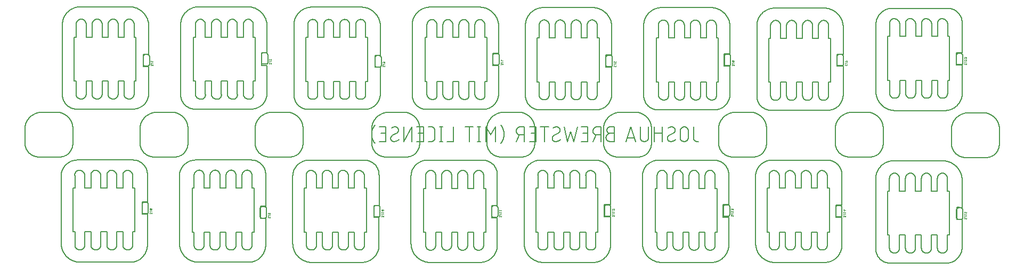
<source format=gbr>
G04 EAGLE Gerber RS-274X export*
G75*
%MOMM*%
%FSLAX34Y34*%
%LPD*%
%INSilkscreen Bottom*%
%IPPOS*%
%AMOC8*
5,1,8,0,0,1.08239X$1,22.5*%
G01*
%ADD10C,0.152400*%
%ADD11C,0.203200*%
%ADD12C,0.050800*%


D10*
X522415Y245047D02*
X519240Y245047D01*
X503365Y245047D02*
X493840Y245047D01*
X477965Y245047D02*
X468440Y245047D01*
X452565Y245047D02*
X443040Y245047D01*
X427165Y245047D02*
X423990Y245047D01*
X423990Y314897D01*
X427165Y314897D01*
X443040Y314897D02*
X452565Y314897D01*
X468440Y314897D02*
X477965Y314897D01*
X493840Y314897D02*
X503365Y314897D01*
X519240Y314897D02*
X522415Y314897D01*
X522415Y245047D01*
X519240Y335534D02*
X519238Y335726D01*
X519231Y335918D01*
X519219Y336109D01*
X519203Y336300D01*
X519182Y336491D01*
X519157Y336681D01*
X519127Y336870D01*
X519092Y337059D01*
X519053Y337247D01*
X519009Y337434D01*
X518961Y337619D01*
X518909Y337804D01*
X518851Y337987D01*
X518790Y338169D01*
X518724Y338349D01*
X518654Y338527D01*
X518579Y338704D01*
X518501Y338879D01*
X518418Y339052D01*
X518331Y339223D01*
X518240Y339392D01*
X518144Y339558D01*
X518045Y339722D01*
X517942Y339884D01*
X517835Y340043D01*
X517724Y340200D01*
X517609Y340354D01*
X517491Y340505D01*
X517369Y340653D01*
X517244Y340798D01*
X517115Y340940D01*
X516982Y341079D01*
X516847Y341214D01*
X516708Y341347D01*
X516566Y341476D01*
X516421Y341601D01*
X516273Y341723D01*
X516122Y341841D01*
X515968Y341956D01*
X515811Y342067D01*
X515652Y342174D01*
X515490Y342277D01*
X515326Y342376D01*
X515160Y342472D01*
X514991Y342563D01*
X514820Y342650D01*
X514647Y342733D01*
X514472Y342811D01*
X514295Y342886D01*
X514117Y342956D01*
X513937Y343022D01*
X513755Y343083D01*
X513572Y343141D01*
X513387Y343193D01*
X513202Y343241D01*
X513015Y343285D01*
X512827Y343324D01*
X512638Y343359D01*
X512449Y343389D01*
X512259Y343414D01*
X512068Y343435D01*
X511877Y343451D01*
X511686Y343463D01*
X511494Y343470D01*
X511302Y343472D01*
X519240Y335534D02*
X519240Y314897D01*
X503364Y335534D02*
X503366Y335726D01*
X503373Y335918D01*
X503385Y336109D01*
X503401Y336300D01*
X503422Y336491D01*
X503447Y336681D01*
X503477Y336870D01*
X503512Y337059D01*
X503551Y337247D01*
X503595Y337434D01*
X503643Y337619D01*
X503695Y337804D01*
X503753Y337987D01*
X503814Y338169D01*
X503880Y338349D01*
X503950Y338527D01*
X504025Y338704D01*
X504103Y338879D01*
X504186Y339052D01*
X504273Y339223D01*
X504364Y339392D01*
X504460Y339558D01*
X504559Y339722D01*
X504662Y339884D01*
X504769Y340043D01*
X504880Y340200D01*
X504995Y340354D01*
X505113Y340505D01*
X505235Y340653D01*
X505360Y340798D01*
X505489Y340940D01*
X505622Y341079D01*
X505757Y341214D01*
X505896Y341347D01*
X506038Y341476D01*
X506183Y341601D01*
X506331Y341723D01*
X506482Y341841D01*
X506636Y341956D01*
X506793Y342067D01*
X506952Y342174D01*
X507114Y342277D01*
X507278Y342376D01*
X507444Y342472D01*
X507613Y342563D01*
X507784Y342650D01*
X507957Y342733D01*
X508132Y342811D01*
X508309Y342886D01*
X508487Y342956D01*
X508667Y343022D01*
X508849Y343083D01*
X509032Y343141D01*
X509217Y343193D01*
X509402Y343241D01*
X509589Y343285D01*
X509777Y343324D01*
X509966Y343359D01*
X510155Y343389D01*
X510345Y343414D01*
X510536Y343435D01*
X510727Y343451D01*
X510918Y343463D01*
X511110Y343470D01*
X511302Y343472D01*
X503365Y335534D02*
X503365Y314897D01*
X493840Y335534D02*
X493838Y335726D01*
X493831Y335918D01*
X493819Y336109D01*
X493803Y336300D01*
X493782Y336491D01*
X493757Y336681D01*
X493727Y336870D01*
X493692Y337059D01*
X493653Y337247D01*
X493609Y337434D01*
X493561Y337619D01*
X493509Y337804D01*
X493451Y337987D01*
X493390Y338169D01*
X493324Y338349D01*
X493254Y338527D01*
X493179Y338704D01*
X493101Y338879D01*
X493018Y339052D01*
X492931Y339223D01*
X492840Y339392D01*
X492744Y339558D01*
X492645Y339722D01*
X492542Y339884D01*
X492435Y340043D01*
X492324Y340200D01*
X492209Y340354D01*
X492091Y340505D01*
X491969Y340653D01*
X491844Y340798D01*
X491715Y340940D01*
X491582Y341079D01*
X491447Y341214D01*
X491308Y341347D01*
X491166Y341476D01*
X491021Y341601D01*
X490873Y341723D01*
X490722Y341841D01*
X490568Y341956D01*
X490411Y342067D01*
X490252Y342174D01*
X490090Y342277D01*
X489926Y342376D01*
X489760Y342472D01*
X489591Y342563D01*
X489420Y342650D01*
X489247Y342733D01*
X489072Y342811D01*
X488895Y342886D01*
X488717Y342956D01*
X488537Y343022D01*
X488355Y343083D01*
X488172Y343141D01*
X487987Y343193D01*
X487802Y343241D01*
X487615Y343285D01*
X487427Y343324D01*
X487238Y343359D01*
X487049Y343389D01*
X486859Y343414D01*
X486668Y343435D01*
X486477Y343451D01*
X486286Y343463D01*
X486094Y343470D01*
X485902Y343472D01*
X493840Y335534D02*
X493840Y314897D01*
X477964Y335534D02*
X477966Y335726D01*
X477973Y335918D01*
X477985Y336109D01*
X478001Y336300D01*
X478022Y336491D01*
X478047Y336681D01*
X478077Y336870D01*
X478112Y337059D01*
X478151Y337247D01*
X478195Y337434D01*
X478243Y337619D01*
X478295Y337804D01*
X478353Y337987D01*
X478414Y338169D01*
X478480Y338349D01*
X478550Y338527D01*
X478625Y338704D01*
X478703Y338879D01*
X478786Y339052D01*
X478873Y339223D01*
X478964Y339392D01*
X479060Y339558D01*
X479159Y339722D01*
X479262Y339884D01*
X479369Y340043D01*
X479480Y340200D01*
X479595Y340354D01*
X479713Y340505D01*
X479835Y340653D01*
X479960Y340798D01*
X480089Y340940D01*
X480222Y341079D01*
X480357Y341214D01*
X480496Y341347D01*
X480638Y341476D01*
X480783Y341601D01*
X480931Y341723D01*
X481082Y341841D01*
X481236Y341956D01*
X481393Y342067D01*
X481552Y342174D01*
X481714Y342277D01*
X481878Y342376D01*
X482044Y342472D01*
X482213Y342563D01*
X482384Y342650D01*
X482557Y342733D01*
X482732Y342811D01*
X482909Y342886D01*
X483087Y342956D01*
X483267Y343022D01*
X483449Y343083D01*
X483632Y343141D01*
X483817Y343193D01*
X484002Y343241D01*
X484189Y343285D01*
X484377Y343324D01*
X484566Y343359D01*
X484755Y343389D01*
X484945Y343414D01*
X485136Y343435D01*
X485327Y343451D01*
X485518Y343463D01*
X485710Y343470D01*
X485902Y343472D01*
X477965Y335534D02*
X477965Y314897D01*
X468440Y335534D02*
X468438Y335726D01*
X468431Y335918D01*
X468419Y336109D01*
X468403Y336300D01*
X468382Y336491D01*
X468357Y336681D01*
X468327Y336870D01*
X468292Y337059D01*
X468253Y337247D01*
X468209Y337434D01*
X468161Y337619D01*
X468109Y337804D01*
X468051Y337987D01*
X467990Y338169D01*
X467924Y338349D01*
X467854Y338527D01*
X467779Y338704D01*
X467701Y338879D01*
X467618Y339052D01*
X467531Y339223D01*
X467440Y339392D01*
X467344Y339558D01*
X467245Y339722D01*
X467142Y339884D01*
X467035Y340043D01*
X466924Y340200D01*
X466809Y340354D01*
X466691Y340505D01*
X466569Y340653D01*
X466444Y340798D01*
X466315Y340940D01*
X466182Y341079D01*
X466047Y341214D01*
X465908Y341347D01*
X465766Y341476D01*
X465621Y341601D01*
X465473Y341723D01*
X465322Y341841D01*
X465168Y341956D01*
X465011Y342067D01*
X464852Y342174D01*
X464690Y342277D01*
X464526Y342376D01*
X464360Y342472D01*
X464191Y342563D01*
X464020Y342650D01*
X463847Y342733D01*
X463672Y342811D01*
X463495Y342886D01*
X463317Y342956D01*
X463137Y343022D01*
X462955Y343083D01*
X462772Y343141D01*
X462587Y343193D01*
X462402Y343241D01*
X462215Y343285D01*
X462027Y343324D01*
X461838Y343359D01*
X461649Y343389D01*
X461459Y343414D01*
X461268Y343435D01*
X461077Y343451D01*
X460886Y343463D01*
X460694Y343470D01*
X460502Y343472D01*
X468440Y335534D02*
X468440Y314897D01*
X452564Y335534D02*
X452566Y335726D01*
X452573Y335918D01*
X452585Y336109D01*
X452601Y336300D01*
X452622Y336491D01*
X452647Y336681D01*
X452677Y336870D01*
X452712Y337059D01*
X452751Y337247D01*
X452795Y337434D01*
X452843Y337619D01*
X452895Y337804D01*
X452953Y337987D01*
X453014Y338169D01*
X453080Y338349D01*
X453150Y338527D01*
X453225Y338704D01*
X453303Y338879D01*
X453386Y339052D01*
X453473Y339223D01*
X453564Y339392D01*
X453660Y339558D01*
X453759Y339722D01*
X453862Y339884D01*
X453969Y340043D01*
X454080Y340200D01*
X454195Y340354D01*
X454313Y340505D01*
X454435Y340653D01*
X454560Y340798D01*
X454689Y340940D01*
X454822Y341079D01*
X454957Y341214D01*
X455096Y341347D01*
X455238Y341476D01*
X455383Y341601D01*
X455531Y341723D01*
X455682Y341841D01*
X455836Y341956D01*
X455993Y342067D01*
X456152Y342174D01*
X456314Y342277D01*
X456478Y342376D01*
X456644Y342472D01*
X456813Y342563D01*
X456984Y342650D01*
X457157Y342733D01*
X457332Y342811D01*
X457509Y342886D01*
X457687Y342956D01*
X457867Y343022D01*
X458049Y343083D01*
X458232Y343141D01*
X458417Y343193D01*
X458602Y343241D01*
X458789Y343285D01*
X458977Y343324D01*
X459166Y343359D01*
X459355Y343389D01*
X459545Y343414D01*
X459736Y343435D01*
X459927Y343451D01*
X460118Y343463D01*
X460310Y343470D01*
X460502Y343472D01*
X452565Y335534D02*
X452565Y314897D01*
X443040Y335534D02*
X443038Y335726D01*
X443031Y335918D01*
X443019Y336109D01*
X443003Y336300D01*
X442982Y336491D01*
X442957Y336681D01*
X442927Y336870D01*
X442892Y337059D01*
X442853Y337247D01*
X442809Y337434D01*
X442761Y337619D01*
X442709Y337804D01*
X442651Y337987D01*
X442590Y338169D01*
X442524Y338349D01*
X442454Y338527D01*
X442379Y338704D01*
X442301Y338879D01*
X442218Y339052D01*
X442131Y339223D01*
X442040Y339392D01*
X441944Y339558D01*
X441845Y339722D01*
X441742Y339884D01*
X441635Y340043D01*
X441524Y340200D01*
X441409Y340354D01*
X441291Y340505D01*
X441169Y340653D01*
X441044Y340798D01*
X440915Y340940D01*
X440782Y341079D01*
X440647Y341214D01*
X440508Y341347D01*
X440366Y341476D01*
X440221Y341601D01*
X440073Y341723D01*
X439922Y341841D01*
X439768Y341956D01*
X439611Y342067D01*
X439452Y342174D01*
X439290Y342277D01*
X439126Y342376D01*
X438960Y342472D01*
X438791Y342563D01*
X438620Y342650D01*
X438447Y342733D01*
X438272Y342811D01*
X438095Y342886D01*
X437917Y342956D01*
X437737Y343022D01*
X437555Y343083D01*
X437372Y343141D01*
X437187Y343193D01*
X437002Y343241D01*
X436815Y343285D01*
X436627Y343324D01*
X436438Y343359D01*
X436249Y343389D01*
X436059Y343414D01*
X435868Y343435D01*
X435677Y343451D01*
X435486Y343463D01*
X435294Y343470D01*
X435102Y343472D01*
X443040Y335534D02*
X443040Y314897D01*
X427164Y335534D02*
X427166Y335726D01*
X427173Y335918D01*
X427185Y336109D01*
X427201Y336300D01*
X427222Y336491D01*
X427247Y336681D01*
X427277Y336870D01*
X427312Y337059D01*
X427351Y337247D01*
X427395Y337434D01*
X427443Y337619D01*
X427495Y337804D01*
X427553Y337987D01*
X427614Y338169D01*
X427680Y338349D01*
X427750Y338527D01*
X427825Y338704D01*
X427903Y338879D01*
X427986Y339052D01*
X428073Y339223D01*
X428164Y339392D01*
X428260Y339558D01*
X428359Y339722D01*
X428462Y339884D01*
X428569Y340043D01*
X428680Y340200D01*
X428795Y340354D01*
X428913Y340505D01*
X429035Y340653D01*
X429160Y340798D01*
X429289Y340940D01*
X429422Y341079D01*
X429557Y341214D01*
X429696Y341347D01*
X429838Y341476D01*
X429983Y341601D01*
X430131Y341723D01*
X430282Y341841D01*
X430436Y341956D01*
X430593Y342067D01*
X430752Y342174D01*
X430914Y342277D01*
X431078Y342376D01*
X431244Y342472D01*
X431413Y342563D01*
X431584Y342650D01*
X431757Y342733D01*
X431932Y342811D01*
X432109Y342886D01*
X432287Y342956D01*
X432467Y343022D01*
X432649Y343083D01*
X432832Y343141D01*
X433017Y343193D01*
X433202Y343241D01*
X433389Y343285D01*
X433577Y343324D01*
X433766Y343359D01*
X433955Y343389D01*
X434145Y343414D01*
X434336Y343435D01*
X434527Y343451D01*
X434718Y343463D01*
X434910Y343470D01*
X435102Y343472D01*
X427165Y335534D02*
X427165Y314897D01*
X427165Y224409D02*
X427195Y224190D01*
X427230Y223972D01*
X427271Y223754D01*
X427317Y223538D01*
X427369Y223323D01*
X427425Y223109D01*
X427487Y222897D01*
X427553Y222686D01*
X427625Y222477D01*
X427702Y222269D01*
X427784Y222064D01*
X427871Y221860D01*
X427962Y221659D01*
X428059Y221460D01*
X428160Y221263D01*
X428266Y221069D01*
X428377Y220878D01*
X428492Y220689D01*
X428612Y220503D01*
X428736Y220320D01*
X428865Y220140D01*
X428997Y219963D01*
X429135Y219790D01*
X429276Y219620D01*
X429421Y219453D01*
X429571Y219290D01*
X429724Y219131D01*
X429881Y218975D01*
X430042Y218823D01*
X430206Y218675D01*
X430374Y218531D01*
X430545Y218391D01*
X430720Y218256D01*
X430898Y218124D01*
X431079Y217997D01*
X431263Y217875D01*
X431450Y217757D01*
X431640Y217643D01*
X431832Y217534D01*
X432027Y217430D01*
X432225Y217330D01*
X432425Y217235D01*
X432627Y217146D01*
X432831Y217061D01*
X433037Y216981D01*
X433245Y216906D01*
X433455Y216836D01*
X433667Y216771D01*
X433879Y216711D01*
X434094Y216656D01*
X434309Y216607D01*
X434526Y216563D01*
X434744Y216524D01*
X434962Y216490D01*
X435182Y216462D01*
X435402Y216439D01*
X435622Y216421D01*
X435843Y216409D01*
X436064Y216402D01*
X436285Y216400D01*
X436506Y216404D01*
X436727Y216413D01*
X436948Y216427D01*
X437168Y216447D01*
X437388Y216472D01*
X427165Y224409D02*
X427165Y245047D01*
X443040Y224409D02*
X443065Y224244D01*
X443087Y224079D01*
X443104Y223914D01*
X443118Y223748D01*
X443128Y223582D01*
X443133Y223415D01*
X443135Y223249D01*
X443133Y223082D01*
X443126Y222916D01*
X443116Y222750D01*
X443101Y222584D01*
X443083Y222418D01*
X443060Y222253D01*
X443034Y222089D01*
X443003Y221925D01*
X442969Y221762D01*
X442931Y221600D01*
X442888Y221439D01*
X442842Y221279D01*
X442792Y221121D01*
X442739Y220963D01*
X442681Y220807D01*
X442620Y220652D01*
X442555Y220499D01*
X442486Y220347D01*
X442414Y220197D01*
X442338Y220049D01*
X442258Y219903D01*
X442175Y219758D01*
X442089Y219616D01*
X441999Y219476D01*
X441906Y219338D01*
X441809Y219202D01*
X441709Y219069D01*
X441606Y218938D01*
X441500Y218810D01*
X441391Y218684D01*
X441279Y218561D01*
X441163Y218441D01*
X441045Y218324D01*
X440925Y218209D01*
X440801Y218097D01*
X440675Y217989D01*
X440546Y217883D01*
X440415Y217781D01*
X440281Y217682D01*
X440145Y217586D01*
X440006Y217493D01*
X439866Y217404D01*
X439723Y217318D01*
X439578Y217236D01*
X439432Y217157D01*
X439283Y217082D01*
X439133Y217010D01*
X438981Y216942D01*
X438827Y216878D01*
X438672Y216818D01*
X438516Y216761D01*
X438358Y216708D01*
X438199Y216659D01*
X438038Y216614D01*
X437877Y216572D01*
X437715Y216535D01*
X437552Y216501D01*
X437388Y216471D01*
X443040Y224409D02*
X443040Y245047D01*
X452565Y224409D02*
X452595Y224190D01*
X452630Y223972D01*
X452671Y223754D01*
X452717Y223538D01*
X452769Y223323D01*
X452825Y223109D01*
X452887Y222897D01*
X452953Y222686D01*
X453025Y222477D01*
X453102Y222269D01*
X453184Y222064D01*
X453271Y221860D01*
X453362Y221659D01*
X453459Y221460D01*
X453560Y221263D01*
X453666Y221069D01*
X453777Y220878D01*
X453892Y220689D01*
X454012Y220503D01*
X454136Y220320D01*
X454265Y220140D01*
X454397Y219963D01*
X454535Y219790D01*
X454676Y219620D01*
X454821Y219453D01*
X454971Y219290D01*
X455124Y219131D01*
X455281Y218975D01*
X455442Y218823D01*
X455606Y218675D01*
X455774Y218531D01*
X455945Y218391D01*
X456120Y218256D01*
X456298Y218124D01*
X456479Y217997D01*
X456663Y217875D01*
X456850Y217757D01*
X457040Y217643D01*
X457232Y217534D01*
X457427Y217430D01*
X457625Y217330D01*
X457825Y217235D01*
X458027Y217146D01*
X458231Y217061D01*
X458437Y216981D01*
X458645Y216906D01*
X458855Y216836D01*
X459067Y216771D01*
X459279Y216711D01*
X459494Y216656D01*
X459709Y216607D01*
X459926Y216563D01*
X460144Y216524D01*
X460362Y216490D01*
X460582Y216462D01*
X460802Y216439D01*
X461022Y216421D01*
X461243Y216409D01*
X461464Y216402D01*
X461685Y216400D01*
X461906Y216404D01*
X462127Y216413D01*
X462348Y216427D01*
X462568Y216447D01*
X462788Y216472D01*
X452565Y224409D02*
X452565Y245047D01*
X468440Y224409D02*
X468465Y224244D01*
X468487Y224079D01*
X468504Y223914D01*
X468518Y223748D01*
X468528Y223582D01*
X468533Y223415D01*
X468535Y223249D01*
X468533Y223082D01*
X468526Y222916D01*
X468516Y222750D01*
X468501Y222584D01*
X468483Y222418D01*
X468460Y222253D01*
X468434Y222089D01*
X468403Y221925D01*
X468369Y221762D01*
X468331Y221600D01*
X468288Y221439D01*
X468242Y221279D01*
X468192Y221121D01*
X468139Y220963D01*
X468081Y220807D01*
X468020Y220652D01*
X467955Y220499D01*
X467886Y220347D01*
X467814Y220197D01*
X467738Y220049D01*
X467658Y219903D01*
X467575Y219758D01*
X467489Y219616D01*
X467399Y219476D01*
X467306Y219338D01*
X467209Y219202D01*
X467109Y219069D01*
X467006Y218938D01*
X466900Y218810D01*
X466791Y218684D01*
X466679Y218561D01*
X466563Y218441D01*
X466445Y218324D01*
X466325Y218209D01*
X466201Y218097D01*
X466075Y217989D01*
X465946Y217883D01*
X465815Y217781D01*
X465681Y217682D01*
X465545Y217586D01*
X465406Y217493D01*
X465266Y217404D01*
X465123Y217318D01*
X464978Y217236D01*
X464832Y217157D01*
X464683Y217082D01*
X464533Y217010D01*
X464381Y216942D01*
X464227Y216878D01*
X464072Y216818D01*
X463916Y216761D01*
X463758Y216708D01*
X463599Y216659D01*
X463438Y216614D01*
X463277Y216572D01*
X463115Y216535D01*
X462952Y216501D01*
X462788Y216471D01*
X468440Y224409D02*
X468440Y245047D01*
X477965Y224409D02*
X477995Y224190D01*
X478030Y223972D01*
X478071Y223754D01*
X478117Y223538D01*
X478169Y223323D01*
X478225Y223109D01*
X478287Y222897D01*
X478353Y222686D01*
X478425Y222477D01*
X478502Y222269D01*
X478584Y222064D01*
X478671Y221860D01*
X478762Y221659D01*
X478859Y221460D01*
X478960Y221263D01*
X479066Y221069D01*
X479177Y220878D01*
X479292Y220689D01*
X479412Y220503D01*
X479536Y220320D01*
X479665Y220140D01*
X479797Y219963D01*
X479935Y219790D01*
X480076Y219620D01*
X480221Y219453D01*
X480371Y219290D01*
X480524Y219131D01*
X480681Y218975D01*
X480842Y218823D01*
X481006Y218675D01*
X481174Y218531D01*
X481345Y218391D01*
X481520Y218256D01*
X481698Y218124D01*
X481879Y217997D01*
X482063Y217875D01*
X482250Y217757D01*
X482440Y217643D01*
X482632Y217534D01*
X482827Y217430D01*
X483025Y217330D01*
X483225Y217235D01*
X483427Y217146D01*
X483631Y217061D01*
X483837Y216981D01*
X484045Y216906D01*
X484255Y216836D01*
X484467Y216771D01*
X484679Y216711D01*
X484894Y216656D01*
X485109Y216607D01*
X485326Y216563D01*
X485544Y216524D01*
X485762Y216490D01*
X485982Y216462D01*
X486202Y216439D01*
X486422Y216421D01*
X486643Y216409D01*
X486864Y216402D01*
X487085Y216400D01*
X487306Y216404D01*
X487527Y216413D01*
X487748Y216427D01*
X487968Y216447D01*
X488188Y216472D01*
X477965Y224409D02*
X477965Y245047D01*
X493840Y224409D02*
X493865Y224244D01*
X493887Y224079D01*
X493904Y223914D01*
X493918Y223748D01*
X493928Y223582D01*
X493933Y223415D01*
X493935Y223249D01*
X493933Y223082D01*
X493926Y222916D01*
X493916Y222750D01*
X493901Y222584D01*
X493883Y222418D01*
X493860Y222253D01*
X493834Y222089D01*
X493803Y221925D01*
X493769Y221762D01*
X493731Y221600D01*
X493688Y221439D01*
X493642Y221279D01*
X493592Y221121D01*
X493539Y220963D01*
X493481Y220807D01*
X493420Y220652D01*
X493355Y220499D01*
X493286Y220347D01*
X493214Y220197D01*
X493138Y220049D01*
X493058Y219903D01*
X492975Y219758D01*
X492889Y219616D01*
X492799Y219476D01*
X492706Y219338D01*
X492609Y219202D01*
X492509Y219069D01*
X492406Y218938D01*
X492300Y218810D01*
X492191Y218684D01*
X492079Y218561D01*
X491963Y218441D01*
X491845Y218324D01*
X491725Y218209D01*
X491601Y218097D01*
X491475Y217989D01*
X491346Y217883D01*
X491215Y217781D01*
X491081Y217682D01*
X490945Y217586D01*
X490806Y217493D01*
X490666Y217404D01*
X490523Y217318D01*
X490378Y217236D01*
X490232Y217157D01*
X490083Y217082D01*
X489933Y217010D01*
X489781Y216942D01*
X489627Y216878D01*
X489472Y216818D01*
X489316Y216761D01*
X489158Y216708D01*
X488999Y216659D01*
X488838Y216614D01*
X488677Y216572D01*
X488515Y216535D01*
X488352Y216501D01*
X488188Y216471D01*
X493840Y224409D02*
X493840Y245047D01*
X503365Y224409D02*
X503395Y224190D01*
X503430Y223972D01*
X503471Y223754D01*
X503517Y223538D01*
X503569Y223323D01*
X503625Y223109D01*
X503687Y222897D01*
X503753Y222686D01*
X503825Y222477D01*
X503902Y222269D01*
X503984Y222064D01*
X504071Y221860D01*
X504162Y221659D01*
X504259Y221460D01*
X504360Y221263D01*
X504466Y221069D01*
X504577Y220878D01*
X504692Y220689D01*
X504812Y220503D01*
X504936Y220320D01*
X505065Y220140D01*
X505197Y219963D01*
X505335Y219790D01*
X505476Y219620D01*
X505621Y219453D01*
X505771Y219290D01*
X505924Y219131D01*
X506081Y218975D01*
X506242Y218823D01*
X506406Y218675D01*
X506574Y218531D01*
X506745Y218391D01*
X506920Y218256D01*
X507098Y218124D01*
X507279Y217997D01*
X507463Y217875D01*
X507650Y217757D01*
X507840Y217643D01*
X508032Y217534D01*
X508227Y217430D01*
X508425Y217330D01*
X508625Y217235D01*
X508827Y217146D01*
X509031Y217061D01*
X509237Y216981D01*
X509445Y216906D01*
X509655Y216836D01*
X509867Y216771D01*
X510079Y216711D01*
X510294Y216656D01*
X510509Y216607D01*
X510726Y216563D01*
X510944Y216524D01*
X511162Y216490D01*
X511382Y216462D01*
X511602Y216439D01*
X511822Y216421D01*
X512043Y216409D01*
X512264Y216402D01*
X512485Y216400D01*
X512706Y216404D01*
X512927Y216413D01*
X513148Y216427D01*
X513368Y216447D01*
X513588Y216472D01*
X503365Y224409D02*
X503365Y245047D01*
X519240Y224409D02*
X519265Y224244D01*
X519287Y224079D01*
X519304Y223914D01*
X519318Y223748D01*
X519328Y223582D01*
X519333Y223415D01*
X519335Y223249D01*
X519333Y223082D01*
X519326Y222916D01*
X519316Y222750D01*
X519301Y222584D01*
X519283Y222418D01*
X519260Y222253D01*
X519234Y222089D01*
X519203Y221925D01*
X519169Y221762D01*
X519131Y221600D01*
X519088Y221439D01*
X519042Y221279D01*
X518992Y221121D01*
X518939Y220963D01*
X518881Y220807D01*
X518820Y220652D01*
X518755Y220499D01*
X518686Y220347D01*
X518614Y220197D01*
X518538Y220049D01*
X518458Y219903D01*
X518375Y219758D01*
X518289Y219616D01*
X518199Y219476D01*
X518106Y219338D01*
X518009Y219202D01*
X517909Y219069D01*
X517806Y218938D01*
X517700Y218810D01*
X517591Y218684D01*
X517479Y218561D01*
X517363Y218441D01*
X517245Y218324D01*
X517125Y218209D01*
X517001Y218097D01*
X516875Y217989D01*
X516746Y217883D01*
X516615Y217781D01*
X516481Y217682D01*
X516345Y217586D01*
X516206Y217493D01*
X516066Y217404D01*
X515923Y217318D01*
X515778Y217236D01*
X515632Y217157D01*
X515483Y217082D01*
X515333Y217010D01*
X515181Y216942D01*
X515027Y216878D01*
X514872Y216818D01*
X514716Y216761D01*
X514558Y216708D01*
X514399Y216659D01*
X514238Y216614D01*
X514077Y216572D01*
X513915Y216535D01*
X513752Y216501D01*
X513588Y216471D01*
X519240Y224409D02*
X519240Y245047D01*
X332931Y245301D02*
X329756Y245301D01*
X313881Y245301D02*
X304356Y245301D01*
X288481Y245301D02*
X278956Y245301D01*
X263081Y245301D02*
X253556Y245301D01*
X237681Y245301D02*
X234506Y245301D01*
X234506Y315151D01*
X237681Y315151D01*
X253556Y315151D02*
X263081Y315151D01*
X278956Y315151D02*
X288481Y315151D01*
X304356Y315151D02*
X313881Y315151D01*
X329756Y315151D02*
X332931Y315151D01*
X332931Y245301D01*
X329756Y335788D02*
X329754Y335980D01*
X329747Y336172D01*
X329735Y336363D01*
X329719Y336554D01*
X329698Y336745D01*
X329673Y336935D01*
X329643Y337124D01*
X329608Y337313D01*
X329569Y337501D01*
X329525Y337688D01*
X329477Y337873D01*
X329425Y338058D01*
X329367Y338241D01*
X329306Y338423D01*
X329240Y338603D01*
X329170Y338781D01*
X329095Y338958D01*
X329017Y339133D01*
X328934Y339306D01*
X328847Y339477D01*
X328756Y339646D01*
X328660Y339812D01*
X328561Y339976D01*
X328458Y340138D01*
X328351Y340297D01*
X328240Y340454D01*
X328125Y340608D01*
X328007Y340759D01*
X327885Y340907D01*
X327760Y341052D01*
X327631Y341194D01*
X327498Y341333D01*
X327363Y341468D01*
X327224Y341601D01*
X327082Y341730D01*
X326937Y341855D01*
X326789Y341977D01*
X326638Y342095D01*
X326484Y342210D01*
X326327Y342321D01*
X326168Y342428D01*
X326006Y342531D01*
X325842Y342630D01*
X325676Y342726D01*
X325507Y342817D01*
X325336Y342904D01*
X325163Y342987D01*
X324988Y343065D01*
X324811Y343140D01*
X324633Y343210D01*
X324453Y343276D01*
X324271Y343337D01*
X324088Y343395D01*
X323903Y343447D01*
X323718Y343495D01*
X323531Y343539D01*
X323343Y343578D01*
X323154Y343613D01*
X322965Y343643D01*
X322775Y343668D01*
X322584Y343689D01*
X322393Y343705D01*
X322202Y343717D01*
X322010Y343724D01*
X321818Y343726D01*
X329756Y335788D02*
X329756Y315151D01*
X313880Y335788D02*
X313882Y335980D01*
X313889Y336172D01*
X313901Y336363D01*
X313917Y336554D01*
X313938Y336745D01*
X313963Y336935D01*
X313993Y337124D01*
X314028Y337313D01*
X314067Y337501D01*
X314111Y337688D01*
X314159Y337873D01*
X314211Y338058D01*
X314269Y338241D01*
X314330Y338423D01*
X314396Y338603D01*
X314466Y338781D01*
X314541Y338958D01*
X314619Y339133D01*
X314702Y339306D01*
X314789Y339477D01*
X314880Y339646D01*
X314976Y339812D01*
X315075Y339976D01*
X315178Y340138D01*
X315285Y340297D01*
X315396Y340454D01*
X315511Y340608D01*
X315629Y340759D01*
X315751Y340907D01*
X315876Y341052D01*
X316005Y341194D01*
X316138Y341333D01*
X316273Y341468D01*
X316412Y341601D01*
X316554Y341730D01*
X316699Y341855D01*
X316847Y341977D01*
X316998Y342095D01*
X317152Y342210D01*
X317309Y342321D01*
X317468Y342428D01*
X317630Y342531D01*
X317794Y342630D01*
X317960Y342726D01*
X318129Y342817D01*
X318300Y342904D01*
X318473Y342987D01*
X318648Y343065D01*
X318825Y343140D01*
X319003Y343210D01*
X319183Y343276D01*
X319365Y343337D01*
X319548Y343395D01*
X319733Y343447D01*
X319918Y343495D01*
X320105Y343539D01*
X320293Y343578D01*
X320482Y343613D01*
X320671Y343643D01*
X320861Y343668D01*
X321052Y343689D01*
X321243Y343705D01*
X321434Y343717D01*
X321626Y343724D01*
X321818Y343726D01*
X313881Y335788D02*
X313881Y315151D01*
X304356Y335788D02*
X304354Y335980D01*
X304347Y336172D01*
X304335Y336363D01*
X304319Y336554D01*
X304298Y336745D01*
X304273Y336935D01*
X304243Y337124D01*
X304208Y337313D01*
X304169Y337501D01*
X304125Y337688D01*
X304077Y337873D01*
X304025Y338058D01*
X303967Y338241D01*
X303906Y338423D01*
X303840Y338603D01*
X303770Y338781D01*
X303695Y338958D01*
X303617Y339133D01*
X303534Y339306D01*
X303447Y339477D01*
X303356Y339646D01*
X303260Y339812D01*
X303161Y339976D01*
X303058Y340138D01*
X302951Y340297D01*
X302840Y340454D01*
X302725Y340608D01*
X302607Y340759D01*
X302485Y340907D01*
X302360Y341052D01*
X302231Y341194D01*
X302098Y341333D01*
X301963Y341468D01*
X301824Y341601D01*
X301682Y341730D01*
X301537Y341855D01*
X301389Y341977D01*
X301238Y342095D01*
X301084Y342210D01*
X300927Y342321D01*
X300768Y342428D01*
X300606Y342531D01*
X300442Y342630D01*
X300276Y342726D01*
X300107Y342817D01*
X299936Y342904D01*
X299763Y342987D01*
X299588Y343065D01*
X299411Y343140D01*
X299233Y343210D01*
X299053Y343276D01*
X298871Y343337D01*
X298688Y343395D01*
X298503Y343447D01*
X298318Y343495D01*
X298131Y343539D01*
X297943Y343578D01*
X297754Y343613D01*
X297565Y343643D01*
X297375Y343668D01*
X297184Y343689D01*
X296993Y343705D01*
X296802Y343717D01*
X296610Y343724D01*
X296418Y343726D01*
X304356Y335788D02*
X304356Y315151D01*
X288480Y335788D02*
X288482Y335980D01*
X288489Y336172D01*
X288501Y336363D01*
X288517Y336554D01*
X288538Y336745D01*
X288563Y336935D01*
X288593Y337124D01*
X288628Y337313D01*
X288667Y337501D01*
X288711Y337688D01*
X288759Y337873D01*
X288811Y338058D01*
X288869Y338241D01*
X288930Y338423D01*
X288996Y338603D01*
X289066Y338781D01*
X289141Y338958D01*
X289219Y339133D01*
X289302Y339306D01*
X289389Y339477D01*
X289480Y339646D01*
X289576Y339812D01*
X289675Y339976D01*
X289778Y340138D01*
X289885Y340297D01*
X289996Y340454D01*
X290111Y340608D01*
X290229Y340759D01*
X290351Y340907D01*
X290476Y341052D01*
X290605Y341194D01*
X290738Y341333D01*
X290873Y341468D01*
X291012Y341601D01*
X291154Y341730D01*
X291299Y341855D01*
X291447Y341977D01*
X291598Y342095D01*
X291752Y342210D01*
X291909Y342321D01*
X292068Y342428D01*
X292230Y342531D01*
X292394Y342630D01*
X292560Y342726D01*
X292729Y342817D01*
X292900Y342904D01*
X293073Y342987D01*
X293248Y343065D01*
X293425Y343140D01*
X293603Y343210D01*
X293783Y343276D01*
X293965Y343337D01*
X294148Y343395D01*
X294333Y343447D01*
X294518Y343495D01*
X294705Y343539D01*
X294893Y343578D01*
X295082Y343613D01*
X295271Y343643D01*
X295461Y343668D01*
X295652Y343689D01*
X295843Y343705D01*
X296034Y343717D01*
X296226Y343724D01*
X296418Y343726D01*
X288481Y335788D02*
X288481Y315151D01*
X278956Y335788D02*
X278954Y335980D01*
X278947Y336172D01*
X278935Y336363D01*
X278919Y336554D01*
X278898Y336745D01*
X278873Y336935D01*
X278843Y337124D01*
X278808Y337313D01*
X278769Y337501D01*
X278725Y337688D01*
X278677Y337873D01*
X278625Y338058D01*
X278567Y338241D01*
X278506Y338423D01*
X278440Y338603D01*
X278370Y338781D01*
X278295Y338958D01*
X278217Y339133D01*
X278134Y339306D01*
X278047Y339477D01*
X277956Y339646D01*
X277860Y339812D01*
X277761Y339976D01*
X277658Y340138D01*
X277551Y340297D01*
X277440Y340454D01*
X277325Y340608D01*
X277207Y340759D01*
X277085Y340907D01*
X276960Y341052D01*
X276831Y341194D01*
X276698Y341333D01*
X276563Y341468D01*
X276424Y341601D01*
X276282Y341730D01*
X276137Y341855D01*
X275989Y341977D01*
X275838Y342095D01*
X275684Y342210D01*
X275527Y342321D01*
X275368Y342428D01*
X275206Y342531D01*
X275042Y342630D01*
X274876Y342726D01*
X274707Y342817D01*
X274536Y342904D01*
X274363Y342987D01*
X274188Y343065D01*
X274011Y343140D01*
X273833Y343210D01*
X273653Y343276D01*
X273471Y343337D01*
X273288Y343395D01*
X273103Y343447D01*
X272918Y343495D01*
X272731Y343539D01*
X272543Y343578D01*
X272354Y343613D01*
X272165Y343643D01*
X271975Y343668D01*
X271784Y343689D01*
X271593Y343705D01*
X271402Y343717D01*
X271210Y343724D01*
X271018Y343726D01*
X278956Y335788D02*
X278956Y315151D01*
X263080Y335788D02*
X263082Y335980D01*
X263089Y336172D01*
X263101Y336363D01*
X263117Y336554D01*
X263138Y336745D01*
X263163Y336935D01*
X263193Y337124D01*
X263228Y337313D01*
X263267Y337501D01*
X263311Y337688D01*
X263359Y337873D01*
X263411Y338058D01*
X263469Y338241D01*
X263530Y338423D01*
X263596Y338603D01*
X263666Y338781D01*
X263741Y338958D01*
X263819Y339133D01*
X263902Y339306D01*
X263989Y339477D01*
X264080Y339646D01*
X264176Y339812D01*
X264275Y339976D01*
X264378Y340138D01*
X264485Y340297D01*
X264596Y340454D01*
X264711Y340608D01*
X264829Y340759D01*
X264951Y340907D01*
X265076Y341052D01*
X265205Y341194D01*
X265338Y341333D01*
X265473Y341468D01*
X265612Y341601D01*
X265754Y341730D01*
X265899Y341855D01*
X266047Y341977D01*
X266198Y342095D01*
X266352Y342210D01*
X266509Y342321D01*
X266668Y342428D01*
X266830Y342531D01*
X266994Y342630D01*
X267160Y342726D01*
X267329Y342817D01*
X267500Y342904D01*
X267673Y342987D01*
X267848Y343065D01*
X268025Y343140D01*
X268203Y343210D01*
X268383Y343276D01*
X268565Y343337D01*
X268748Y343395D01*
X268933Y343447D01*
X269118Y343495D01*
X269305Y343539D01*
X269493Y343578D01*
X269682Y343613D01*
X269871Y343643D01*
X270061Y343668D01*
X270252Y343689D01*
X270443Y343705D01*
X270634Y343717D01*
X270826Y343724D01*
X271018Y343726D01*
X263081Y335788D02*
X263081Y315151D01*
X253556Y335788D02*
X253554Y335980D01*
X253547Y336172D01*
X253535Y336363D01*
X253519Y336554D01*
X253498Y336745D01*
X253473Y336935D01*
X253443Y337124D01*
X253408Y337313D01*
X253369Y337501D01*
X253325Y337688D01*
X253277Y337873D01*
X253225Y338058D01*
X253167Y338241D01*
X253106Y338423D01*
X253040Y338603D01*
X252970Y338781D01*
X252895Y338958D01*
X252817Y339133D01*
X252734Y339306D01*
X252647Y339477D01*
X252556Y339646D01*
X252460Y339812D01*
X252361Y339976D01*
X252258Y340138D01*
X252151Y340297D01*
X252040Y340454D01*
X251925Y340608D01*
X251807Y340759D01*
X251685Y340907D01*
X251560Y341052D01*
X251431Y341194D01*
X251298Y341333D01*
X251163Y341468D01*
X251024Y341601D01*
X250882Y341730D01*
X250737Y341855D01*
X250589Y341977D01*
X250438Y342095D01*
X250284Y342210D01*
X250127Y342321D01*
X249968Y342428D01*
X249806Y342531D01*
X249642Y342630D01*
X249476Y342726D01*
X249307Y342817D01*
X249136Y342904D01*
X248963Y342987D01*
X248788Y343065D01*
X248611Y343140D01*
X248433Y343210D01*
X248253Y343276D01*
X248071Y343337D01*
X247888Y343395D01*
X247703Y343447D01*
X247518Y343495D01*
X247331Y343539D01*
X247143Y343578D01*
X246954Y343613D01*
X246765Y343643D01*
X246575Y343668D01*
X246384Y343689D01*
X246193Y343705D01*
X246002Y343717D01*
X245810Y343724D01*
X245618Y343726D01*
X253556Y335788D02*
X253556Y315151D01*
X237680Y335788D02*
X237682Y335980D01*
X237689Y336172D01*
X237701Y336363D01*
X237717Y336554D01*
X237738Y336745D01*
X237763Y336935D01*
X237793Y337124D01*
X237828Y337313D01*
X237867Y337501D01*
X237911Y337688D01*
X237959Y337873D01*
X238011Y338058D01*
X238069Y338241D01*
X238130Y338423D01*
X238196Y338603D01*
X238266Y338781D01*
X238341Y338958D01*
X238419Y339133D01*
X238502Y339306D01*
X238589Y339477D01*
X238680Y339646D01*
X238776Y339812D01*
X238875Y339976D01*
X238978Y340138D01*
X239085Y340297D01*
X239196Y340454D01*
X239311Y340608D01*
X239429Y340759D01*
X239551Y340907D01*
X239676Y341052D01*
X239805Y341194D01*
X239938Y341333D01*
X240073Y341468D01*
X240212Y341601D01*
X240354Y341730D01*
X240499Y341855D01*
X240647Y341977D01*
X240798Y342095D01*
X240952Y342210D01*
X241109Y342321D01*
X241268Y342428D01*
X241430Y342531D01*
X241594Y342630D01*
X241760Y342726D01*
X241929Y342817D01*
X242100Y342904D01*
X242273Y342987D01*
X242448Y343065D01*
X242625Y343140D01*
X242803Y343210D01*
X242983Y343276D01*
X243165Y343337D01*
X243348Y343395D01*
X243533Y343447D01*
X243718Y343495D01*
X243905Y343539D01*
X244093Y343578D01*
X244282Y343613D01*
X244471Y343643D01*
X244661Y343668D01*
X244852Y343689D01*
X245043Y343705D01*
X245234Y343717D01*
X245426Y343724D01*
X245618Y343726D01*
X237681Y335788D02*
X237681Y315151D01*
X237680Y224663D02*
X237682Y224471D01*
X237689Y224279D01*
X237701Y224088D01*
X237717Y223897D01*
X237738Y223706D01*
X237763Y223516D01*
X237793Y223327D01*
X237828Y223138D01*
X237867Y222950D01*
X237911Y222763D01*
X237959Y222578D01*
X238011Y222393D01*
X238069Y222210D01*
X238130Y222028D01*
X238196Y221848D01*
X238266Y221670D01*
X238341Y221493D01*
X238419Y221318D01*
X238502Y221145D01*
X238589Y220974D01*
X238680Y220805D01*
X238776Y220639D01*
X238875Y220475D01*
X238978Y220313D01*
X239085Y220154D01*
X239196Y219997D01*
X239311Y219843D01*
X239429Y219692D01*
X239551Y219544D01*
X239676Y219399D01*
X239805Y219257D01*
X239938Y219118D01*
X240073Y218983D01*
X240212Y218850D01*
X240354Y218721D01*
X240499Y218596D01*
X240647Y218474D01*
X240798Y218356D01*
X240952Y218241D01*
X241109Y218130D01*
X241268Y218023D01*
X241430Y217920D01*
X241594Y217821D01*
X241760Y217725D01*
X241929Y217634D01*
X242100Y217547D01*
X242273Y217464D01*
X242448Y217386D01*
X242625Y217311D01*
X242803Y217241D01*
X242983Y217175D01*
X243165Y217114D01*
X243348Y217056D01*
X243533Y217004D01*
X243718Y216956D01*
X243905Y216912D01*
X244093Y216873D01*
X244282Y216838D01*
X244471Y216808D01*
X244661Y216783D01*
X244852Y216762D01*
X245043Y216746D01*
X245234Y216734D01*
X245426Y216727D01*
X245618Y216725D01*
X237681Y224663D02*
X237681Y245301D01*
X253556Y224663D02*
X253554Y224471D01*
X253547Y224279D01*
X253535Y224088D01*
X253519Y223897D01*
X253498Y223706D01*
X253473Y223516D01*
X253443Y223327D01*
X253408Y223138D01*
X253369Y222950D01*
X253325Y222763D01*
X253277Y222578D01*
X253225Y222393D01*
X253167Y222210D01*
X253106Y222028D01*
X253040Y221848D01*
X252970Y221670D01*
X252895Y221493D01*
X252817Y221318D01*
X252734Y221145D01*
X252647Y220974D01*
X252556Y220805D01*
X252460Y220639D01*
X252361Y220475D01*
X252258Y220313D01*
X252151Y220154D01*
X252040Y219997D01*
X251925Y219843D01*
X251807Y219692D01*
X251685Y219544D01*
X251560Y219399D01*
X251431Y219257D01*
X251298Y219118D01*
X251163Y218983D01*
X251024Y218850D01*
X250882Y218721D01*
X250737Y218596D01*
X250589Y218474D01*
X250438Y218356D01*
X250284Y218241D01*
X250127Y218130D01*
X249968Y218023D01*
X249806Y217920D01*
X249642Y217821D01*
X249476Y217725D01*
X249307Y217634D01*
X249136Y217547D01*
X248963Y217464D01*
X248788Y217386D01*
X248611Y217311D01*
X248433Y217241D01*
X248253Y217175D01*
X248071Y217114D01*
X247888Y217056D01*
X247703Y217004D01*
X247518Y216956D01*
X247331Y216912D01*
X247143Y216873D01*
X246954Y216838D01*
X246765Y216808D01*
X246575Y216783D01*
X246384Y216762D01*
X246193Y216746D01*
X246002Y216734D01*
X245810Y216727D01*
X245618Y216725D01*
X253556Y224663D02*
X253556Y245301D01*
X263080Y224663D02*
X263082Y224471D01*
X263089Y224279D01*
X263101Y224088D01*
X263117Y223897D01*
X263138Y223706D01*
X263163Y223516D01*
X263193Y223327D01*
X263228Y223138D01*
X263267Y222950D01*
X263311Y222763D01*
X263359Y222578D01*
X263411Y222393D01*
X263469Y222210D01*
X263530Y222028D01*
X263596Y221848D01*
X263666Y221670D01*
X263741Y221493D01*
X263819Y221318D01*
X263902Y221145D01*
X263989Y220974D01*
X264080Y220805D01*
X264176Y220639D01*
X264275Y220475D01*
X264378Y220313D01*
X264485Y220154D01*
X264596Y219997D01*
X264711Y219843D01*
X264829Y219692D01*
X264951Y219544D01*
X265076Y219399D01*
X265205Y219257D01*
X265338Y219118D01*
X265473Y218983D01*
X265612Y218850D01*
X265754Y218721D01*
X265899Y218596D01*
X266047Y218474D01*
X266198Y218356D01*
X266352Y218241D01*
X266509Y218130D01*
X266668Y218023D01*
X266830Y217920D01*
X266994Y217821D01*
X267160Y217725D01*
X267329Y217634D01*
X267500Y217547D01*
X267673Y217464D01*
X267848Y217386D01*
X268025Y217311D01*
X268203Y217241D01*
X268383Y217175D01*
X268565Y217114D01*
X268748Y217056D01*
X268933Y217004D01*
X269118Y216956D01*
X269305Y216912D01*
X269493Y216873D01*
X269682Y216838D01*
X269871Y216808D01*
X270061Y216783D01*
X270252Y216762D01*
X270443Y216746D01*
X270634Y216734D01*
X270826Y216727D01*
X271018Y216725D01*
X263081Y224663D02*
X263081Y245301D01*
X278956Y224663D02*
X278954Y224471D01*
X278947Y224279D01*
X278935Y224088D01*
X278919Y223897D01*
X278898Y223706D01*
X278873Y223516D01*
X278843Y223327D01*
X278808Y223138D01*
X278769Y222950D01*
X278725Y222763D01*
X278677Y222578D01*
X278625Y222393D01*
X278567Y222210D01*
X278506Y222028D01*
X278440Y221848D01*
X278370Y221670D01*
X278295Y221493D01*
X278217Y221318D01*
X278134Y221145D01*
X278047Y220974D01*
X277956Y220805D01*
X277860Y220639D01*
X277761Y220475D01*
X277658Y220313D01*
X277551Y220154D01*
X277440Y219997D01*
X277325Y219843D01*
X277207Y219692D01*
X277085Y219544D01*
X276960Y219399D01*
X276831Y219257D01*
X276698Y219118D01*
X276563Y218983D01*
X276424Y218850D01*
X276282Y218721D01*
X276137Y218596D01*
X275989Y218474D01*
X275838Y218356D01*
X275684Y218241D01*
X275527Y218130D01*
X275368Y218023D01*
X275206Y217920D01*
X275042Y217821D01*
X274876Y217725D01*
X274707Y217634D01*
X274536Y217547D01*
X274363Y217464D01*
X274188Y217386D01*
X274011Y217311D01*
X273833Y217241D01*
X273653Y217175D01*
X273471Y217114D01*
X273288Y217056D01*
X273103Y217004D01*
X272918Y216956D01*
X272731Y216912D01*
X272543Y216873D01*
X272354Y216838D01*
X272165Y216808D01*
X271975Y216783D01*
X271784Y216762D01*
X271593Y216746D01*
X271402Y216734D01*
X271210Y216727D01*
X271018Y216725D01*
X278956Y224663D02*
X278956Y245301D01*
X288480Y224663D02*
X288482Y224471D01*
X288489Y224279D01*
X288501Y224088D01*
X288517Y223897D01*
X288538Y223706D01*
X288563Y223516D01*
X288593Y223327D01*
X288628Y223138D01*
X288667Y222950D01*
X288711Y222763D01*
X288759Y222578D01*
X288811Y222393D01*
X288869Y222210D01*
X288930Y222028D01*
X288996Y221848D01*
X289066Y221670D01*
X289141Y221493D01*
X289219Y221318D01*
X289302Y221145D01*
X289389Y220974D01*
X289480Y220805D01*
X289576Y220639D01*
X289675Y220475D01*
X289778Y220313D01*
X289885Y220154D01*
X289996Y219997D01*
X290111Y219843D01*
X290229Y219692D01*
X290351Y219544D01*
X290476Y219399D01*
X290605Y219257D01*
X290738Y219118D01*
X290873Y218983D01*
X291012Y218850D01*
X291154Y218721D01*
X291299Y218596D01*
X291447Y218474D01*
X291598Y218356D01*
X291752Y218241D01*
X291909Y218130D01*
X292068Y218023D01*
X292230Y217920D01*
X292394Y217821D01*
X292560Y217725D01*
X292729Y217634D01*
X292900Y217547D01*
X293073Y217464D01*
X293248Y217386D01*
X293425Y217311D01*
X293603Y217241D01*
X293783Y217175D01*
X293965Y217114D01*
X294148Y217056D01*
X294333Y217004D01*
X294518Y216956D01*
X294705Y216912D01*
X294893Y216873D01*
X295082Y216838D01*
X295271Y216808D01*
X295461Y216783D01*
X295652Y216762D01*
X295843Y216746D01*
X296034Y216734D01*
X296226Y216727D01*
X296418Y216725D01*
X288481Y224663D02*
X288481Y245301D01*
X304356Y224663D02*
X304354Y224471D01*
X304347Y224279D01*
X304335Y224088D01*
X304319Y223897D01*
X304298Y223706D01*
X304273Y223516D01*
X304243Y223327D01*
X304208Y223138D01*
X304169Y222950D01*
X304125Y222763D01*
X304077Y222578D01*
X304025Y222393D01*
X303967Y222210D01*
X303906Y222028D01*
X303840Y221848D01*
X303770Y221670D01*
X303695Y221493D01*
X303617Y221318D01*
X303534Y221145D01*
X303447Y220974D01*
X303356Y220805D01*
X303260Y220639D01*
X303161Y220475D01*
X303058Y220313D01*
X302951Y220154D01*
X302840Y219997D01*
X302725Y219843D01*
X302607Y219692D01*
X302485Y219544D01*
X302360Y219399D01*
X302231Y219257D01*
X302098Y219118D01*
X301963Y218983D01*
X301824Y218850D01*
X301682Y218721D01*
X301537Y218596D01*
X301389Y218474D01*
X301238Y218356D01*
X301084Y218241D01*
X300927Y218130D01*
X300768Y218023D01*
X300606Y217920D01*
X300442Y217821D01*
X300276Y217725D01*
X300107Y217634D01*
X299936Y217547D01*
X299763Y217464D01*
X299588Y217386D01*
X299411Y217311D01*
X299233Y217241D01*
X299053Y217175D01*
X298871Y217114D01*
X298688Y217056D01*
X298503Y217004D01*
X298318Y216956D01*
X298131Y216912D01*
X297943Y216873D01*
X297754Y216838D01*
X297565Y216808D01*
X297375Y216783D01*
X297184Y216762D01*
X296993Y216746D01*
X296802Y216734D01*
X296610Y216727D01*
X296418Y216725D01*
X304356Y224663D02*
X304356Y245301D01*
X313880Y224663D02*
X313882Y224471D01*
X313889Y224279D01*
X313901Y224088D01*
X313917Y223897D01*
X313938Y223706D01*
X313963Y223516D01*
X313993Y223327D01*
X314028Y223138D01*
X314067Y222950D01*
X314111Y222763D01*
X314159Y222578D01*
X314211Y222393D01*
X314269Y222210D01*
X314330Y222028D01*
X314396Y221848D01*
X314466Y221670D01*
X314541Y221493D01*
X314619Y221318D01*
X314702Y221145D01*
X314789Y220974D01*
X314880Y220805D01*
X314976Y220639D01*
X315075Y220475D01*
X315178Y220313D01*
X315285Y220154D01*
X315396Y219997D01*
X315511Y219843D01*
X315629Y219692D01*
X315751Y219544D01*
X315876Y219399D01*
X316005Y219257D01*
X316138Y219118D01*
X316273Y218983D01*
X316412Y218850D01*
X316554Y218721D01*
X316699Y218596D01*
X316847Y218474D01*
X316998Y218356D01*
X317152Y218241D01*
X317309Y218130D01*
X317468Y218023D01*
X317630Y217920D01*
X317794Y217821D01*
X317960Y217725D01*
X318129Y217634D01*
X318300Y217547D01*
X318473Y217464D01*
X318648Y217386D01*
X318825Y217311D01*
X319003Y217241D01*
X319183Y217175D01*
X319365Y217114D01*
X319548Y217056D01*
X319733Y217004D01*
X319918Y216956D01*
X320105Y216912D01*
X320293Y216873D01*
X320482Y216838D01*
X320671Y216808D01*
X320861Y216783D01*
X321052Y216762D01*
X321243Y216746D01*
X321434Y216734D01*
X321626Y216727D01*
X321818Y216725D01*
X313881Y224663D02*
X313881Y245301D01*
X329756Y224663D02*
X329754Y224471D01*
X329747Y224279D01*
X329735Y224088D01*
X329719Y223897D01*
X329698Y223706D01*
X329673Y223516D01*
X329643Y223327D01*
X329608Y223138D01*
X329569Y222950D01*
X329525Y222763D01*
X329477Y222578D01*
X329425Y222393D01*
X329367Y222210D01*
X329306Y222028D01*
X329240Y221848D01*
X329170Y221670D01*
X329095Y221493D01*
X329017Y221318D01*
X328934Y221145D01*
X328847Y220974D01*
X328756Y220805D01*
X328660Y220639D01*
X328561Y220475D01*
X328458Y220313D01*
X328351Y220154D01*
X328240Y219997D01*
X328125Y219843D01*
X328007Y219692D01*
X327885Y219544D01*
X327760Y219399D01*
X327631Y219257D01*
X327498Y219118D01*
X327363Y218983D01*
X327224Y218850D01*
X327082Y218721D01*
X326937Y218596D01*
X326789Y218474D01*
X326638Y218356D01*
X326484Y218241D01*
X326327Y218130D01*
X326168Y218023D01*
X326006Y217920D01*
X325842Y217821D01*
X325676Y217725D01*
X325507Y217634D01*
X325336Y217547D01*
X325163Y217464D01*
X324988Y217386D01*
X324811Y217311D01*
X324633Y217241D01*
X324453Y217175D01*
X324271Y217114D01*
X324088Y217056D01*
X323903Y217004D01*
X323718Y216956D01*
X323531Y216912D01*
X323343Y216873D01*
X323154Y216838D01*
X322965Y216808D01*
X322775Y216783D01*
X322584Y216762D01*
X322393Y216746D01*
X322202Y216734D01*
X322010Y216727D01*
X321818Y216725D01*
X329756Y224663D02*
X329756Y245301D01*
X215900Y335280D02*
X215908Y335955D01*
X215933Y336630D01*
X215973Y337304D01*
X216030Y337977D01*
X216104Y338648D01*
X216193Y339317D01*
X216299Y339984D01*
X216421Y340648D01*
X216558Y341309D01*
X216712Y341966D01*
X216881Y342620D01*
X217067Y343269D01*
X217267Y343914D01*
X217484Y344554D01*
X217716Y345188D01*
X217963Y345816D01*
X218225Y346438D01*
X218502Y347054D01*
X218794Y347663D01*
X219100Y348264D01*
X219421Y348858D01*
X219757Y349444D01*
X220106Y350022D01*
X220469Y350591D01*
X220846Y351152D01*
X221236Y351703D01*
X221639Y352244D01*
X222056Y352776D01*
X222485Y353297D01*
X222927Y353808D01*
X223380Y354308D01*
X223846Y354796D01*
X224324Y355274D01*
X224812Y355740D01*
X225312Y356193D01*
X225823Y356635D01*
X226344Y357064D01*
X226876Y357481D01*
X227417Y357884D01*
X227968Y358274D01*
X228529Y358651D01*
X229098Y359014D01*
X229676Y359363D01*
X230262Y359699D01*
X230856Y360020D01*
X231457Y360326D01*
X232066Y360618D01*
X232682Y360895D01*
X233304Y361157D01*
X233932Y361404D01*
X234566Y361636D01*
X235206Y361853D01*
X235851Y362053D01*
X236500Y362239D01*
X237154Y362408D01*
X237811Y362562D01*
X238472Y362699D01*
X239136Y362821D01*
X239803Y362927D01*
X240472Y363016D01*
X241143Y363090D01*
X241816Y363147D01*
X242490Y363187D01*
X243165Y363212D01*
X243840Y363220D01*
X322580Y363220D01*
X323317Y363211D01*
X324053Y363184D01*
X324788Y363140D01*
X325522Y363078D01*
X326254Y362998D01*
X326984Y362900D01*
X327712Y362785D01*
X328436Y362652D01*
X329157Y362502D01*
X329874Y362334D01*
X330587Y362149D01*
X331296Y361947D01*
X331999Y361728D01*
X332697Y361492D01*
X333388Y361239D01*
X334074Y360970D01*
X334753Y360684D01*
X335424Y360382D01*
X336088Y360063D01*
X336745Y359729D01*
X337393Y359379D01*
X338032Y359013D01*
X338662Y358632D01*
X339283Y358236D01*
X339895Y357825D01*
X340496Y357399D01*
X341086Y356959D01*
X341666Y356504D01*
X342235Y356036D01*
X342792Y355555D01*
X343337Y355060D01*
X343871Y354551D01*
X344391Y354031D01*
X344900Y353497D01*
X345395Y352952D01*
X345876Y352395D01*
X346344Y351826D01*
X346799Y351246D01*
X347239Y350656D01*
X347665Y350055D01*
X348076Y349443D01*
X348472Y348822D01*
X348853Y348192D01*
X349219Y347553D01*
X349569Y346905D01*
X349903Y346248D01*
X350222Y345584D01*
X350524Y344913D01*
X350810Y344234D01*
X351079Y343548D01*
X351332Y342857D01*
X351568Y342159D01*
X351787Y341456D01*
X351989Y340747D01*
X352174Y340034D01*
X352342Y339317D01*
X352492Y338596D01*
X352625Y337872D01*
X352740Y337144D01*
X352838Y336414D01*
X352918Y335682D01*
X352980Y334948D01*
X353024Y334213D01*
X353051Y333477D01*
X353060Y332740D01*
X353060Y288036D01*
X344170Y288036D01*
X344170Y268224D01*
X353060Y268224D01*
X353060Y226060D01*
X353053Y225446D01*
X353030Y224833D01*
X352993Y224220D01*
X352941Y223609D01*
X352875Y222998D01*
X352793Y222390D01*
X352697Y221784D01*
X352587Y221180D01*
X352462Y220579D01*
X352322Y219981D01*
X352168Y219387D01*
X351999Y218797D01*
X351817Y218211D01*
X351620Y217630D01*
X351409Y217053D01*
X351185Y216482D01*
X350947Y215916D01*
X350695Y215356D01*
X350429Y214803D01*
X350151Y214256D01*
X349859Y213716D01*
X349554Y213183D01*
X349236Y212658D01*
X348906Y212140D01*
X348564Y211631D01*
X348209Y211130D01*
X347842Y210638D01*
X347464Y210155D01*
X347074Y209681D01*
X346672Y209217D01*
X346260Y208762D01*
X345836Y208318D01*
X345402Y207884D01*
X344958Y207460D01*
X344503Y207048D01*
X344039Y206646D01*
X343565Y206256D01*
X343082Y205878D01*
X342590Y205511D01*
X342089Y205156D01*
X341580Y204814D01*
X341062Y204484D01*
X340537Y204166D01*
X340004Y203861D01*
X339464Y203569D01*
X338917Y203291D01*
X338364Y203025D01*
X337804Y202773D01*
X337238Y202535D01*
X336667Y202311D01*
X336090Y202100D01*
X335509Y201903D01*
X334923Y201721D01*
X334333Y201552D01*
X333739Y201398D01*
X333141Y201258D01*
X332540Y201133D01*
X331936Y201023D01*
X331330Y200927D01*
X330722Y200845D01*
X330111Y200779D01*
X329500Y200727D01*
X328887Y200690D01*
X328274Y200667D01*
X327660Y200660D01*
X238760Y200660D01*
X238208Y200667D01*
X237656Y200687D01*
X237104Y200720D01*
X236554Y200767D01*
X236005Y200827D01*
X235457Y200900D01*
X234911Y200986D01*
X234368Y201086D01*
X233827Y201199D01*
X233289Y201324D01*
X232755Y201463D01*
X232223Y201615D01*
X231696Y201779D01*
X231173Y201956D01*
X230654Y202146D01*
X230140Y202348D01*
X229631Y202562D01*
X229127Y202789D01*
X228629Y203028D01*
X228136Y203278D01*
X227650Y203541D01*
X227171Y203815D01*
X226698Y204101D01*
X226232Y204398D01*
X225774Y204707D01*
X225323Y205026D01*
X224880Y205356D01*
X224445Y205697D01*
X224019Y206048D01*
X223601Y206409D01*
X223192Y206780D01*
X222792Y207161D01*
X222401Y207552D01*
X222020Y207952D01*
X221649Y208361D01*
X221288Y208779D01*
X220937Y209205D01*
X220596Y209640D01*
X220266Y210083D01*
X219947Y210534D01*
X219638Y210992D01*
X219341Y211458D01*
X219055Y211931D01*
X218781Y212410D01*
X218518Y212896D01*
X218268Y213389D01*
X218029Y213887D01*
X217802Y214391D01*
X217588Y214900D01*
X217386Y215414D01*
X217196Y215933D01*
X217019Y216456D01*
X216855Y216983D01*
X216703Y217515D01*
X216564Y218049D01*
X216439Y218587D01*
X216326Y219128D01*
X216226Y219671D01*
X216140Y220217D01*
X216067Y220765D01*
X216007Y221314D01*
X215960Y221864D01*
X215927Y222416D01*
X215907Y222968D01*
X215900Y223520D01*
X215900Y335280D01*
X403860Y335280D02*
X403868Y335955D01*
X403893Y336630D01*
X403933Y337304D01*
X403990Y337977D01*
X404064Y338648D01*
X404153Y339317D01*
X404259Y339984D01*
X404381Y340648D01*
X404518Y341309D01*
X404672Y341966D01*
X404841Y342620D01*
X405027Y343269D01*
X405227Y343914D01*
X405444Y344554D01*
X405676Y345188D01*
X405923Y345816D01*
X406185Y346438D01*
X406462Y347054D01*
X406754Y347663D01*
X407060Y348264D01*
X407381Y348858D01*
X407717Y349444D01*
X408066Y350022D01*
X408429Y350591D01*
X408806Y351152D01*
X409196Y351703D01*
X409599Y352244D01*
X410016Y352776D01*
X410445Y353297D01*
X410887Y353808D01*
X411340Y354308D01*
X411806Y354796D01*
X412284Y355274D01*
X412772Y355740D01*
X413272Y356193D01*
X413783Y356635D01*
X414304Y357064D01*
X414836Y357481D01*
X415377Y357884D01*
X415928Y358274D01*
X416489Y358651D01*
X417058Y359014D01*
X417636Y359363D01*
X418222Y359699D01*
X418816Y360020D01*
X419417Y360326D01*
X420026Y360618D01*
X420642Y360895D01*
X421264Y361157D01*
X421892Y361404D01*
X422526Y361636D01*
X423166Y361853D01*
X423811Y362053D01*
X424460Y362239D01*
X425114Y362408D01*
X425771Y362562D01*
X426432Y362699D01*
X427096Y362821D01*
X427763Y362927D01*
X428432Y363016D01*
X429103Y363090D01*
X429776Y363147D01*
X430450Y363187D01*
X431125Y363212D01*
X431800Y363220D01*
X510540Y363220D01*
X511277Y363211D01*
X512013Y363184D01*
X512748Y363140D01*
X513482Y363078D01*
X514214Y362998D01*
X514944Y362900D01*
X515672Y362785D01*
X516396Y362652D01*
X517117Y362502D01*
X517834Y362334D01*
X518547Y362149D01*
X519256Y361947D01*
X519959Y361728D01*
X520657Y361492D01*
X521348Y361239D01*
X522034Y360970D01*
X522713Y360684D01*
X523384Y360382D01*
X524048Y360063D01*
X524705Y359729D01*
X525353Y359379D01*
X525992Y359013D01*
X526622Y358632D01*
X527243Y358236D01*
X527855Y357825D01*
X528456Y357399D01*
X529046Y356959D01*
X529626Y356504D01*
X530195Y356036D01*
X530752Y355555D01*
X531297Y355060D01*
X531831Y354551D01*
X532351Y354031D01*
X532860Y353497D01*
X533355Y352952D01*
X533836Y352395D01*
X534304Y351826D01*
X534759Y351246D01*
X535199Y350656D01*
X535625Y350055D01*
X536036Y349443D01*
X536432Y348822D01*
X536813Y348192D01*
X537179Y347553D01*
X537529Y346905D01*
X537863Y346248D01*
X538182Y345584D01*
X538484Y344913D01*
X538770Y344234D01*
X539039Y343548D01*
X539292Y342857D01*
X539528Y342159D01*
X539747Y341456D01*
X539949Y340747D01*
X540134Y340034D01*
X540302Y339317D01*
X540452Y338596D01*
X540585Y337872D01*
X540700Y337144D01*
X540798Y336414D01*
X540878Y335682D01*
X540940Y334948D01*
X540984Y334213D01*
X541011Y333477D01*
X541020Y332740D01*
X541020Y290576D01*
X532384Y290576D01*
X532384Y270256D01*
X541020Y270256D01*
X541020Y226060D01*
X541013Y225446D01*
X540990Y224833D01*
X540953Y224220D01*
X540901Y223609D01*
X540835Y222998D01*
X540753Y222390D01*
X540657Y221784D01*
X540547Y221180D01*
X540422Y220579D01*
X540282Y219981D01*
X540128Y219387D01*
X539959Y218797D01*
X539777Y218211D01*
X539580Y217630D01*
X539369Y217053D01*
X539145Y216482D01*
X538907Y215916D01*
X538655Y215356D01*
X538389Y214803D01*
X538111Y214256D01*
X537819Y213716D01*
X537514Y213183D01*
X537196Y212658D01*
X536866Y212140D01*
X536524Y211631D01*
X536169Y211130D01*
X535802Y210638D01*
X535424Y210155D01*
X535034Y209681D01*
X534632Y209217D01*
X534220Y208762D01*
X533796Y208318D01*
X533362Y207884D01*
X532918Y207460D01*
X532463Y207048D01*
X531999Y206646D01*
X531525Y206256D01*
X531042Y205878D01*
X530550Y205511D01*
X530049Y205156D01*
X529540Y204814D01*
X529022Y204484D01*
X528497Y204166D01*
X527964Y203861D01*
X527424Y203569D01*
X526877Y203291D01*
X526324Y203025D01*
X525764Y202773D01*
X525198Y202535D01*
X524627Y202311D01*
X524050Y202100D01*
X523469Y201903D01*
X522883Y201721D01*
X522293Y201552D01*
X521699Y201398D01*
X521101Y201258D01*
X520500Y201133D01*
X519896Y201023D01*
X519290Y200927D01*
X518682Y200845D01*
X518071Y200779D01*
X517460Y200727D01*
X516847Y200690D01*
X516234Y200667D01*
X515620Y200660D01*
X426720Y200660D01*
X426168Y200667D01*
X425616Y200687D01*
X425064Y200720D01*
X424514Y200767D01*
X423965Y200827D01*
X423417Y200900D01*
X422871Y200986D01*
X422328Y201086D01*
X421787Y201199D01*
X421249Y201324D01*
X420715Y201463D01*
X420183Y201615D01*
X419656Y201779D01*
X419133Y201956D01*
X418614Y202146D01*
X418100Y202348D01*
X417591Y202562D01*
X417087Y202789D01*
X416589Y203028D01*
X416096Y203278D01*
X415610Y203541D01*
X415131Y203815D01*
X414658Y204101D01*
X414192Y204398D01*
X413734Y204707D01*
X413283Y205026D01*
X412840Y205356D01*
X412405Y205697D01*
X411979Y206048D01*
X411561Y206409D01*
X411152Y206780D01*
X410752Y207161D01*
X410361Y207552D01*
X409980Y207952D01*
X409609Y208361D01*
X409248Y208779D01*
X408897Y209205D01*
X408556Y209640D01*
X408226Y210083D01*
X407907Y210534D01*
X407598Y210992D01*
X407301Y211458D01*
X407015Y211931D01*
X406741Y212410D01*
X406478Y212896D01*
X406228Y213389D01*
X405989Y213887D01*
X405762Y214391D01*
X405548Y214900D01*
X405346Y215414D01*
X405156Y215933D01*
X404979Y216456D01*
X404815Y216983D01*
X404663Y217515D01*
X404524Y218049D01*
X404399Y218587D01*
X404286Y219128D01*
X404186Y219671D01*
X404100Y220217D01*
X404027Y220765D01*
X403967Y221314D01*
X403920Y221864D01*
X403887Y222416D01*
X403867Y222968D01*
X403860Y223520D01*
X403860Y335280D01*
X887286Y244539D02*
X890461Y244539D01*
X871411Y244539D02*
X861886Y244539D01*
X846011Y244539D02*
X836486Y244539D01*
X820611Y244539D02*
X811086Y244539D01*
X795211Y244539D02*
X792036Y244539D01*
X792036Y314389D01*
X795211Y314389D01*
X811086Y314389D02*
X820611Y314389D01*
X836486Y314389D02*
X846011Y314389D01*
X861886Y314389D02*
X871411Y314389D01*
X887286Y314389D02*
X890461Y314389D01*
X890461Y244539D01*
X887286Y335026D02*
X887284Y335218D01*
X887277Y335410D01*
X887265Y335601D01*
X887249Y335792D01*
X887228Y335983D01*
X887203Y336173D01*
X887173Y336362D01*
X887138Y336551D01*
X887099Y336739D01*
X887055Y336926D01*
X887007Y337111D01*
X886955Y337296D01*
X886897Y337479D01*
X886836Y337661D01*
X886770Y337841D01*
X886700Y338019D01*
X886625Y338196D01*
X886547Y338371D01*
X886464Y338544D01*
X886377Y338715D01*
X886286Y338884D01*
X886190Y339050D01*
X886091Y339214D01*
X885988Y339376D01*
X885881Y339535D01*
X885770Y339692D01*
X885655Y339846D01*
X885537Y339997D01*
X885415Y340145D01*
X885290Y340290D01*
X885161Y340432D01*
X885028Y340571D01*
X884893Y340706D01*
X884754Y340839D01*
X884612Y340968D01*
X884467Y341093D01*
X884319Y341215D01*
X884168Y341333D01*
X884014Y341448D01*
X883857Y341559D01*
X883698Y341666D01*
X883536Y341769D01*
X883372Y341868D01*
X883206Y341964D01*
X883037Y342055D01*
X882866Y342142D01*
X882693Y342225D01*
X882518Y342303D01*
X882341Y342378D01*
X882163Y342448D01*
X881983Y342514D01*
X881801Y342575D01*
X881618Y342633D01*
X881433Y342685D01*
X881248Y342733D01*
X881061Y342777D01*
X880873Y342816D01*
X880684Y342851D01*
X880495Y342881D01*
X880305Y342906D01*
X880114Y342927D01*
X879923Y342943D01*
X879732Y342955D01*
X879540Y342962D01*
X879348Y342964D01*
X887286Y335026D02*
X887286Y314389D01*
X871410Y335026D02*
X871412Y335218D01*
X871419Y335410D01*
X871431Y335601D01*
X871447Y335792D01*
X871468Y335983D01*
X871493Y336173D01*
X871523Y336362D01*
X871558Y336551D01*
X871597Y336739D01*
X871641Y336926D01*
X871689Y337111D01*
X871741Y337296D01*
X871799Y337479D01*
X871860Y337661D01*
X871926Y337841D01*
X871996Y338019D01*
X872071Y338196D01*
X872149Y338371D01*
X872232Y338544D01*
X872319Y338715D01*
X872410Y338884D01*
X872506Y339050D01*
X872605Y339214D01*
X872708Y339376D01*
X872815Y339535D01*
X872926Y339692D01*
X873041Y339846D01*
X873159Y339997D01*
X873281Y340145D01*
X873406Y340290D01*
X873535Y340432D01*
X873668Y340571D01*
X873803Y340706D01*
X873942Y340839D01*
X874084Y340968D01*
X874229Y341093D01*
X874377Y341215D01*
X874528Y341333D01*
X874682Y341448D01*
X874839Y341559D01*
X874998Y341666D01*
X875160Y341769D01*
X875324Y341868D01*
X875490Y341964D01*
X875659Y342055D01*
X875830Y342142D01*
X876003Y342225D01*
X876178Y342303D01*
X876355Y342378D01*
X876533Y342448D01*
X876713Y342514D01*
X876895Y342575D01*
X877078Y342633D01*
X877263Y342685D01*
X877448Y342733D01*
X877635Y342777D01*
X877823Y342816D01*
X878012Y342851D01*
X878201Y342881D01*
X878391Y342906D01*
X878582Y342927D01*
X878773Y342943D01*
X878964Y342955D01*
X879156Y342962D01*
X879348Y342964D01*
X871411Y335026D02*
X871411Y314389D01*
X861886Y335026D02*
X861884Y335218D01*
X861877Y335410D01*
X861865Y335601D01*
X861849Y335792D01*
X861828Y335983D01*
X861803Y336173D01*
X861773Y336362D01*
X861738Y336551D01*
X861699Y336739D01*
X861655Y336926D01*
X861607Y337111D01*
X861555Y337296D01*
X861497Y337479D01*
X861436Y337661D01*
X861370Y337841D01*
X861300Y338019D01*
X861225Y338196D01*
X861147Y338371D01*
X861064Y338544D01*
X860977Y338715D01*
X860886Y338884D01*
X860790Y339050D01*
X860691Y339214D01*
X860588Y339376D01*
X860481Y339535D01*
X860370Y339692D01*
X860255Y339846D01*
X860137Y339997D01*
X860015Y340145D01*
X859890Y340290D01*
X859761Y340432D01*
X859628Y340571D01*
X859493Y340706D01*
X859354Y340839D01*
X859212Y340968D01*
X859067Y341093D01*
X858919Y341215D01*
X858768Y341333D01*
X858614Y341448D01*
X858457Y341559D01*
X858298Y341666D01*
X858136Y341769D01*
X857972Y341868D01*
X857806Y341964D01*
X857637Y342055D01*
X857466Y342142D01*
X857293Y342225D01*
X857118Y342303D01*
X856941Y342378D01*
X856763Y342448D01*
X856583Y342514D01*
X856401Y342575D01*
X856218Y342633D01*
X856033Y342685D01*
X855848Y342733D01*
X855661Y342777D01*
X855473Y342816D01*
X855284Y342851D01*
X855095Y342881D01*
X854905Y342906D01*
X854714Y342927D01*
X854523Y342943D01*
X854332Y342955D01*
X854140Y342962D01*
X853948Y342964D01*
X861886Y335026D02*
X861886Y314389D01*
X846010Y335026D02*
X846012Y335218D01*
X846019Y335410D01*
X846031Y335601D01*
X846047Y335792D01*
X846068Y335983D01*
X846093Y336173D01*
X846123Y336362D01*
X846158Y336551D01*
X846197Y336739D01*
X846241Y336926D01*
X846289Y337111D01*
X846341Y337296D01*
X846399Y337479D01*
X846460Y337661D01*
X846526Y337841D01*
X846596Y338019D01*
X846671Y338196D01*
X846749Y338371D01*
X846832Y338544D01*
X846919Y338715D01*
X847010Y338884D01*
X847106Y339050D01*
X847205Y339214D01*
X847308Y339376D01*
X847415Y339535D01*
X847526Y339692D01*
X847641Y339846D01*
X847759Y339997D01*
X847881Y340145D01*
X848006Y340290D01*
X848135Y340432D01*
X848268Y340571D01*
X848403Y340706D01*
X848542Y340839D01*
X848684Y340968D01*
X848829Y341093D01*
X848977Y341215D01*
X849128Y341333D01*
X849282Y341448D01*
X849439Y341559D01*
X849598Y341666D01*
X849760Y341769D01*
X849924Y341868D01*
X850090Y341964D01*
X850259Y342055D01*
X850430Y342142D01*
X850603Y342225D01*
X850778Y342303D01*
X850955Y342378D01*
X851133Y342448D01*
X851313Y342514D01*
X851495Y342575D01*
X851678Y342633D01*
X851863Y342685D01*
X852048Y342733D01*
X852235Y342777D01*
X852423Y342816D01*
X852612Y342851D01*
X852801Y342881D01*
X852991Y342906D01*
X853182Y342927D01*
X853373Y342943D01*
X853564Y342955D01*
X853756Y342962D01*
X853948Y342964D01*
X846011Y335026D02*
X846011Y314389D01*
X836486Y335026D02*
X836484Y335218D01*
X836477Y335410D01*
X836465Y335601D01*
X836449Y335792D01*
X836428Y335983D01*
X836403Y336173D01*
X836373Y336362D01*
X836338Y336551D01*
X836299Y336739D01*
X836255Y336926D01*
X836207Y337111D01*
X836155Y337296D01*
X836097Y337479D01*
X836036Y337661D01*
X835970Y337841D01*
X835900Y338019D01*
X835825Y338196D01*
X835747Y338371D01*
X835664Y338544D01*
X835577Y338715D01*
X835486Y338884D01*
X835390Y339050D01*
X835291Y339214D01*
X835188Y339376D01*
X835081Y339535D01*
X834970Y339692D01*
X834855Y339846D01*
X834737Y339997D01*
X834615Y340145D01*
X834490Y340290D01*
X834361Y340432D01*
X834228Y340571D01*
X834093Y340706D01*
X833954Y340839D01*
X833812Y340968D01*
X833667Y341093D01*
X833519Y341215D01*
X833368Y341333D01*
X833214Y341448D01*
X833057Y341559D01*
X832898Y341666D01*
X832736Y341769D01*
X832572Y341868D01*
X832406Y341964D01*
X832237Y342055D01*
X832066Y342142D01*
X831893Y342225D01*
X831718Y342303D01*
X831541Y342378D01*
X831363Y342448D01*
X831183Y342514D01*
X831001Y342575D01*
X830818Y342633D01*
X830633Y342685D01*
X830448Y342733D01*
X830261Y342777D01*
X830073Y342816D01*
X829884Y342851D01*
X829695Y342881D01*
X829505Y342906D01*
X829314Y342927D01*
X829123Y342943D01*
X828932Y342955D01*
X828740Y342962D01*
X828548Y342964D01*
X836486Y335026D02*
X836486Y314389D01*
X820610Y335026D02*
X820612Y335218D01*
X820619Y335410D01*
X820631Y335601D01*
X820647Y335792D01*
X820668Y335983D01*
X820693Y336173D01*
X820723Y336362D01*
X820758Y336551D01*
X820797Y336739D01*
X820841Y336926D01*
X820889Y337111D01*
X820941Y337296D01*
X820999Y337479D01*
X821060Y337661D01*
X821126Y337841D01*
X821196Y338019D01*
X821271Y338196D01*
X821349Y338371D01*
X821432Y338544D01*
X821519Y338715D01*
X821610Y338884D01*
X821706Y339050D01*
X821805Y339214D01*
X821908Y339376D01*
X822015Y339535D01*
X822126Y339692D01*
X822241Y339846D01*
X822359Y339997D01*
X822481Y340145D01*
X822606Y340290D01*
X822735Y340432D01*
X822868Y340571D01*
X823003Y340706D01*
X823142Y340839D01*
X823284Y340968D01*
X823429Y341093D01*
X823577Y341215D01*
X823728Y341333D01*
X823882Y341448D01*
X824039Y341559D01*
X824198Y341666D01*
X824360Y341769D01*
X824524Y341868D01*
X824690Y341964D01*
X824859Y342055D01*
X825030Y342142D01*
X825203Y342225D01*
X825378Y342303D01*
X825555Y342378D01*
X825733Y342448D01*
X825913Y342514D01*
X826095Y342575D01*
X826278Y342633D01*
X826463Y342685D01*
X826648Y342733D01*
X826835Y342777D01*
X827023Y342816D01*
X827212Y342851D01*
X827401Y342881D01*
X827591Y342906D01*
X827782Y342927D01*
X827973Y342943D01*
X828164Y342955D01*
X828356Y342962D01*
X828548Y342964D01*
X820611Y335026D02*
X820611Y314389D01*
X811086Y335026D02*
X811084Y335218D01*
X811077Y335410D01*
X811065Y335601D01*
X811049Y335792D01*
X811028Y335983D01*
X811003Y336173D01*
X810973Y336362D01*
X810938Y336551D01*
X810899Y336739D01*
X810855Y336926D01*
X810807Y337111D01*
X810755Y337296D01*
X810697Y337479D01*
X810636Y337661D01*
X810570Y337841D01*
X810500Y338019D01*
X810425Y338196D01*
X810347Y338371D01*
X810264Y338544D01*
X810177Y338715D01*
X810086Y338884D01*
X809990Y339050D01*
X809891Y339214D01*
X809788Y339376D01*
X809681Y339535D01*
X809570Y339692D01*
X809455Y339846D01*
X809337Y339997D01*
X809215Y340145D01*
X809090Y340290D01*
X808961Y340432D01*
X808828Y340571D01*
X808693Y340706D01*
X808554Y340839D01*
X808412Y340968D01*
X808267Y341093D01*
X808119Y341215D01*
X807968Y341333D01*
X807814Y341448D01*
X807657Y341559D01*
X807498Y341666D01*
X807336Y341769D01*
X807172Y341868D01*
X807006Y341964D01*
X806837Y342055D01*
X806666Y342142D01*
X806493Y342225D01*
X806318Y342303D01*
X806141Y342378D01*
X805963Y342448D01*
X805783Y342514D01*
X805601Y342575D01*
X805418Y342633D01*
X805233Y342685D01*
X805048Y342733D01*
X804861Y342777D01*
X804673Y342816D01*
X804484Y342851D01*
X804295Y342881D01*
X804105Y342906D01*
X803914Y342927D01*
X803723Y342943D01*
X803532Y342955D01*
X803340Y342962D01*
X803148Y342964D01*
X811086Y335026D02*
X811086Y314389D01*
X795210Y335026D02*
X795212Y335218D01*
X795219Y335410D01*
X795231Y335601D01*
X795247Y335792D01*
X795268Y335983D01*
X795293Y336173D01*
X795323Y336362D01*
X795358Y336551D01*
X795397Y336739D01*
X795441Y336926D01*
X795489Y337111D01*
X795541Y337296D01*
X795599Y337479D01*
X795660Y337661D01*
X795726Y337841D01*
X795796Y338019D01*
X795871Y338196D01*
X795949Y338371D01*
X796032Y338544D01*
X796119Y338715D01*
X796210Y338884D01*
X796306Y339050D01*
X796405Y339214D01*
X796508Y339376D01*
X796615Y339535D01*
X796726Y339692D01*
X796841Y339846D01*
X796959Y339997D01*
X797081Y340145D01*
X797206Y340290D01*
X797335Y340432D01*
X797468Y340571D01*
X797603Y340706D01*
X797742Y340839D01*
X797884Y340968D01*
X798029Y341093D01*
X798177Y341215D01*
X798328Y341333D01*
X798482Y341448D01*
X798639Y341559D01*
X798798Y341666D01*
X798960Y341769D01*
X799124Y341868D01*
X799290Y341964D01*
X799459Y342055D01*
X799630Y342142D01*
X799803Y342225D01*
X799978Y342303D01*
X800155Y342378D01*
X800333Y342448D01*
X800513Y342514D01*
X800695Y342575D01*
X800878Y342633D01*
X801063Y342685D01*
X801248Y342733D01*
X801435Y342777D01*
X801623Y342816D01*
X801812Y342851D01*
X802001Y342881D01*
X802191Y342906D01*
X802382Y342927D01*
X802573Y342943D01*
X802764Y342955D01*
X802956Y342962D01*
X803148Y342964D01*
X795211Y335026D02*
X795211Y314389D01*
X795211Y223901D02*
X795241Y223682D01*
X795276Y223464D01*
X795317Y223246D01*
X795363Y223030D01*
X795415Y222815D01*
X795471Y222601D01*
X795533Y222389D01*
X795599Y222178D01*
X795671Y221969D01*
X795748Y221761D01*
X795830Y221556D01*
X795917Y221352D01*
X796008Y221151D01*
X796105Y220952D01*
X796206Y220755D01*
X796312Y220561D01*
X796423Y220370D01*
X796538Y220181D01*
X796658Y219995D01*
X796782Y219812D01*
X796911Y219632D01*
X797043Y219455D01*
X797181Y219282D01*
X797322Y219112D01*
X797467Y218945D01*
X797617Y218782D01*
X797770Y218623D01*
X797927Y218467D01*
X798088Y218315D01*
X798252Y218167D01*
X798420Y218023D01*
X798591Y217883D01*
X798766Y217748D01*
X798944Y217616D01*
X799125Y217489D01*
X799309Y217367D01*
X799496Y217249D01*
X799686Y217135D01*
X799878Y217026D01*
X800073Y216922D01*
X800271Y216822D01*
X800471Y216727D01*
X800673Y216638D01*
X800877Y216553D01*
X801083Y216473D01*
X801291Y216398D01*
X801501Y216328D01*
X801713Y216263D01*
X801925Y216203D01*
X802140Y216148D01*
X802355Y216099D01*
X802572Y216055D01*
X802790Y216016D01*
X803008Y215982D01*
X803228Y215954D01*
X803448Y215931D01*
X803668Y215913D01*
X803889Y215901D01*
X804110Y215894D01*
X804331Y215892D01*
X804552Y215896D01*
X804773Y215905D01*
X804994Y215919D01*
X805214Y215939D01*
X805434Y215964D01*
X795211Y223901D02*
X795211Y244539D01*
X811086Y223901D02*
X811111Y223736D01*
X811133Y223571D01*
X811150Y223406D01*
X811164Y223240D01*
X811174Y223074D01*
X811179Y222907D01*
X811181Y222741D01*
X811179Y222574D01*
X811172Y222408D01*
X811162Y222242D01*
X811147Y222076D01*
X811129Y221910D01*
X811106Y221745D01*
X811080Y221581D01*
X811049Y221417D01*
X811015Y221254D01*
X810977Y221092D01*
X810934Y220931D01*
X810888Y220771D01*
X810838Y220613D01*
X810785Y220455D01*
X810727Y220299D01*
X810666Y220144D01*
X810601Y219991D01*
X810532Y219839D01*
X810460Y219689D01*
X810384Y219541D01*
X810304Y219395D01*
X810221Y219250D01*
X810135Y219108D01*
X810045Y218968D01*
X809952Y218830D01*
X809855Y218694D01*
X809755Y218561D01*
X809652Y218430D01*
X809546Y218302D01*
X809437Y218176D01*
X809325Y218053D01*
X809209Y217933D01*
X809091Y217816D01*
X808971Y217701D01*
X808847Y217589D01*
X808721Y217481D01*
X808592Y217375D01*
X808461Y217273D01*
X808327Y217174D01*
X808191Y217078D01*
X808052Y216985D01*
X807912Y216896D01*
X807769Y216810D01*
X807624Y216728D01*
X807478Y216649D01*
X807329Y216574D01*
X807179Y216502D01*
X807027Y216434D01*
X806873Y216370D01*
X806718Y216310D01*
X806562Y216253D01*
X806404Y216200D01*
X806245Y216151D01*
X806084Y216106D01*
X805923Y216064D01*
X805761Y216027D01*
X805598Y215993D01*
X805434Y215963D01*
X811086Y223901D02*
X811086Y244539D01*
X820611Y223901D02*
X820641Y223682D01*
X820676Y223464D01*
X820717Y223246D01*
X820763Y223030D01*
X820815Y222815D01*
X820871Y222601D01*
X820933Y222389D01*
X820999Y222178D01*
X821071Y221969D01*
X821148Y221761D01*
X821230Y221556D01*
X821317Y221352D01*
X821408Y221151D01*
X821505Y220952D01*
X821606Y220755D01*
X821712Y220561D01*
X821823Y220370D01*
X821938Y220181D01*
X822058Y219995D01*
X822182Y219812D01*
X822311Y219632D01*
X822443Y219455D01*
X822581Y219282D01*
X822722Y219112D01*
X822867Y218945D01*
X823017Y218782D01*
X823170Y218623D01*
X823327Y218467D01*
X823488Y218315D01*
X823652Y218167D01*
X823820Y218023D01*
X823991Y217883D01*
X824166Y217748D01*
X824344Y217616D01*
X824525Y217489D01*
X824709Y217367D01*
X824896Y217249D01*
X825086Y217135D01*
X825278Y217026D01*
X825473Y216922D01*
X825671Y216822D01*
X825871Y216727D01*
X826073Y216638D01*
X826277Y216553D01*
X826483Y216473D01*
X826691Y216398D01*
X826901Y216328D01*
X827113Y216263D01*
X827325Y216203D01*
X827540Y216148D01*
X827755Y216099D01*
X827972Y216055D01*
X828190Y216016D01*
X828408Y215982D01*
X828628Y215954D01*
X828848Y215931D01*
X829068Y215913D01*
X829289Y215901D01*
X829510Y215894D01*
X829731Y215892D01*
X829952Y215896D01*
X830173Y215905D01*
X830394Y215919D01*
X830614Y215939D01*
X830834Y215964D01*
X820611Y223901D02*
X820611Y244539D01*
X836486Y223901D02*
X836511Y223736D01*
X836533Y223571D01*
X836550Y223406D01*
X836564Y223240D01*
X836574Y223074D01*
X836579Y222907D01*
X836581Y222741D01*
X836579Y222574D01*
X836572Y222408D01*
X836562Y222242D01*
X836547Y222076D01*
X836529Y221910D01*
X836506Y221745D01*
X836480Y221581D01*
X836449Y221417D01*
X836415Y221254D01*
X836377Y221092D01*
X836334Y220931D01*
X836288Y220771D01*
X836238Y220613D01*
X836185Y220455D01*
X836127Y220299D01*
X836066Y220144D01*
X836001Y219991D01*
X835932Y219839D01*
X835860Y219689D01*
X835784Y219541D01*
X835704Y219395D01*
X835621Y219250D01*
X835535Y219108D01*
X835445Y218968D01*
X835352Y218830D01*
X835255Y218694D01*
X835155Y218561D01*
X835052Y218430D01*
X834946Y218302D01*
X834837Y218176D01*
X834725Y218053D01*
X834609Y217933D01*
X834491Y217816D01*
X834371Y217701D01*
X834247Y217589D01*
X834121Y217481D01*
X833992Y217375D01*
X833861Y217273D01*
X833727Y217174D01*
X833591Y217078D01*
X833452Y216985D01*
X833312Y216896D01*
X833169Y216810D01*
X833024Y216728D01*
X832878Y216649D01*
X832729Y216574D01*
X832579Y216502D01*
X832427Y216434D01*
X832273Y216370D01*
X832118Y216310D01*
X831962Y216253D01*
X831804Y216200D01*
X831645Y216151D01*
X831484Y216106D01*
X831323Y216064D01*
X831161Y216027D01*
X830998Y215993D01*
X830834Y215963D01*
X836486Y223901D02*
X836486Y244539D01*
X846011Y223901D02*
X846041Y223682D01*
X846076Y223464D01*
X846117Y223246D01*
X846163Y223030D01*
X846215Y222815D01*
X846271Y222601D01*
X846333Y222389D01*
X846399Y222178D01*
X846471Y221969D01*
X846548Y221761D01*
X846630Y221556D01*
X846717Y221352D01*
X846808Y221151D01*
X846905Y220952D01*
X847006Y220755D01*
X847112Y220561D01*
X847223Y220370D01*
X847338Y220181D01*
X847458Y219995D01*
X847582Y219812D01*
X847711Y219632D01*
X847843Y219455D01*
X847981Y219282D01*
X848122Y219112D01*
X848267Y218945D01*
X848417Y218782D01*
X848570Y218623D01*
X848727Y218467D01*
X848888Y218315D01*
X849052Y218167D01*
X849220Y218023D01*
X849391Y217883D01*
X849566Y217748D01*
X849744Y217616D01*
X849925Y217489D01*
X850109Y217367D01*
X850296Y217249D01*
X850486Y217135D01*
X850678Y217026D01*
X850873Y216922D01*
X851071Y216822D01*
X851271Y216727D01*
X851473Y216638D01*
X851677Y216553D01*
X851883Y216473D01*
X852091Y216398D01*
X852301Y216328D01*
X852513Y216263D01*
X852725Y216203D01*
X852940Y216148D01*
X853155Y216099D01*
X853372Y216055D01*
X853590Y216016D01*
X853808Y215982D01*
X854028Y215954D01*
X854248Y215931D01*
X854468Y215913D01*
X854689Y215901D01*
X854910Y215894D01*
X855131Y215892D01*
X855352Y215896D01*
X855573Y215905D01*
X855794Y215919D01*
X856014Y215939D01*
X856234Y215964D01*
X846011Y223901D02*
X846011Y244539D01*
X861886Y223901D02*
X861911Y223736D01*
X861933Y223571D01*
X861950Y223406D01*
X861964Y223240D01*
X861974Y223074D01*
X861979Y222907D01*
X861981Y222741D01*
X861979Y222574D01*
X861972Y222408D01*
X861962Y222242D01*
X861947Y222076D01*
X861929Y221910D01*
X861906Y221745D01*
X861880Y221581D01*
X861849Y221417D01*
X861815Y221254D01*
X861777Y221092D01*
X861734Y220931D01*
X861688Y220771D01*
X861638Y220613D01*
X861585Y220455D01*
X861527Y220299D01*
X861466Y220144D01*
X861401Y219991D01*
X861332Y219839D01*
X861260Y219689D01*
X861184Y219541D01*
X861104Y219395D01*
X861021Y219250D01*
X860935Y219108D01*
X860845Y218968D01*
X860752Y218830D01*
X860655Y218694D01*
X860555Y218561D01*
X860452Y218430D01*
X860346Y218302D01*
X860237Y218176D01*
X860125Y218053D01*
X860009Y217933D01*
X859891Y217816D01*
X859771Y217701D01*
X859647Y217589D01*
X859521Y217481D01*
X859392Y217375D01*
X859261Y217273D01*
X859127Y217174D01*
X858991Y217078D01*
X858852Y216985D01*
X858712Y216896D01*
X858569Y216810D01*
X858424Y216728D01*
X858278Y216649D01*
X858129Y216574D01*
X857979Y216502D01*
X857827Y216434D01*
X857673Y216370D01*
X857518Y216310D01*
X857362Y216253D01*
X857204Y216200D01*
X857045Y216151D01*
X856884Y216106D01*
X856723Y216064D01*
X856561Y216027D01*
X856398Y215993D01*
X856234Y215963D01*
X861886Y223901D02*
X861886Y244539D01*
X871411Y223901D02*
X871441Y223682D01*
X871476Y223464D01*
X871517Y223246D01*
X871563Y223030D01*
X871615Y222815D01*
X871671Y222601D01*
X871733Y222389D01*
X871799Y222178D01*
X871871Y221969D01*
X871948Y221761D01*
X872030Y221556D01*
X872117Y221352D01*
X872208Y221151D01*
X872305Y220952D01*
X872406Y220755D01*
X872512Y220561D01*
X872623Y220370D01*
X872738Y220181D01*
X872858Y219995D01*
X872982Y219812D01*
X873111Y219632D01*
X873243Y219455D01*
X873381Y219282D01*
X873522Y219112D01*
X873667Y218945D01*
X873817Y218782D01*
X873970Y218623D01*
X874127Y218467D01*
X874288Y218315D01*
X874452Y218167D01*
X874620Y218023D01*
X874791Y217883D01*
X874966Y217748D01*
X875144Y217616D01*
X875325Y217489D01*
X875509Y217367D01*
X875696Y217249D01*
X875886Y217135D01*
X876078Y217026D01*
X876273Y216922D01*
X876471Y216822D01*
X876671Y216727D01*
X876873Y216638D01*
X877077Y216553D01*
X877283Y216473D01*
X877491Y216398D01*
X877701Y216328D01*
X877913Y216263D01*
X878125Y216203D01*
X878340Y216148D01*
X878555Y216099D01*
X878772Y216055D01*
X878990Y216016D01*
X879208Y215982D01*
X879428Y215954D01*
X879648Y215931D01*
X879868Y215913D01*
X880089Y215901D01*
X880310Y215894D01*
X880531Y215892D01*
X880752Y215896D01*
X880973Y215905D01*
X881194Y215919D01*
X881414Y215939D01*
X881634Y215964D01*
X871411Y223901D02*
X871411Y244539D01*
X887286Y223901D02*
X887311Y223736D01*
X887333Y223571D01*
X887350Y223406D01*
X887364Y223240D01*
X887374Y223074D01*
X887379Y222907D01*
X887381Y222741D01*
X887379Y222574D01*
X887372Y222408D01*
X887362Y222242D01*
X887347Y222076D01*
X887329Y221910D01*
X887306Y221745D01*
X887280Y221581D01*
X887249Y221417D01*
X887215Y221254D01*
X887177Y221092D01*
X887134Y220931D01*
X887088Y220771D01*
X887038Y220613D01*
X886985Y220455D01*
X886927Y220299D01*
X886866Y220144D01*
X886801Y219991D01*
X886732Y219839D01*
X886660Y219689D01*
X886584Y219541D01*
X886504Y219395D01*
X886421Y219250D01*
X886335Y219108D01*
X886245Y218968D01*
X886152Y218830D01*
X886055Y218694D01*
X885955Y218561D01*
X885852Y218430D01*
X885746Y218302D01*
X885637Y218176D01*
X885525Y218053D01*
X885409Y217933D01*
X885291Y217816D01*
X885171Y217701D01*
X885047Y217589D01*
X884921Y217481D01*
X884792Y217375D01*
X884661Y217273D01*
X884527Y217174D01*
X884391Y217078D01*
X884252Y216985D01*
X884112Y216896D01*
X883969Y216810D01*
X883824Y216728D01*
X883678Y216649D01*
X883529Y216574D01*
X883379Y216502D01*
X883227Y216434D01*
X883073Y216370D01*
X882918Y216310D01*
X882762Y216253D01*
X882604Y216200D01*
X882445Y216151D01*
X882284Y216106D01*
X882123Y216064D01*
X881961Y216027D01*
X881798Y215993D01*
X881634Y215963D01*
X887286Y223901D02*
X887286Y244539D01*
X700977Y244793D02*
X697802Y244793D01*
X681927Y244793D02*
X672402Y244793D01*
X656527Y244793D02*
X647002Y244793D01*
X631127Y244793D02*
X621602Y244793D01*
X605727Y244793D02*
X602552Y244793D01*
X602552Y314643D01*
X605727Y314643D01*
X621602Y314643D02*
X631127Y314643D01*
X647002Y314643D02*
X656527Y314643D01*
X672402Y314643D02*
X681927Y314643D01*
X697802Y314643D02*
X700977Y314643D01*
X700977Y244793D01*
X697802Y335280D02*
X697800Y335472D01*
X697793Y335664D01*
X697781Y335855D01*
X697765Y336046D01*
X697744Y336237D01*
X697719Y336427D01*
X697689Y336616D01*
X697654Y336805D01*
X697615Y336993D01*
X697571Y337180D01*
X697523Y337365D01*
X697471Y337550D01*
X697413Y337733D01*
X697352Y337915D01*
X697286Y338095D01*
X697216Y338273D01*
X697141Y338450D01*
X697063Y338625D01*
X696980Y338798D01*
X696893Y338969D01*
X696802Y339138D01*
X696706Y339304D01*
X696607Y339468D01*
X696504Y339630D01*
X696397Y339789D01*
X696286Y339946D01*
X696171Y340100D01*
X696053Y340251D01*
X695931Y340399D01*
X695806Y340544D01*
X695677Y340686D01*
X695544Y340825D01*
X695409Y340960D01*
X695270Y341093D01*
X695128Y341222D01*
X694983Y341347D01*
X694835Y341469D01*
X694684Y341587D01*
X694530Y341702D01*
X694373Y341813D01*
X694214Y341920D01*
X694052Y342023D01*
X693888Y342122D01*
X693722Y342218D01*
X693553Y342309D01*
X693382Y342396D01*
X693209Y342479D01*
X693034Y342557D01*
X692857Y342632D01*
X692679Y342702D01*
X692499Y342768D01*
X692317Y342829D01*
X692134Y342887D01*
X691949Y342939D01*
X691764Y342987D01*
X691577Y343031D01*
X691389Y343070D01*
X691200Y343105D01*
X691011Y343135D01*
X690821Y343160D01*
X690630Y343181D01*
X690439Y343197D01*
X690248Y343209D01*
X690056Y343216D01*
X689864Y343218D01*
X697802Y335280D02*
X697802Y314643D01*
X681926Y335280D02*
X681928Y335472D01*
X681935Y335664D01*
X681947Y335855D01*
X681963Y336046D01*
X681984Y336237D01*
X682009Y336427D01*
X682039Y336616D01*
X682074Y336805D01*
X682113Y336993D01*
X682157Y337180D01*
X682205Y337365D01*
X682257Y337550D01*
X682315Y337733D01*
X682376Y337915D01*
X682442Y338095D01*
X682512Y338273D01*
X682587Y338450D01*
X682665Y338625D01*
X682748Y338798D01*
X682835Y338969D01*
X682926Y339138D01*
X683022Y339304D01*
X683121Y339468D01*
X683224Y339630D01*
X683331Y339789D01*
X683442Y339946D01*
X683557Y340100D01*
X683675Y340251D01*
X683797Y340399D01*
X683922Y340544D01*
X684051Y340686D01*
X684184Y340825D01*
X684319Y340960D01*
X684458Y341093D01*
X684600Y341222D01*
X684745Y341347D01*
X684893Y341469D01*
X685044Y341587D01*
X685198Y341702D01*
X685355Y341813D01*
X685514Y341920D01*
X685676Y342023D01*
X685840Y342122D01*
X686006Y342218D01*
X686175Y342309D01*
X686346Y342396D01*
X686519Y342479D01*
X686694Y342557D01*
X686871Y342632D01*
X687049Y342702D01*
X687229Y342768D01*
X687411Y342829D01*
X687594Y342887D01*
X687779Y342939D01*
X687964Y342987D01*
X688151Y343031D01*
X688339Y343070D01*
X688528Y343105D01*
X688717Y343135D01*
X688907Y343160D01*
X689098Y343181D01*
X689289Y343197D01*
X689480Y343209D01*
X689672Y343216D01*
X689864Y343218D01*
X681927Y335280D02*
X681927Y314643D01*
X672402Y335280D02*
X672400Y335472D01*
X672393Y335664D01*
X672381Y335855D01*
X672365Y336046D01*
X672344Y336237D01*
X672319Y336427D01*
X672289Y336616D01*
X672254Y336805D01*
X672215Y336993D01*
X672171Y337180D01*
X672123Y337365D01*
X672071Y337550D01*
X672013Y337733D01*
X671952Y337915D01*
X671886Y338095D01*
X671816Y338273D01*
X671741Y338450D01*
X671663Y338625D01*
X671580Y338798D01*
X671493Y338969D01*
X671402Y339138D01*
X671306Y339304D01*
X671207Y339468D01*
X671104Y339630D01*
X670997Y339789D01*
X670886Y339946D01*
X670771Y340100D01*
X670653Y340251D01*
X670531Y340399D01*
X670406Y340544D01*
X670277Y340686D01*
X670144Y340825D01*
X670009Y340960D01*
X669870Y341093D01*
X669728Y341222D01*
X669583Y341347D01*
X669435Y341469D01*
X669284Y341587D01*
X669130Y341702D01*
X668973Y341813D01*
X668814Y341920D01*
X668652Y342023D01*
X668488Y342122D01*
X668322Y342218D01*
X668153Y342309D01*
X667982Y342396D01*
X667809Y342479D01*
X667634Y342557D01*
X667457Y342632D01*
X667279Y342702D01*
X667099Y342768D01*
X666917Y342829D01*
X666734Y342887D01*
X666549Y342939D01*
X666364Y342987D01*
X666177Y343031D01*
X665989Y343070D01*
X665800Y343105D01*
X665611Y343135D01*
X665421Y343160D01*
X665230Y343181D01*
X665039Y343197D01*
X664848Y343209D01*
X664656Y343216D01*
X664464Y343218D01*
X672402Y335280D02*
X672402Y314643D01*
X656526Y335280D02*
X656528Y335472D01*
X656535Y335664D01*
X656547Y335855D01*
X656563Y336046D01*
X656584Y336237D01*
X656609Y336427D01*
X656639Y336616D01*
X656674Y336805D01*
X656713Y336993D01*
X656757Y337180D01*
X656805Y337365D01*
X656857Y337550D01*
X656915Y337733D01*
X656976Y337915D01*
X657042Y338095D01*
X657112Y338273D01*
X657187Y338450D01*
X657265Y338625D01*
X657348Y338798D01*
X657435Y338969D01*
X657526Y339138D01*
X657622Y339304D01*
X657721Y339468D01*
X657824Y339630D01*
X657931Y339789D01*
X658042Y339946D01*
X658157Y340100D01*
X658275Y340251D01*
X658397Y340399D01*
X658522Y340544D01*
X658651Y340686D01*
X658784Y340825D01*
X658919Y340960D01*
X659058Y341093D01*
X659200Y341222D01*
X659345Y341347D01*
X659493Y341469D01*
X659644Y341587D01*
X659798Y341702D01*
X659955Y341813D01*
X660114Y341920D01*
X660276Y342023D01*
X660440Y342122D01*
X660606Y342218D01*
X660775Y342309D01*
X660946Y342396D01*
X661119Y342479D01*
X661294Y342557D01*
X661471Y342632D01*
X661649Y342702D01*
X661829Y342768D01*
X662011Y342829D01*
X662194Y342887D01*
X662379Y342939D01*
X662564Y342987D01*
X662751Y343031D01*
X662939Y343070D01*
X663128Y343105D01*
X663317Y343135D01*
X663507Y343160D01*
X663698Y343181D01*
X663889Y343197D01*
X664080Y343209D01*
X664272Y343216D01*
X664464Y343218D01*
X656527Y335280D02*
X656527Y314643D01*
X647002Y335280D02*
X647000Y335472D01*
X646993Y335664D01*
X646981Y335855D01*
X646965Y336046D01*
X646944Y336237D01*
X646919Y336427D01*
X646889Y336616D01*
X646854Y336805D01*
X646815Y336993D01*
X646771Y337180D01*
X646723Y337365D01*
X646671Y337550D01*
X646613Y337733D01*
X646552Y337915D01*
X646486Y338095D01*
X646416Y338273D01*
X646341Y338450D01*
X646263Y338625D01*
X646180Y338798D01*
X646093Y338969D01*
X646002Y339138D01*
X645906Y339304D01*
X645807Y339468D01*
X645704Y339630D01*
X645597Y339789D01*
X645486Y339946D01*
X645371Y340100D01*
X645253Y340251D01*
X645131Y340399D01*
X645006Y340544D01*
X644877Y340686D01*
X644744Y340825D01*
X644609Y340960D01*
X644470Y341093D01*
X644328Y341222D01*
X644183Y341347D01*
X644035Y341469D01*
X643884Y341587D01*
X643730Y341702D01*
X643573Y341813D01*
X643414Y341920D01*
X643252Y342023D01*
X643088Y342122D01*
X642922Y342218D01*
X642753Y342309D01*
X642582Y342396D01*
X642409Y342479D01*
X642234Y342557D01*
X642057Y342632D01*
X641879Y342702D01*
X641699Y342768D01*
X641517Y342829D01*
X641334Y342887D01*
X641149Y342939D01*
X640964Y342987D01*
X640777Y343031D01*
X640589Y343070D01*
X640400Y343105D01*
X640211Y343135D01*
X640021Y343160D01*
X639830Y343181D01*
X639639Y343197D01*
X639448Y343209D01*
X639256Y343216D01*
X639064Y343218D01*
X647002Y335280D02*
X647002Y314643D01*
X631126Y335280D02*
X631128Y335472D01*
X631135Y335664D01*
X631147Y335855D01*
X631163Y336046D01*
X631184Y336237D01*
X631209Y336427D01*
X631239Y336616D01*
X631274Y336805D01*
X631313Y336993D01*
X631357Y337180D01*
X631405Y337365D01*
X631457Y337550D01*
X631515Y337733D01*
X631576Y337915D01*
X631642Y338095D01*
X631712Y338273D01*
X631787Y338450D01*
X631865Y338625D01*
X631948Y338798D01*
X632035Y338969D01*
X632126Y339138D01*
X632222Y339304D01*
X632321Y339468D01*
X632424Y339630D01*
X632531Y339789D01*
X632642Y339946D01*
X632757Y340100D01*
X632875Y340251D01*
X632997Y340399D01*
X633122Y340544D01*
X633251Y340686D01*
X633384Y340825D01*
X633519Y340960D01*
X633658Y341093D01*
X633800Y341222D01*
X633945Y341347D01*
X634093Y341469D01*
X634244Y341587D01*
X634398Y341702D01*
X634555Y341813D01*
X634714Y341920D01*
X634876Y342023D01*
X635040Y342122D01*
X635206Y342218D01*
X635375Y342309D01*
X635546Y342396D01*
X635719Y342479D01*
X635894Y342557D01*
X636071Y342632D01*
X636249Y342702D01*
X636429Y342768D01*
X636611Y342829D01*
X636794Y342887D01*
X636979Y342939D01*
X637164Y342987D01*
X637351Y343031D01*
X637539Y343070D01*
X637728Y343105D01*
X637917Y343135D01*
X638107Y343160D01*
X638298Y343181D01*
X638489Y343197D01*
X638680Y343209D01*
X638872Y343216D01*
X639064Y343218D01*
X631127Y335280D02*
X631127Y314643D01*
X621602Y335280D02*
X621600Y335472D01*
X621593Y335664D01*
X621581Y335855D01*
X621565Y336046D01*
X621544Y336237D01*
X621519Y336427D01*
X621489Y336616D01*
X621454Y336805D01*
X621415Y336993D01*
X621371Y337180D01*
X621323Y337365D01*
X621271Y337550D01*
X621213Y337733D01*
X621152Y337915D01*
X621086Y338095D01*
X621016Y338273D01*
X620941Y338450D01*
X620863Y338625D01*
X620780Y338798D01*
X620693Y338969D01*
X620602Y339138D01*
X620506Y339304D01*
X620407Y339468D01*
X620304Y339630D01*
X620197Y339789D01*
X620086Y339946D01*
X619971Y340100D01*
X619853Y340251D01*
X619731Y340399D01*
X619606Y340544D01*
X619477Y340686D01*
X619344Y340825D01*
X619209Y340960D01*
X619070Y341093D01*
X618928Y341222D01*
X618783Y341347D01*
X618635Y341469D01*
X618484Y341587D01*
X618330Y341702D01*
X618173Y341813D01*
X618014Y341920D01*
X617852Y342023D01*
X617688Y342122D01*
X617522Y342218D01*
X617353Y342309D01*
X617182Y342396D01*
X617009Y342479D01*
X616834Y342557D01*
X616657Y342632D01*
X616479Y342702D01*
X616299Y342768D01*
X616117Y342829D01*
X615934Y342887D01*
X615749Y342939D01*
X615564Y342987D01*
X615377Y343031D01*
X615189Y343070D01*
X615000Y343105D01*
X614811Y343135D01*
X614621Y343160D01*
X614430Y343181D01*
X614239Y343197D01*
X614048Y343209D01*
X613856Y343216D01*
X613664Y343218D01*
X621602Y335280D02*
X621602Y314643D01*
X605726Y335280D02*
X605728Y335472D01*
X605735Y335664D01*
X605747Y335855D01*
X605763Y336046D01*
X605784Y336237D01*
X605809Y336427D01*
X605839Y336616D01*
X605874Y336805D01*
X605913Y336993D01*
X605957Y337180D01*
X606005Y337365D01*
X606057Y337550D01*
X606115Y337733D01*
X606176Y337915D01*
X606242Y338095D01*
X606312Y338273D01*
X606387Y338450D01*
X606465Y338625D01*
X606548Y338798D01*
X606635Y338969D01*
X606726Y339138D01*
X606822Y339304D01*
X606921Y339468D01*
X607024Y339630D01*
X607131Y339789D01*
X607242Y339946D01*
X607357Y340100D01*
X607475Y340251D01*
X607597Y340399D01*
X607722Y340544D01*
X607851Y340686D01*
X607984Y340825D01*
X608119Y340960D01*
X608258Y341093D01*
X608400Y341222D01*
X608545Y341347D01*
X608693Y341469D01*
X608844Y341587D01*
X608998Y341702D01*
X609155Y341813D01*
X609314Y341920D01*
X609476Y342023D01*
X609640Y342122D01*
X609806Y342218D01*
X609975Y342309D01*
X610146Y342396D01*
X610319Y342479D01*
X610494Y342557D01*
X610671Y342632D01*
X610849Y342702D01*
X611029Y342768D01*
X611211Y342829D01*
X611394Y342887D01*
X611579Y342939D01*
X611764Y342987D01*
X611951Y343031D01*
X612139Y343070D01*
X612328Y343105D01*
X612517Y343135D01*
X612707Y343160D01*
X612898Y343181D01*
X613089Y343197D01*
X613280Y343209D01*
X613472Y343216D01*
X613664Y343218D01*
X605727Y335280D02*
X605727Y314643D01*
X605726Y224155D02*
X605728Y223963D01*
X605735Y223771D01*
X605747Y223580D01*
X605763Y223389D01*
X605784Y223198D01*
X605809Y223008D01*
X605839Y222819D01*
X605874Y222630D01*
X605913Y222442D01*
X605957Y222255D01*
X606005Y222070D01*
X606057Y221885D01*
X606115Y221702D01*
X606176Y221520D01*
X606242Y221340D01*
X606312Y221162D01*
X606387Y220985D01*
X606465Y220810D01*
X606548Y220637D01*
X606635Y220466D01*
X606726Y220297D01*
X606822Y220131D01*
X606921Y219967D01*
X607024Y219805D01*
X607131Y219646D01*
X607242Y219489D01*
X607357Y219335D01*
X607475Y219184D01*
X607597Y219036D01*
X607722Y218891D01*
X607851Y218749D01*
X607984Y218610D01*
X608119Y218475D01*
X608258Y218342D01*
X608400Y218213D01*
X608545Y218088D01*
X608693Y217966D01*
X608844Y217848D01*
X608998Y217733D01*
X609155Y217622D01*
X609314Y217515D01*
X609476Y217412D01*
X609640Y217313D01*
X609806Y217217D01*
X609975Y217126D01*
X610146Y217039D01*
X610319Y216956D01*
X610494Y216878D01*
X610671Y216803D01*
X610849Y216733D01*
X611029Y216667D01*
X611211Y216606D01*
X611394Y216548D01*
X611579Y216496D01*
X611764Y216448D01*
X611951Y216404D01*
X612139Y216365D01*
X612328Y216330D01*
X612517Y216300D01*
X612707Y216275D01*
X612898Y216254D01*
X613089Y216238D01*
X613280Y216226D01*
X613472Y216219D01*
X613664Y216217D01*
X605727Y224155D02*
X605727Y244793D01*
X621602Y224155D02*
X621600Y223963D01*
X621593Y223771D01*
X621581Y223580D01*
X621565Y223389D01*
X621544Y223198D01*
X621519Y223008D01*
X621489Y222819D01*
X621454Y222630D01*
X621415Y222442D01*
X621371Y222255D01*
X621323Y222070D01*
X621271Y221885D01*
X621213Y221702D01*
X621152Y221520D01*
X621086Y221340D01*
X621016Y221162D01*
X620941Y220985D01*
X620863Y220810D01*
X620780Y220637D01*
X620693Y220466D01*
X620602Y220297D01*
X620506Y220131D01*
X620407Y219967D01*
X620304Y219805D01*
X620197Y219646D01*
X620086Y219489D01*
X619971Y219335D01*
X619853Y219184D01*
X619731Y219036D01*
X619606Y218891D01*
X619477Y218749D01*
X619344Y218610D01*
X619209Y218475D01*
X619070Y218342D01*
X618928Y218213D01*
X618783Y218088D01*
X618635Y217966D01*
X618484Y217848D01*
X618330Y217733D01*
X618173Y217622D01*
X618014Y217515D01*
X617852Y217412D01*
X617688Y217313D01*
X617522Y217217D01*
X617353Y217126D01*
X617182Y217039D01*
X617009Y216956D01*
X616834Y216878D01*
X616657Y216803D01*
X616479Y216733D01*
X616299Y216667D01*
X616117Y216606D01*
X615934Y216548D01*
X615749Y216496D01*
X615564Y216448D01*
X615377Y216404D01*
X615189Y216365D01*
X615000Y216330D01*
X614811Y216300D01*
X614621Y216275D01*
X614430Y216254D01*
X614239Y216238D01*
X614048Y216226D01*
X613856Y216219D01*
X613664Y216217D01*
X621602Y224155D02*
X621602Y244793D01*
X631126Y224155D02*
X631128Y223963D01*
X631135Y223771D01*
X631147Y223580D01*
X631163Y223389D01*
X631184Y223198D01*
X631209Y223008D01*
X631239Y222819D01*
X631274Y222630D01*
X631313Y222442D01*
X631357Y222255D01*
X631405Y222070D01*
X631457Y221885D01*
X631515Y221702D01*
X631576Y221520D01*
X631642Y221340D01*
X631712Y221162D01*
X631787Y220985D01*
X631865Y220810D01*
X631948Y220637D01*
X632035Y220466D01*
X632126Y220297D01*
X632222Y220131D01*
X632321Y219967D01*
X632424Y219805D01*
X632531Y219646D01*
X632642Y219489D01*
X632757Y219335D01*
X632875Y219184D01*
X632997Y219036D01*
X633122Y218891D01*
X633251Y218749D01*
X633384Y218610D01*
X633519Y218475D01*
X633658Y218342D01*
X633800Y218213D01*
X633945Y218088D01*
X634093Y217966D01*
X634244Y217848D01*
X634398Y217733D01*
X634555Y217622D01*
X634714Y217515D01*
X634876Y217412D01*
X635040Y217313D01*
X635206Y217217D01*
X635375Y217126D01*
X635546Y217039D01*
X635719Y216956D01*
X635894Y216878D01*
X636071Y216803D01*
X636249Y216733D01*
X636429Y216667D01*
X636611Y216606D01*
X636794Y216548D01*
X636979Y216496D01*
X637164Y216448D01*
X637351Y216404D01*
X637539Y216365D01*
X637728Y216330D01*
X637917Y216300D01*
X638107Y216275D01*
X638298Y216254D01*
X638489Y216238D01*
X638680Y216226D01*
X638872Y216219D01*
X639064Y216217D01*
X631127Y224155D02*
X631127Y244793D01*
X647002Y224155D02*
X647000Y223963D01*
X646993Y223771D01*
X646981Y223580D01*
X646965Y223389D01*
X646944Y223198D01*
X646919Y223008D01*
X646889Y222819D01*
X646854Y222630D01*
X646815Y222442D01*
X646771Y222255D01*
X646723Y222070D01*
X646671Y221885D01*
X646613Y221702D01*
X646552Y221520D01*
X646486Y221340D01*
X646416Y221162D01*
X646341Y220985D01*
X646263Y220810D01*
X646180Y220637D01*
X646093Y220466D01*
X646002Y220297D01*
X645906Y220131D01*
X645807Y219967D01*
X645704Y219805D01*
X645597Y219646D01*
X645486Y219489D01*
X645371Y219335D01*
X645253Y219184D01*
X645131Y219036D01*
X645006Y218891D01*
X644877Y218749D01*
X644744Y218610D01*
X644609Y218475D01*
X644470Y218342D01*
X644328Y218213D01*
X644183Y218088D01*
X644035Y217966D01*
X643884Y217848D01*
X643730Y217733D01*
X643573Y217622D01*
X643414Y217515D01*
X643252Y217412D01*
X643088Y217313D01*
X642922Y217217D01*
X642753Y217126D01*
X642582Y217039D01*
X642409Y216956D01*
X642234Y216878D01*
X642057Y216803D01*
X641879Y216733D01*
X641699Y216667D01*
X641517Y216606D01*
X641334Y216548D01*
X641149Y216496D01*
X640964Y216448D01*
X640777Y216404D01*
X640589Y216365D01*
X640400Y216330D01*
X640211Y216300D01*
X640021Y216275D01*
X639830Y216254D01*
X639639Y216238D01*
X639448Y216226D01*
X639256Y216219D01*
X639064Y216217D01*
X647002Y224155D02*
X647002Y244793D01*
X656526Y224155D02*
X656528Y223963D01*
X656535Y223771D01*
X656547Y223580D01*
X656563Y223389D01*
X656584Y223198D01*
X656609Y223008D01*
X656639Y222819D01*
X656674Y222630D01*
X656713Y222442D01*
X656757Y222255D01*
X656805Y222070D01*
X656857Y221885D01*
X656915Y221702D01*
X656976Y221520D01*
X657042Y221340D01*
X657112Y221162D01*
X657187Y220985D01*
X657265Y220810D01*
X657348Y220637D01*
X657435Y220466D01*
X657526Y220297D01*
X657622Y220131D01*
X657721Y219967D01*
X657824Y219805D01*
X657931Y219646D01*
X658042Y219489D01*
X658157Y219335D01*
X658275Y219184D01*
X658397Y219036D01*
X658522Y218891D01*
X658651Y218749D01*
X658784Y218610D01*
X658919Y218475D01*
X659058Y218342D01*
X659200Y218213D01*
X659345Y218088D01*
X659493Y217966D01*
X659644Y217848D01*
X659798Y217733D01*
X659955Y217622D01*
X660114Y217515D01*
X660276Y217412D01*
X660440Y217313D01*
X660606Y217217D01*
X660775Y217126D01*
X660946Y217039D01*
X661119Y216956D01*
X661294Y216878D01*
X661471Y216803D01*
X661649Y216733D01*
X661829Y216667D01*
X662011Y216606D01*
X662194Y216548D01*
X662379Y216496D01*
X662564Y216448D01*
X662751Y216404D01*
X662939Y216365D01*
X663128Y216330D01*
X663317Y216300D01*
X663507Y216275D01*
X663698Y216254D01*
X663889Y216238D01*
X664080Y216226D01*
X664272Y216219D01*
X664464Y216217D01*
X656527Y224155D02*
X656527Y244793D01*
X672402Y224155D02*
X672400Y223963D01*
X672393Y223771D01*
X672381Y223580D01*
X672365Y223389D01*
X672344Y223198D01*
X672319Y223008D01*
X672289Y222819D01*
X672254Y222630D01*
X672215Y222442D01*
X672171Y222255D01*
X672123Y222070D01*
X672071Y221885D01*
X672013Y221702D01*
X671952Y221520D01*
X671886Y221340D01*
X671816Y221162D01*
X671741Y220985D01*
X671663Y220810D01*
X671580Y220637D01*
X671493Y220466D01*
X671402Y220297D01*
X671306Y220131D01*
X671207Y219967D01*
X671104Y219805D01*
X670997Y219646D01*
X670886Y219489D01*
X670771Y219335D01*
X670653Y219184D01*
X670531Y219036D01*
X670406Y218891D01*
X670277Y218749D01*
X670144Y218610D01*
X670009Y218475D01*
X669870Y218342D01*
X669728Y218213D01*
X669583Y218088D01*
X669435Y217966D01*
X669284Y217848D01*
X669130Y217733D01*
X668973Y217622D01*
X668814Y217515D01*
X668652Y217412D01*
X668488Y217313D01*
X668322Y217217D01*
X668153Y217126D01*
X667982Y217039D01*
X667809Y216956D01*
X667634Y216878D01*
X667457Y216803D01*
X667279Y216733D01*
X667099Y216667D01*
X666917Y216606D01*
X666734Y216548D01*
X666549Y216496D01*
X666364Y216448D01*
X666177Y216404D01*
X665989Y216365D01*
X665800Y216330D01*
X665611Y216300D01*
X665421Y216275D01*
X665230Y216254D01*
X665039Y216238D01*
X664848Y216226D01*
X664656Y216219D01*
X664464Y216217D01*
X672402Y224155D02*
X672402Y244793D01*
X681926Y224155D02*
X681928Y223963D01*
X681935Y223771D01*
X681947Y223580D01*
X681963Y223389D01*
X681984Y223198D01*
X682009Y223008D01*
X682039Y222819D01*
X682074Y222630D01*
X682113Y222442D01*
X682157Y222255D01*
X682205Y222070D01*
X682257Y221885D01*
X682315Y221702D01*
X682376Y221520D01*
X682442Y221340D01*
X682512Y221162D01*
X682587Y220985D01*
X682665Y220810D01*
X682748Y220637D01*
X682835Y220466D01*
X682926Y220297D01*
X683022Y220131D01*
X683121Y219967D01*
X683224Y219805D01*
X683331Y219646D01*
X683442Y219489D01*
X683557Y219335D01*
X683675Y219184D01*
X683797Y219036D01*
X683922Y218891D01*
X684051Y218749D01*
X684184Y218610D01*
X684319Y218475D01*
X684458Y218342D01*
X684600Y218213D01*
X684745Y218088D01*
X684893Y217966D01*
X685044Y217848D01*
X685198Y217733D01*
X685355Y217622D01*
X685514Y217515D01*
X685676Y217412D01*
X685840Y217313D01*
X686006Y217217D01*
X686175Y217126D01*
X686346Y217039D01*
X686519Y216956D01*
X686694Y216878D01*
X686871Y216803D01*
X687049Y216733D01*
X687229Y216667D01*
X687411Y216606D01*
X687594Y216548D01*
X687779Y216496D01*
X687964Y216448D01*
X688151Y216404D01*
X688339Y216365D01*
X688528Y216330D01*
X688717Y216300D01*
X688907Y216275D01*
X689098Y216254D01*
X689289Y216238D01*
X689480Y216226D01*
X689672Y216219D01*
X689864Y216217D01*
X681927Y224155D02*
X681927Y244793D01*
X697802Y224155D02*
X697800Y223963D01*
X697793Y223771D01*
X697781Y223580D01*
X697765Y223389D01*
X697744Y223198D01*
X697719Y223008D01*
X697689Y222819D01*
X697654Y222630D01*
X697615Y222442D01*
X697571Y222255D01*
X697523Y222070D01*
X697471Y221885D01*
X697413Y221702D01*
X697352Y221520D01*
X697286Y221340D01*
X697216Y221162D01*
X697141Y220985D01*
X697063Y220810D01*
X696980Y220637D01*
X696893Y220466D01*
X696802Y220297D01*
X696706Y220131D01*
X696607Y219967D01*
X696504Y219805D01*
X696397Y219646D01*
X696286Y219489D01*
X696171Y219335D01*
X696053Y219184D01*
X695931Y219036D01*
X695806Y218891D01*
X695677Y218749D01*
X695544Y218610D01*
X695409Y218475D01*
X695270Y218342D01*
X695128Y218213D01*
X694983Y218088D01*
X694835Y217966D01*
X694684Y217848D01*
X694530Y217733D01*
X694373Y217622D01*
X694214Y217515D01*
X694052Y217412D01*
X693888Y217313D01*
X693722Y217217D01*
X693553Y217126D01*
X693382Y217039D01*
X693209Y216956D01*
X693034Y216878D01*
X692857Y216803D01*
X692679Y216733D01*
X692499Y216667D01*
X692317Y216606D01*
X692134Y216548D01*
X691949Y216496D01*
X691764Y216448D01*
X691577Y216404D01*
X691389Y216365D01*
X691200Y216330D01*
X691011Y216300D01*
X690821Y216275D01*
X690630Y216254D01*
X690439Y216238D01*
X690248Y216226D01*
X690056Y216219D01*
X689864Y216217D01*
X697802Y224155D02*
X697802Y244793D01*
X583946Y334772D02*
X583954Y335447D01*
X583979Y336122D01*
X584019Y336796D01*
X584076Y337469D01*
X584150Y338140D01*
X584239Y338809D01*
X584345Y339476D01*
X584467Y340140D01*
X584604Y340801D01*
X584758Y341458D01*
X584927Y342112D01*
X585113Y342761D01*
X585313Y343406D01*
X585530Y344046D01*
X585762Y344680D01*
X586009Y345308D01*
X586271Y345930D01*
X586548Y346546D01*
X586840Y347155D01*
X587146Y347756D01*
X587467Y348350D01*
X587803Y348936D01*
X588152Y349514D01*
X588515Y350083D01*
X588892Y350644D01*
X589282Y351195D01*
X589685Y351736D01*
X590102Y352268D01*
X590531Y352789D01*
X590973Y353300D01*
X591426Y353800D01*
X591892Y354288D01*
X592370Y354766D01*
X592858Y355232D01*
X593358Y355685D01*
X593869Y356127D01*
X594390Y356556D01*
X594922Y356973D01*
X595463Y357376D01*
X596014Y357766D01*
X596575Y358143D01*
X597144Y358506D01*
X597722Y358855D01*
X598308Y359191D01*
X598902Y359512D01*
X599503Y359818D01*
X600112Y360110D01*
X600728Y360387D01*
X601350Y360649D01*
X601978Y360896D01*
X602612Y361128D01*
X603252Y361345D01*
X603897Y361545D01*
X604546Y361731D01*
X605200Y361900D01*
X605857Y362054D01*
X606518Y362191D01*
X607182Y362313D01*
X607849Y362419D01*
X608518Y362508D01*
X609189Y362582D01*
X609862Y362639D01*
X610536Y362679D01*
X611211Y362704D01*
X611886Y362712D01*
X690626Y362712D01*
X691363Y362703D01*
X692099Y362676D01*
X692834Y362632D01*
X693568Y362570D01*
X694300Y362490D01*
X695030Y362392D01*
X695758Y362277D01*
X696482Y362144D01*
X697203Y361994D01*
X697920Y361826D01*
X698633Y361641D01*
X699342Y361439D01*
X700045Y361220D01*
X700743Y360984D01*
X701434Y360731D01*
X702120Y360462D01*
X702799Y360176D01*
X703470Y359874D01*
X704134Y359555D01*
X704791Y359221D01*
X705439Y358871D01*
X706078Y358505D01*
X706708Y358124D01*
X707329Y357728D01*
X707941Y357317D01*
X708542Y356891D01*
X709132Y356451D01*
X709712Y355996D01*
X710281Y355528D01*
X710838Y355047D01*
X711383Y354552D01*
X711917Y354043D01*
X712437Y353523D01*
X712946Y352989D01*
X713441Y352444D01*
X713922Y351887D01*
X714390Y351318D01*
X714845Y350738D01*
X715285Y350148D01*
X715711Y349547D01*
X716122Y348935D01*
X716518Y348314D01*
X716899Y347684D01*
X717265Y347045D01*
X717615Y346397D01*
X717949Y345740D01*
X718268Y345076D01*
X718570Y344405D01*
X718856Y343726D01*
X719125Y343040D01*
X719378Y342349D01*
X719614Y341651D01*
X719833Y340948D01*
X720035Y340239D01*
X720220Y339526D01*
X720388Y338809D01*
X720538Y338088D01*
X720671Y337364D01*
X720786Y336636D01*
X720884Y335906D01*
X720964Y335174D01*
X721026Y334440D01*
X721070Y333705D01*
X721097Y332969D01*
X721106Y332232D01*
X721106Y286258D01*
X712470Y286258D01*
X712470Y266954D01*
X721106Y266954D01*
X721106Y225552D01*
X721099Y224938D01*
X721076Y224325D01*
X721039Y223712D01*
X720987Y223101D01*
X720921Y222490D01*
X720839Y221882D01*
X720743Y221276D01*
X720633Y220672D01*
X720508Y220071D01*
X720368Y219473D01*
X720214Y218879D01*
X720045Y218289D01*
X719863Y217703D01*
X719666Y217122D01*
X719455Y216545D01*
X719231Y215974D01*
X718993Y215408D01*
X718741Y214848D01*
X718475Y214295D01*
X718197Y213748D01*
X717905Y213208D01*
X717600Y212675D01*
X717282Y212150D01*
X716952Y211632D01*
X716610Y211123D01*
X716255Y210622D01*
X715888Y210130D01*
X715510Y209647D01*
X715120Y209173D01*
X714718Y208709D01*
X714306Y208254D01*
X713882Y207810D01*
X713448Y207376D01*
X713004Y206952D01*
X712549Y206540D01*
X712085Y206138D01*
X711611Y205748D01*
X711128Y205370D01*
X710636Y205003D01*
X710135Y204648D01*
X709626Y204306D01*
X709108Y203976D01*
X708583Y203658D01*
X708050Y203353D01*
X707510Y203061D01*
X706963Y202783D01*
X706410Y202517D01*
X705850Y202265D01*
X705284Y202027D01*
X704713Y201803D01*
X704136Y201592D01*
X703555Y201395D01*
X702969Y201213D01*
X702379Y201044D01*
X701785Y200890D01*
X701187Y200750D01*
X700586Y200625D01*
X699982Y200515D01*
X699376Y200419D01*
X698768Y200337D01*
X698157Y200271D01*
X697546Y200219D01*
X696933Y200182D01*
X696320Y200159D01*
X695706Y200152D01*
X606806Y200152D01*
X606254Y200159D01*
X605702Y200179D01*
X605150Y200212D01*
X604600Y200259D01*
X604051Y200319D01*
X603503Y200392D01*
X602957Y200478D01*
X602414Y200578D01*
X601873Y200691D01*
X601335Y200816D01*
X600801Y200955D01*
X600269Y201107D01*
X599742Y201271D01*
X599219Y201448D01*
X598700Y201638D01*
X598186Y201840D01*
X597677Y202054D01*
X597173Y202281D01*
X596675Y202520D01*
X596182Y202770D01*
X595696Y203033D01*
X595217Y203307D01*
X594744Y203593D01*
X594278Y203890D01*
X593820Y204199D01*
X593369Y204518D01*
X592926Y204848D01*
X592491Y205189D01*
X592065Y205540D01*
X591647Y205901D01*
X591238Y206272D01*
X590838Y206653D01*
X590447Y207044D01*
X590066Y207444D01*
X589695Y207853D01*
X589334Y208271D01*
X588983Y208697D01*
X588642Y209132D01*
X588312Y209575D01*
X587993Y210026D01*
X587684Y210484D01*
X587387Y210950D01*
X587101Y211423D01*
X586827Y211902D01*
X586564Y212388D01*
X586314Y212881D01*
X586075Y213379D01*
X585848Y213883D01*
X585634Y214392D01*
X585432Y214906D01*
X585242Y215425D01*
X585065Y215948D01*
X584901Y216475D01*
X584749Y217007D01*
X584610Y217541D01*
X584485Y218079D01*
X584372Y218620D01*
X584272Y219163D01*
X584186Y219709D01*
X584113Y220257D01*
X584053Y220806D01*
X584006Y221356D01*
X583973Y221908D01*
X583953Y222460D01*
X583946Y223012D01*
X583946Y334772D01*
X771906Y334772D02*
X771914Y335447D01*
X771939Y336122D01*
X771979Y336796D01*
X772036Y337469D01*
X772110Y338140D01*
X772199Y338809D01*
X772305Y339476D01*
X772427Y340140D01*
X772564Y340801D01*
X772718Y341458D01*
X772887Y342112D01*
X773073Y342761D01*
X773273Y343406D01*
X773490Y344046D01*
X773722Y344680D01*
X773969Y345308D01*
X774231Y345930D01*
X774508Y346546D01*
X774800Y347155D01*
X775106Y347756D01*
X775427Y348350D01*
X775763Y348936D01*
X776112Y349514D01*
X776475Y350083D01*
X776852Y350644D01*
X777242Y351195D01*
X777645Y351736D01*
X778062Y352268D01*
X778491Y352789D01*
X778933Y353300D01*
X779386Y353800D01*
X779852Y354288D01*
X780330Y354766D01*
X780818Y355232D01*
X781318Y355685D01*
X781829Y356127D01*
X782350Y356556D01*
X782882Y356973D01*
X783423Y357376D01*
X783974Y357766D01*
X784535Y358143D01*
X785104Y358506D01*
X785682Y358855D01*
X786268Y359191D01*
X786862Y359512D01*
X787463Y359818D01*
X788072Y360110D01*
X788688Y360387D01*
X789310Y360649D01*
X789938Y360896D01*
X790572Y361128D01*
X791212Y361345D01*
X791857Y361545D01*
X792506Y361731D01*
X793160Y361900D01*
X793817Y362054D01*
X794478Y362191D01*
X795142Y362313D01*
X795809Y362419D01*
X796478Y362508D01*
X797149Y362582D01*
X797822Y362639D01*
X798496Y362679D01*
X799171Y362704D01*
X799846Y362712D01*
X878586Y362712D01*
X879323Y362703D01*
X880059Y362676D01*
X880794Y362632D01*
X881528Y362570D01*
X882260Y362490D01*
X882990Y362392D01*
X883718Y362277D01*
X884442Y362144D01*
X885163Y361994D01*
X885880Y361826D01*
X886593Y361641D01*
X887302Y361439D01*
X888005Y361220D01*
X888703Y360984D01*
X889394Y360731D01*
X890080Y360462D01*
X890759Y360176D01*
X891430Y359874D01*
X892094Y359555D01*
X892751Y359221D01*
X893399Y358871D01*
X894038Y358505D01*
X894668Y358124D01*
X895289Y357728D01*
X895901Y357317D01*
X896502Y356891D01*
X897092Y356451D01*
X897672Y355996D01*
X898241Y355528D01*
X898798Y355047D01*
X899343Y354552D01*
X899877Y354043D01*
X900397Y353523D01*
X900906Y352989D01*
X901401Y352444D01*
X901882Y351887D01*
X902350Y351318D01*
X902805Y350738D01*
X903245Y350148D01*
X903671Y349547D01*
X904082Y348935D01*
X904478Y348314D01*
X904859Y347684D01*
X905225Y347045D01*
X905575Y346397D01*
X905909Y345740D01*
X906228Y345076D01*
X906530Y344405D01*
X906816Y343726D01*
X907085Y343040D01*
X907338Y342349D01*
X907574Y341651D01*
X907793Y340948D01*
X907995Y340239D01*
X908180Y339526D01*
X908348Y338809D01*
X908498Y338088D01*
X908631Y337364D01*
X908746Y336636D01*
X908844Y335906D01*
X908924Y335174D01*
X908986Y334440D01*
X909030Y333705D01*
X909057Y332969D01*
X909066Y332232D01*
X909066Y289052D01*
X899668Y289052D01*
X899668Y270002D01*
X909066Y270002D01*
X909066Y225552D01*
X909059Y224938D01*
X909036Y224325D01*
X908999Y223712D01*
X908947Y223101D01*
X908881Y222490D01*
X908799Y221882D01*
X908703Y221276D01*
X908593Y220672D01*
X908468Y220071D01*
X908328Y219473D01*
X908174Y218879D01*
X908005Y218289D01*
X907823Y217703D01*
X907626Y217122D01*
X907415Y216545D01*
X907191Y215974D01*
X906953Y215408D01*
X906701Y214848D01*
X906435Y214295D01*
X906157Y213748D01*
X905865Y213208D01*
X905560Y212675D01*
X905242Y212150D01*
X904912Y211632D01*
X904570Y211123D01*
X904215Y210622D01*
X903848Y210130D01*
X903470Y209647D01*
X903080Y209173D01*
X902678Y208709D01*
X902266Y208254D01*
X901842Y207810D01*
X901408Y207376D01*
X900964Y206952D01*
X900509Y206540D01*
X900045Y206138D01*
X899571Y205748D01*
X899088Y205370D01*
X898596Y205003D01*
X898095Y204648D01*
X897586Y204306D01*
X897068Y203976D01*
X896543Y203658D01*
X896010Y203353D01*
X895470Y203061D01*
X894923Y202783D01*
X894370Y202517D01*
X893810Y202265D01*
X893244Y202027D01*
X892673Y201803D01*
X892096Y201592D01*
X891515Y201395D01*
X890929Y201213D01*
X890339Y201044D01*
X889745Y200890D01*
X889147Y200750D01*
X888546Y200625D01*
X887942Y200515D01*
X887336Y200419D01*
X886728Y200337D01*
X886117Y200271D01*
X885506Y200219D01*
X884893Y200182D01*
X884280Y200159D01*
X883666Y200152D01*
X794766Y200152D01*
X794214Y200159D01*
X793662Y200179D01*
X793110Y200212D01*
X792560Y200259D01*
X792011Y200319D01*
X791463Y200392D01*
X790917Y200478D01*
X790374Y200578D01*
X789833Y200691D01*
X789295Y200816D01*
X788761Y200955D01*
X788229Y201107D01*
X787702Y201271D01*
X787179Y201448D01*
X786660Y201638D01*
X786146Y201840D01*
X785637Y202054D01*
X785133Y202281D01*
X784635Y202520D01*
X784142Y202770D01*
X783656Y203033D01*
X783177Y203307D01*
X782704Y203593D01*
X782238Y203890D01*
X781780Y204199D01*
X781329Y204518D01*
X780886Y204848D01*
X780451Y205189D01*
X780025Y205540D01*
X779607Y205901D01*
X779198Y206272D01*
X778798Y206653D01*
X778407Y207044D01*
X778026Y207444D01*
X777655Y207853D01*
X777294Y208271D01*
X776943Y208697D01*
X776602Y209132D01*
X776272Y209575D01*
X775953Y210026D01*
X775644Y210484D01*
X775347Y210950D01*
X775061Y211423D01*
X774787Y211902D01*
X774524Y212388D01*
X774274Y212881D01*
X774035Y213379D01*
X773808Y213883D01*
X773594Y214392D01*
X773392Y214906D01*
X773202Y215425D01*
X773025Y215948D01*
X772861Y216475D01*
X772709Y217007D01*
X772570Y217541D01*
X772445Y218079D01*
X772332Y218620D01*
X772232Y219163D01*
X772146Y219709D01*
X772073Y220257D01*
X772013Y220806D01*
X771966Y221356D01*
X771933Y221908D01*
X771913Y222460D01*
X771906Y223012D01*
X771906Y334772D01*
X1255078Y243777D02*
X1258253Y243777D01*
X1239203Y243777D02*
X1229678Y243777D01*
X1213803Y243777D02*
X1204278Y243777D01*
X1188403Y243777D02*
X1178878Y243777D01*
X1163003Y243777D02*
X1159828Y243777D01*
X1159828Y313627D01*
X1163003Y313627D01*
X1178878Y313627D02*
X1188403Y313627D01*
X1204278Y313627D02*
X1213803Y313627D01*
X1229678Y313627D02*
X1239203Y313627D01*
X1255078Y313627D02*
X1258253Y313627D01*
X1258253Y243777D01*
X1255078Y334264D02*
X1255076Y334456D01*
X1255069Y334648D01*
X1255057Y334839D01*
X1255041Y335030D01*
X1255020Y335221D01*
X1254995Y335411D01*
X1254965Y335600D01*
X1254930Y335789D01*
X1254891Y335977D01*
X1254847Y336164D01*
X1254799Y336349D01*
X1254747Y336534D01*
X1254689Y336717D01*
X1254628Y336899D01*
X1254562Y337079D01*
X1254492Y337257D01*
X1254417Y337434D01*
X1254339Y337609D01*
X1254256Y337782D01*
X1254169Y337953D01*
X1254078Y338122D01*
X1253982Y338288D01*
X1253883Y338452D01*
X1253780Y338614D01*
X1253673Y338773D01*
X1253562Y338930D01*
X1253447Y339084D01*
X1253329Y339235D01*
X1253207Y339383D01*
X1253082Y339528D01*
X1252953Y339670D01*
X1252820Y339809D01*
X1252685Y339944D01*
X1252546Y340077D01*
X1252404Y340206D01*
X1252259Y340331D01*
X1252111Y340453D01*
X1251960Y340571D01*
X1251806Y340686D01*
X1251649Y340797D01*
X1251490Y340904D01*
X1251328Y341007D01*
X1251164Y341106D01*
X1250998Y341202D01*
X1250829Y341293D01*
X1250658Y341380D01*
X1250485Y341463D01*
X1250310Y341541D01*
X1250133Y341616D01*
X1249955Y341686D01*
X1249775Y341752D01*
X1249593Y341813D01*
X1249410Y341871D01*
X1249225Y341923D01*
X1249040Y341971D01*
X1248853Y342015D01*
X1248665Y342054D01*
X1248476Y342089D01*
X1248287Y342119D01*
X1248097Y342144D01*
X1247906Y342165D01*
X1247715Y342181D01*
X1247524Y342193D01*
X1247332Y342200D01*
X1247140Y342202D01*
X1255078Y334264D02*
X1255078Y313627D01*
X1239202Y334264D02*
X1239204Y334456D01*
X1239211Y334648D01*
X1239223Y334839D01*
X1239239Y335030D01*
X1239260Y335221D01*
X1239285Y335411D01*
X1239315Y335600D01*
X1239350Y335789D01*
X1239389Y335977D01*
X1239433Y336164D01*
X1239481Y336349D01*
X1239533Y336534D01*
X1239591Y336717D01*
X1239652Y336899D01*
X1239718Y337079D01*
X1239788Y337257D01*
X1239863Y337434D01*
X1239941Y337609D01*
X1240024Y337782D01*
X1240111Y337953D01*
X1240202Y338122D01*
X1240298Y338288D01*
X1240397Y338452D01*
X1240500Y338614D01*
X1240607Y338773D01*
X1240718Y338930D01*
X1240833Y339084D01*
X1240951Y339235D01*
X1241073Y339383D01*
X1241198Y339528D01*
X1241327Y339670D01*
X1241460Y339809D01*
X1241595Y339944D01*
X1241734Y340077D01*
X1241876Y340206D01*
X1242021Y340331D01*
X1242169Y340453D01*
X1242320Y340571D01*
X1242474Y340686D01*
X1242631Y340797D01*
X1242790Y340904D01*
X1242952Y341007D01*
X1243116Y341106D01*
X1243282Y341202D01*
X1243451Y341293D01*
X1243622Y341380D01*
X1243795Y341463D01*
X1243970Y341541D01*
X1244147Y341616D01*
X1244325Y341686D01*
X1244505Y341752D01*
X1244687Y341813D01*
X1244870Y341871D01*
X1245055Y341923D01*
X1245240Y341971D01*
X1245427Y342015D01*
X1245615Y342054D01*
X1245804Y342089D01*
X1245993Y342119D01*
X1246183Y342144D01*
X1246374Y342165D01*
X1246565Y342181D01*
X1246756Y342193D01*
X1246948Y342200D01*
X1247140Y342202D01*
X1239203Y334264D02*
X1239203Y313627D01*
X1229678Y334264D02*
X1229676Y334456D01*
X1229669Y334648D01*
X1229657Y334839D01*
X1229641Y335030D01*
X1229620Y335221D01*
X1229595Y335411D01*
X1229565Y335600D01*
X1229530Y335789D01*
X1229491Y335977D01*
X1229447Y336164D01*
X1229399Y336349D01*
X1229347Y336534D01*
X1229289Y336717D01*
X1229228Y336899D01*
X1229162Y337079D01*
X1229092Y337257D01*
X1229017Y337434D01*
X1228939Y337609D01*
X1228856Y337782D01*
X1228769Y337953D01*
X1228678Y338122D01*
X1228582Y338288D01*
X1228483Y338452D01*
X1228380Y338614D01*
X1228273Y338773D01*
X1228162Y338930D01*
X1228047Y339084D01*
X1227929Y339235D01*
X1227807Y339383D01*
X1227682Y339528D01*
X1227553Y339670D01*
X1227420Y339809D01*
X1227285Y339944D01*
X1227146Y340077D01*
X1227004Y340206D01*
X1226859Y340331D01*
X1226711Y340453D01*
X1226560Y340571D01*
X1226406Y340686D01*
X1226249Y340797D01*
X1226090Y340904D01*
X1225928Y341007D01*
X1225764Y341106D01*
X1225598Y341202D01*
X1225429Y341293D01*
X1225258Y341380D01*
X1225085Y341463D01*
X1224910Y341541D01*
X1224733Y341616D01*
X1224555Y341686D01*
X1224375Y341752D01*
X1224193Y341813D01*
X1224010Y341871D01*
X1223825Y341923D01*
X1223640Y341971D01*
X1223453Y342015D01*
X1223265Y342054D01*
X1223076Y342089D01*
X1222887Y342119D01*
X1222697Y342144D01*
X1222506Y342165D01*
X1222315Y342181D01*
X1222124Y342193D01*
X1221932Y342200D01*
X1221740Y342202D01*
X1229678Y334264D02*
X1229678Y313627D01*
X1213802Y334264D02*
X1213804Y334456D01*
X1213811Y334648D01*
X1213823Y334839D01*
X1213839Y335030D01*
X1213860Y335221D01*
X1213885Y335411D01*
X1213915Y335600D01*
X1213950Y335789D01*
X1213989Y335977D01*
X1214033Y336164D01*
X1214081Y336349D01*
X1214133Y336534D01*
X1214191Y336717D01*
X1214252Y336899D01*
X1214318Y337079D01*
X1214388Y337257D01*
X1214463Y337434D01*
X1214541Y337609D01*
X1214624Y337782D01*
X1214711Y337953D01*
X1214802Y338122D01*
X1214898Y338288D01*
X1214997Y338452D01*
X1215100Y338614D01*
X1215207Y338773D01*
X1215318Y338930D01*
X1215433Y339084D01*
X1215551Y339235D01*
X1215673Y339383D01*
X1215798Y339528D01*
X1215927Y339670D01*
X1216060Y339809D01*
X1216195Y339944D01*
X1216334Y340077D01*
X1216476Y340206D01*
X1216621Y340331D01*
X1216769Y340453D01*
X1216920Y340571D01*
X1217074Y340686D01*
X1217231Y340797D01*
X1217390Y340904D01*
X1217552Y341007D01*
X1217716Y341106D01*
X1217882Y341202D01*
X1218051Y341293D01*
X1218222Y341380D01*
X1218395Y341463D01*
X1218570Y341541D01*
X1218747Y341616D01*
X1218925Y341686D01*
X1219105Y341752D01*
X1219287Y341813D01*
X1219470Y341871D01*
X1219655Y341923D01*
X1219840Y341971D01*
X1220027Y342015D01*
X1220215Y342054D01*
X1220404Y342089D01*
X1220593Y342119D01*
X1220783Y342144D01*
X1220974Y342165D01*
X1221165Y342181D01*
X1221356Y342193D01*
X1221548Y342200D01*
X1221740Y342202D01*
X1213803Y334264D02*
X1213803Y313627D01*
X1204278Y334264D02*
X1204276Y334456D01*
X1204269Y334648D01*
X1204257Y334839D01*
X1204241Y335030D01*
X1204220Y335221D01*
X1204195Y335411D01*
X1204165Y335600D01*
X1204130Y335789D01*
X1204091Y335977D01*
X1204047Y336164D01*
X1203999Y336349D01*
X1203947Y336534D01*
X1203889Y336717D01*
X1203828Y336899D01*
X1203762Y337079D01*
X1203692Y337257D01*
X1203617Y337434D01*
X1203539Y337609D01*
X1203456Y337782D01*
X1203369Y337953D01*
X1203278Y338122D01*
X1203182Y338288D01*
X1203083Y338452D01*
X1202980Y338614D01*
X1202873Y338773D01*
X1202762Y338930D01*
X1202647Y339084D01*
X1202529Y339235D01*
X1202407Y339383D01*
X1202282Y339528D01*
X1202153Y339670D01*
X1202020Y339809D01*
X1201885Y339944D01*
X1201746Y340077D01*
X1201604Y340206D01*
X1201459Y340331D01*
X1201311Y340453D01*
X1201160Y340571D01*
X1201006Y340686D01*
X1200849Y340797D01*
X1200690Y340904D01*
X1200528Y341007D01*
X1200364Y341106D01*
X1200198Y341202D01*
X1200029Y341293D01*
X1199858Y341380D01*
X1199685Y341463D01*
X1199510Y341541D01*
X1199333Y341616D01*
X1199155Y341686D01*
X1198975Y341752D01*
X1198793Y341813D01*
X1198610Y341871D01*
X1198425Y341923D01*
X1198240Y341971D01*
X1198053Y342015D01*
X1197865Y342054D01*
X1197676Y342089D01*
X1197487Y342119D01*
X1197297Y342144D01*
X1197106Y342165D01*
X1196915Y342181D01*
X1196724Y342193D01*
X1196532Y342200D01*
X1196340Y342202D01*
X1204278Y334264D02*
X1204278Y313627D01*
X1188402Y334264D02*
X1188404Y334456D01*
X1188411Y334648D01*
X1188423Y334839D01*
X1188439Y335030D01*
X1188460Y335221D01*
X1188485Y335411D01*
X1188515Y335600D01*
X1188550Y335789D01*
X1188589Y335977D01*
X1188633Y336164D01*
X1188681Y336349D01*
X1188733Y336534D01*
X1188791Y336717D01*
X1188852Y336899D01*
X1188918Y337079D01*
X1188988Y337257D01*
X1189063Y337434D01*
X1189141Y337609D01*
X1189224Y337782D01*
X1189311Y337953D01*
X1189402Y338122D01*
X1189498Y338288D01*
X1189597Y338452D01*
X1189700Y338614D01*
X1189807Y338773D01*
X1189918Y338930D01*
X1190033Y339084D01*
X1190151Y339235D01*
X1190273Y339383D01*
X1190398Y339528D01*
X1190527Y339670D01*
X1190660Y339809D01*
X1190795Y339944D01*
X1190934Y340077D01*
X1191076Y340206D01*
X1191221Y340331D01*
X1191369Y340453D01*
X1191520Y340571D01*
X1191674Y340686D01*
X1191831Y340797D01*
X1191990Y340904D01*
X1192152Y341007D01*
X1192316Y341106D01*
X1192482Y341202D01*
X1192651Y341293D01*
X1192822Y341380D01*
X1192995Y341463D01*
X1193170Y341541D01*
X1193347Y341616D01*
X1193525Y341686D01*
X1193705Y341752D01*
X1193887Y341813D01*
X1194070Y341871D01*
X1194255Y341923D01*
X1194440Y341971D01*
X1194627Y342015D01*
X1194815Y342054D01*
X1195004Y342089D01*
X1195193Y342119D01*
X1195383Y342144D01*
X1195574Y342165D01*
X1195765Y342181D01*
X1195956Y342193D01*
X1196148Y342200D01*
X1196340Y342202D01*
X1188403Y334264D02*
X1188403Y313627D01*
X1178878Y334264D02*
X1178876Y334456D01*
X1178869Y334648D01*
X1178857Y334839D01*
X1178841Y335030D01*
X1178820Y335221D01*
X1178795Y335411D01*
X1178765Y335600D01*
X1178730Y335789D01*
X1178691Y335977D01*
X1178647Y336164D01*
X1178599Y336349D01*
X1178547Y336534D01*
X1178489Y336717D01*
X1178428Y336899D01*
X1178362Y337079D01*
X1178292Y337257D01*
X1178217Y337434D01*
X1178139Y337609D01*
X1178056Y337782D01*
X1177969Y337953D01*
X1177878Y338122D01*
X1177782Y338288D01*
X1177683Y338452D01*
X1177580Y338614D01*
X1177473Y338773D01*
X1177362Y338930D01*
X1177247Y339084D01*
X1177129Y339235D01*
X1177007Y339383D01*
X1176882Y339528D01*
X1176753Y339670D01*
X1176620Y339809D01*
X1176485Y339944D01*
X1176346Y340077D01*
X1176204Y340206D01*
X1176059Y340331D01*
X1175911Y340453D01*
X1175760Y340571D01*
X1175606Y340686D01*
X1175449Y340797D01*
X1175290Y340904D01*
X1175128Y341007D01*
X1174964Y341106D01*
X1174798Y341202D01*
X1174629Y341293D01*
X1174458Y341380D01*
X1174285Y341463D01*
X1174110Y341541D01*
X1173933Y341616D01*
X1173755Y341686D01*
X1173575Y341752D01*
X1173393Y341813D01*
X1173210Y341871D01*
X1173025Y341923D01*
X1172840Y341971D01*
X1172653Y342015D01*
X1172465Y342054D01*
X1172276Y342089D01*
X1172087Y342119D01*
X1171897Y342144D01*
X1171706Y342165D01*
X1171515Y342181D01*
X1171324Y342193D01*
X1171132Y342200D01*
X1170940Y342202D01*
X1178878Y334264D02*
X1178878Y313627D01*
X1163002Y334264D02*
X1163004Y334456D01*
X1163011Y334648D01*
X1163023Y334839D01*
X1163039Y335030D01*
X1163060Y335221D01*
X1163085Y335411D01*
X1163115Y335600D01*
X1163150Y335789D01*
X1163189Y335977D01*
X1163233Y336164D01*
X1163281Y336349D01*
X1163333Y336534D01*
X1163391Y336717D01*
X1163452Y336899D01*
X1163518Y337079D01*
X1163588Y337257D01*
X1163663Y337434D01*
X1163741Y337609D01*
X1163824Y337782D01*
X1163911Y337953D01*
X1164002Y338122D01*
X1164098Y338288D01*
X1164197Y338452D01*
X1164300Y338614D01*
X1164407Y338773D01*
X1164518Y338930D01*
X1164633Y339084D01*
X1164751Y339235D01*
X1164873Y339383D01*
X1164998Y339528D01*
X1165127Y339670D01*
X1165260Y339809D01*
X1165395Y339944D01*
X1165534Y340077D01*
X1165676Y340206D01*
X1165821Y340331D01*
X1165969Y340453D01*
X1166120Y340571D01*
X1166274Y340686D01*
X1166431Y340797D01*
X1166590Y340904D01*
X1166752Y341007D01*
X1166916Y341106D01*
X1167082Y341202D01*
X1167251Y341293D01*
X1167422Y341380D01*
X1167595Y341463D01*
X1167770Y341541D01*
X1167947Y341616D01*
X1168125Y341686D01*
X1168305Y341752D01*
X1168487Y341813D01*
X1168670Y341871D01*
X1168855Y341923D01*
X1169040Y341971D01*
X1169227Y342015D01*
X1169415Y342054D01*
X1169604Y342089D01*
X1169793Y342119D01*
X1169983Y342144D01*
X1170174Y342165D01*
X1170365Y342181D01*
X1170556Y342193D01*
X1170748Y342200D01*
X1170940Y342202D01*
X1163003Y334264D02*
X1163003Y313627D01*
X1163003Y223139D02*
X1163033Y222920D01*
X1163068Y222702D01*
X1163109Y222484D01*
X1163155Y222268D01*
X1163207Y222053D01*
X1163263Y221839D01*
X1163325Y221627D01*
X1163391Y221416D01*
X1163463Y221207D01*
X1163540Y220999D01*
X1163622Y220794D01*
X1163709Y220590D01*
X1163800Y220389D01*
X1163897Y220190D01*
X1163998Y219993D01*
X1164104Y219799D01*
X1164215Y219608D01*
X1164330Y219419D01*
X1164450Y219233D01*
X1164574Y219050D01*
X1164703Y218870D01*
X1164835Y218693D01*
X1164973Y218520D01*
X1165114Y218350D01*
X1165259Y218183D01*
X1165409Y218020D01*
X1165562Y217861D01*
X1165719Y217705D01*
X1165880Y217553D01*
X1166044Y217405D01*
X1166212Y217261D01*
X1166383Y217121D01*
X1166558Y216986D01*
X1166736Y216854D01*
X1166917Y216727D01*
X1167101Y216605D01*
X1167288Y216487D01*
X1167478Y216373D01*
X1167670Y216264D01*
X1167865Y216160D01*
X1168063Y216060D01*
X1168263Y215965D01*
X1168465Y215876D01*
X1168669Y215791D01*
X1168875Y215711D01*
X1169083Y215636D01*
X1169293Y215566D01*
X1169505Y215501D01*
X1169717Y215441D01*
X1169932Y215386D01*
X1170147Y215337D01*
X1170364Y215293D01*
X1170582Y215254D01*
X1170800Y215220D01*
X1171020Y215192D01*
X1171240Y215169D01*
X1171460Y215151D01*
X1171681Y215139D01*
X1171902Y215132D01*
X1172123Y215130D01*
X1172344Y215134D01*
X1172565Y215143D01*
X1172786Y215157D01*
X1173006Y215177D01*
X1173226Y215202D01*
X1163003Y223139D02*
X1163003Y243777D01*
X1178878Y223139D02*
X1178903Y222974D01*
X1178925Y222809D01*
X1178942Y222644D01*
X1178956Y222478D01*
X1178966Y222312D01*
X1178971Y222145D01*
X1178973Y221979D01*
X1178971Y221812D01*
X1178964Y221646D01*
X1178954Y221480D01*
X1178939Y221314D01*
X1178921Y221148D01*
X1178898Y220983D01*
X1178872Y220819D01*
X1178841Y220655D01*
X1178807Y220492D01*
X1178769Y220330D01*
X1178726Y220169D01*
X1178680Y220009D01*
X1178630Y219851D01*
X1178577Y219693D01*
X1178519Y219537D01*
X1178458Y219382D01*
X1178393Y219229D01*
X1178324Y219077D01*
X1178252Y218927D01*
X1178176Y218779D01*
X1178096Y218633D01*
X1178013Y218488D01*
X1177927Y218346D01*
X1177837Y218206D01*
X1177744Y218068D01*
X1177647Y217932D01*
X1177547Y217799D01*
X1177444Y217668D01*
X1177338Y217540D01*
X1177229Y217414D01*
X1177117Y217291D01*
X1177001Y217171D01*
X1176883Y217054D01*
X1176763Y216939D01*
X1176639Y216827D01*
X1176513Y216719D01*
X1176384Y216613D01*
X1176253Y216511D01*
X1176119Y216412D01*
X1175983Y216316D01*
X1175844Y216223D01*
X1175704Y216134D01*
X1175561Y216048D01*
X1175416Y215966D01*
X1175270Y215887D01*
X1175121Y215812D01*
X1174971Y215740D01*
X1174819Y215672D01*
X1174665Y215608D01*
X1174510Y215548D01*
X1174354Y215491D01*
X1174196Y215438D01*
X1174037Y215389D01*
X1173876Y215344D01*
X1173715Y215302D01*
X1173553Y215265D01*
X1173390Y215231D01*
X1173226Y215201D01*
X1178878Y223139D02*
X1178878Y243777D01*
X1188403Y223139D02*
X1188433Y222920D01*
X1188468Y222702D01*
X1188509Y222484D01*
X1188555Y222268D01*
X1188607Y222053D01*
X1188663Y221839D01*
X1188725Y221627D01*
X1188791Y221416D01*
X1188863Y221207D01*
X1188940Y220999D01*
X1189022Y220794D01*
X1189109Y220590D01*
X1189200Y220389D01*
X1189297Y220190D01*
X1189398Y219993D01*
X1189504Y219799D01*
X1189615Y219608D01*
X1189730Y219419D01*
X1189850Y219233D01*
X1189974Y219050D01*
X1190103Y218870D01*
X1190235Y218693D01*
X1190373Y218520D01*
X1190514Y218350D01*
X1190659Y218183D01*
X1190809Y218020D01*
X1190962Y217861D01*
X1191119Y217705D01*
X1191280Y217553D01*
X1191444Y217405D01*
X1191612Y217261D01*
X1191783Y217121D01*
X1191958Y216986D01*
X1192136Y216854D01*
X1192317Y216727D01*
X1192501Y216605D01*
X1192688Y216487D01*
X1192878Y216373D01*
X1193070Y216264D01*
X1193265Y216160D01*
X1193463Y216060D01*
X1193663Y215965D01*
X1193865Y215876D01*
X1194069Y215791D01*
X1194275Y215711D01*
X1194483Y215636D01*
X1194693Y215566D01*
X1194905Y215501D01*
X1195117Y215441D01*
X1195332Y215386D01*
X1195547Y215337D01*
X1195764Y215293D01*
X1195982Y215254D01*
X1196200Y215220D01*
X1196420Y215192D01*
X1196640Y215169D01*
X1196860Y215151D01*
X1197081Y215139D01*
X1197302Y215132D01*
X1197523Y215130D01*
X1197744Y215134D01*
X1197965Y215143D01*
X1198186Y215157D01*
X1198406Y215177D01*
X1198626Y215202D01*
X1188403Y223139D02*
X1188403Y243777D01*
X1204278Y223139D02*
X1204303Y222974D01*
X1204325Y222809D01*
X1204342Y222644D01*
X1204356Y222478D01*
X1204366Y222312D01*
X1204371Y222145D01*
X1204373Y221979D01*
X1204371Y221812D01*
X1204364Y221646D01*
X1204354Y221480D01*
X1204339Y221314D01*
X1204321Y221148D01*
X1204298Y220983D01*
X1204272Y220819D01*
X1204241Y220655D01*
X1204207Y220492D01*
X1204169Y220330D01*
X1204126Y220169D01*
X1204080Y220009D01*
X1204030Y219851D01*
X1203977Y219693D01*
X1203919Y219537D01*
X1203858Y219382D01*
X1203793Y219229D01*
X1203724Y219077D01*
X1203652Y218927D01*
X1203576Y218779D01*
X1203496Y218633D01*
X1203413Y218488D01*
X1203327Y218346D01*
X1203237Y218206D01*
X1203144Y218068D01*
X1203047Y217932D01*
X1202947Y217799D01*
X1202844Y217668D01*
X1202738Y217540D01*
X1202629Y217414D01*
X1202517Y217291D01*
X1202401Y217171D01*
X1202283Y217054D01*
X1202163Y216939D01*
X1202039Y216827D01*
X1201913Y216719D01*
X1201784Y216613D01*
X1201653Y216511D01*
X1201519Y216412D01*
X1201383Y216316D01*
X1201244Y216223D01*
X1201104Y216134D01*
X1200961Y216048D01*
X1200816Y215966D01*
X1200670Y215887D01*
X1200521Y215812D01*
X1200371Y215740D01*
X1200219Y215672D01*
X1200065Y215608D01*
X1199910Y215548D01*
X1199754Y215491D01*
X1199596Y215438D01*
X1199437Y215389D01*
X1199276Y215344D01*
X1199115Y215302D01*
X1198953Y215265D01*
X1198790Y215231D01*
X1198626Y215201D01*
X1204278Y223139D02*
X1204278Y243777D01*
X1213803Y223139D02*
X1213833Y222920D01*
X1213868Y222702D01*
X1213909Y222484D01*
X1213955Y222268D01*
X1214007Y222053D01*
X1214063Y221839D01*
X1214125Y221627D01*
X1214191Y221416D01*
X1214263Y221207D01*
X1214340Y220999D01*
X1214422Y220794D01*
X1214509Y220590D01*
X1214600Y220389D01*
X1214697Y220190D01*
X1214798Y219993D01*
X1214904Y219799D01*
X1215015Y219608D01*
X1215130Y219419D01*
X1215250Y219233D01*
X1215374Y219050D01*
X1215503Y218870D01*
X1215635Y218693D01*
X1215773Y218520D01*
X1215914Y218350D01*
X1216059Y218183D01*
X1216209Y218020D01*
X1216362Y217861D01*
X1216519Y217705D01*
X1216680Y217553D01*
X1216844Y217405D01*
X1217012Y217261D01*
X1217183Y217121D01*
X1217358Y216986D01*
X1217536Y216854D01*
X1217717Y216727D01*
X1217901Y216605D01*
X1218088Y216487D01*
X1218278Y216373D01*
X1218470Y216264D01*
X1218665Y216160D01*
X1218863Y216060D01*
X1219063Y215965D01*
X1219265Y215876D01*
X1219469Y215791D01*
X1219675Y215711D01*
X1219883Y215636D01*
X1220093Y215566D01*
X1220305Y215501D01*
X1220517Y215441D01*
X1220732Y215386D01*
X1220947Y215337D01*
X1221164Y215293D01*
X1221382Y215254D01*
X1221600Y215220D01*
X1221820Y215192D01*
X1222040Y215169D01*
X1222260Y215151D01*
X1222481Y215139D01*
X1222702Y215132D01*
X1222923Y215130D01*
X1223144Y215134D01*
X1223365Y215143D01*
X1223586Y215157D01*
X1223806Y215177D01*
X1224026Y215202D01*
X1213803Y223139D02*
X1213803Y243777D01*
X1229678Y223139D02*
X1229703Y222974D01*
X1229725Y222809D01*
X1229742Y222644D01*
X1229756Y222478D01*
X1229766Y222312D01*
X1229771Y222145D01*
X1229773Y221979D01*
X1229771Y221812D01*
X1229764Y221646D01*
X1229754Y221480D01*
X1229739Y221314D01*
X1229721Y221148D01*
X1229698Y220983D01*
X1229672Y220819D01*
X1229641Y220655D01*
X1229607Y220492D01*
X1229569Y220330D01*
X1229526Y220169D01*
X1229480Y220009D01*
X1229430Y219851D01*
X1229377Y219693D01*
X1229319Y219537D01*
X1229258Y219382D01*
X1229193Y219229D01*
X1229124Y219077D01*
X1229052Y218927D01*
X1228976Y218779D01*
X1228896Y218633D01*
X1228813Y218488D01*
X1228727Y218346D01*
X1228637Y218206D01*
X1228544Y218068D01*
X1228447Y217932D01*
X1228347Y217799D01*
X1228244Y217668D01*
X1228138Y217540D01*
X1228029Y217414D01*
X1227917Y217291D01*
X1227801Y217171D01*
X1227683Y217054D01*
X1227563Y216939D01*
X1227439Y216827D01*
X1227313Y216719D01*
X1227184Y216613D01*
X1227053Y216511D01*
X1226919Y216412D01*
X1226783Y216316D01*
X1226644Y216223D01*
X1226504Y216134D01*
X1226361Y216048D01*
X1226216Y215966D01*
X1226070Y215887D01*
X1225921Y215812D01*
X1225771Y215740D01*
X1225619Y215672D01*
X1225465Y215608D01*
X1225310Y215548D01*
X1225154Y215491D01*
X1224996Y215438D01*
X1224837Y215389D01*
X1224676Y215344D01*
X1224515Y215302D01*
X1224353Y215265D01*
X1224190Y215231D01*
X1224026Y215201D01*
X1229678Y223139D02*
X1229678Y243777D01*
X1239203Y223139D02*
X1239233Y222920D01*
X1239268Y222702D01*
X1239309Y222484D01*
X1239355Y222268D01*
X1239407Y222053D01*
X1239463Y221839D01*
X1239525Y221627D01*
X1239591Y221416D01*
X1239663Y221207D01*
X1239740Y220999D01*
X1239822Y220794D01*
X1239909Y220590D01*
X1240000Y220389D01*
X1240097Y220190D01*
X1240198Y219993D01*
X1240304Y219799D01*
X1240415Y219608D01*
X1240530Y219419D01*
X1240650Y219233D01*
X1240774Y219050D01*
X1240903Y218870D01*
X1241035Y218693D01*
X1241173Y218520D01*
X1241314Y218350D01*
X1241459Y218183D01*
X1241609Y218020D01*
X1241762Y217861D01*
X1241919Y217705D01*
X1242080Y217553D01*
X1242244Y217405D01*
X1242412Y217261D01*
X1242583Y217121D01*
X1242758Y216986D01*
X1242936Y216854D01*
X1243117Y216727D01*
X1243301Y216605D01*
X1243488Y216487D01*
X1243678Y216373D01*
X1243870Y216264D01*
X1244065Y216160D01*
X1244263Y216060D01*
X1244463Y215965D01*
X1244665Y215876D01*
X1244869Y215791D01*
X1245075Y215711D01*
X1245283Y215636D01*
X1245493Y215566D01*
X1245705Y215501D01*
X1245917Y215441D01*
X1246132Y215386D01*
X1246347Y215337D01*
X1246564Y215293D01*
X1246782Y215254D01*
X1247000Y215220D01*
X1247220Y215192D01*
X1247440Y215169D01*
X1247660Y215151D01*
X1247881Y215139D01*
X1248102Y215132D01*
X1248323Y215130D01*
X1248544Y215134D01*
X1248765Y215143D01*
X1248986Y215157D01*
X1249206Y215177D01*
X1249426Y215202D01*
X1239203Y223139D02*
X1239203Y243777D01*
X1255078Y223139D02*
X1255103Y222974D01*
X1255125Y222809D01*
X1255142Y222644D01*
X1255156Y222478D01*
X1255166Y222312D01*
X1255171Y222145D01*
X1255173Y221979D01*
X1255171Y221812D01*
X1255164Y221646D01*
X1255154Y221480D01*
X1255139Y221314D01*
X1255121Y221148D01*
X1255098Y220983D01*
X1255072Y220819D01*
X1255041Y220655D01*
X1255007Y220492D01*
X1254969Y220330D01*
X1254926Y220169D01*
X1254880Y220009D01*
X1254830Y219851D01*
X1254777Y219693D01*
X1254719Y219537D01*
X1254658Y219382D01*
X1254593Y219229D01*
X1254524Y219077D01*
X1254452Y218927D01*
X1254376Y218779D01*
X1254296Y218633D01*
X1254213Y218488D01*
X1254127Y218346D01*
X1254037Y218206D01*
X1253944Y218068D01*
X1253847Y217932D01*
X1253747Y217799D01*
X1253644Y217668D01*
X1253538Y217540D01*
X1253429Y217414D01*
X1253317Y217291D01*
X1253201Y217171D01*
X1253083Y217054D01*
X1252963Y216939D01*
X1252839Y216827D01*
X1252713Y216719D01*
X1252584Y216613D01*
X1252453Y216511D01*
X1252319Y216412D01*
X1252183Y216316D01*
X1252044Y216223D01*
X1251904Y216134D01*
X1251761Y216048D01*
X1251616Y215966D01*
X1251470Y215887D01*
X1251321Y215812D01*
X1251171Y215740D01*
X1251019Y215672D01*
X1250865Y215608D01*
X1250710Y215548D01*
X1250554Y215491D01*
X1250396Y215438D01*
X1250237Y215389D01*
X1250076Y215344D01*
X1249915Y215302D01*
X1249753Y215265D01*
X1249590Y215231D01*
X1249426Y215201D01*
X1255078Y223139D02*
X1255078Y243777D01*
X1068769Y244031D02*
X1065594Y244031D01*
X1049719Y244031D02*
X1040194Y244031D01*
X1024319Y244031D02*
X1014794Y244031D01*
X998919Y244031D02*
X989394Y244031D01*
X973519Y244031D02*
X970344Y244031D01*
X970344Y313881D01*
X973519Y313881D01*
X989394Y313881D02*
X998919Y313881D01*
X1014794Y313881D02*
X1024319Y313881D01*
X1040194Y313881D02*
X1049719Y313881D01*
X1065594Y313881D02*
X1068769Y313881D01*
X1068769Y244031D01*
X1065594Y334518D02*
X1065592Y334710D01*
X1065585Y334902D01*
X1065573Y335093D01*
X1065557Y335284D01*
X1065536Y335475D01*
X1065511Y335665D01*
X1065481Y335854D01*
X1065446Y336043D01*
X1065407Y336231D01*
X1065363Y336418D01*
X1065315Y336603D01*
X1065263Y336788D01*
X1065205Y336971D01*
X1065144Y337153D01*
X1065078Y337333D01*
X1065008Y337511D01*
X1064933Y337688D01*
X1064855Y337863D01*
X1064772Y338036D01*
X1064685Y338207D01*
X1064594Y338376D01*
X1064498Y338542D01*
X1064399Y338706D01*
X1064296Y338868D01*
X1064189Y339027D01*
X1064078Y339184D01*
X1063963Y339338D01*
X1063845Y339489D01*
X1063723Y339637D01*
X1063598Y339782D01*
X1063469Y339924D01*
X1063336Y340063D01*
X1063201Y340198D01*
X1063062Y340331D01*
X1062920Y340460D01*
X1062775Y340585D01*
X1062627Y340707D01*
X1062476Y340825D01*
X1062322Y340940D01*
X1062165Y341051D01*
X1062006Y341158D01*
X1061844Y341261D01*
X1061680Y341360D01*
X1061514Y341456D01*
X1061345Y341547D01*
X1061174Y341634D01*
X1061001Y341717D01*
X1060826Y341795D01*
X1060649Y341870D01*
X1060471Y341940D01*
X1060291Y342006D01*
X1060109Y342067D01*
X1059926Y342125D01*
X1059741Y342177D01*
X1059556Y342225D01*
X1059369Y342269D01*
X1059181Y342308D01*
X1058992Y342343D01*
X1058803Y342373D01*
X1058613Y342398D01*
X1058422Y342419D01*
X1058231Y342435D01*
X1058040Y342447D01*
X1057848Y342454D01*
X1057656Y342456D01*
X1065594Y334518D02*
X1065594Y313881D01*
X1049718Y334518D02*
X1049720Y334710D01*
X1049727Y334902D01*
X1049739Y335093D01*
X1049755Y335284D01*
X1049776Y335475D01*
X1049801Y335665D01*
X1049831Y335854D01*
X1049866Y336043D01*
X1049905Y336231D01*
X1049949Y336418D01*
X1049997Y336603D01*
X1050049Y336788D01*
X1050107Y336971D01*
X1050168Y337153D01*
X1050234Y337333D01*
X1050304Y337511D01*
X1050379Y337688D01*
X1050457Y337863D01*
X1050540Y338036D01*
X1050627Y338207D01*
X1050718Y338376D01*
X1050814Y338542D01*
X1050913Y338706D01*
X1051016Y338868D01*
X1051123Y339027D01*
X1051234Y339184D01*
X1051349Y339338D01*
X1051467Y339489D01*
X1051589Y339637D01*
X1051714Y339782D01*
X1051843Y339924D01*
X1051976Y340063D01*
X1052111Y340198D01*
X1052250Y340331D01*
X1052392Y340460D01*
X1052537Y340585D01*
X1052685Y340707D01*
X1052836Y340825D01*
X1052990Y340940D01*
X1053147Y341051D01*
X1053306Y341158D01*
X1053468Y341261D01*
X1053632Y341360D01*
X1053798Y341456D01*
X1053967Y341547D01*
X1054138Y341634D01*
X1054311Y341717D01*
X1054486Y341795D01*
X1054663Y341870D01*
X1054841Y341940D01*
X1055021Y342006D01*
X1055203Y342067D01*
X1055386Y342125D01*
X1055571Y342177D01*
X1055756Y342225D01*
X1055943Y342269D01*
X1056131Y342308D01*
X1056320Y342343D01*
X1056509Y342373D01*
X1056699Y342398D01*
X1056890Y342419D01*
X1057081Y342435D01*
X1057272Y342447D01*
X1057464Y342454D01*
X1057656Y342456D01*
X1049719Y334518D02*
X1049719Y313881D01*
X1040194Y334518D02*
X1040192Y334710D01*
X1040185Y334902D01*
X1040173Y335093D01*
X1040157Y335284D01*
X1040136Y335475D01*
X1040111Y335665D01*
X1040081Y335854D01*
X1040046Y336043D01*
X1040007Y336231D01*
X1039963Y336418D01*
X1039915Y336603D01*
X1039863Y336788D01*
X1039805Y336971D01*
X1039744Y337153D01*
X1039678Y337333D01*
X1039608Y337511D01*
X1039533Y337688D01*
X1039455Y337863D01*
X1039372Y338036D01*
X1039285Y338207D01*
X1039194Y338376D01*
X1039098Y338542D01*
X1038999Y338706D01*
X1038896Y338868D01*
X1038789Y339027D01*
X1038678Y339184D01*
X1038563Y339338D01*
X1038445Y339489D01*
X1038323Y339637D01*
X1038198Y339782D01*
X1038069Y339924D01*
X1037936Y340063D01*
X1037801Y340198D01*
X1037662Y340331D01*
X1037520Y340460D01*
X1037375Y340585D01*
X1037227Y340707D01*
X1037076Y340825D01*
X1036922Y340940D01*
X1036765Y341051D01*
X1036606Y341158D01*
X1036444Y341261D01*
X1036280Y341360D01*
X1036114Y341456D01*
X1035945Y341547D01*
X1035774Y341634D01*
X1035601Y341717D01*
X1035426Y341795D01*
X1035249Y341870D01*
X1035071Y341940D01*
X1034891Y342006D01*
X1034709Y342067D01*
X1034526Y342125D01*
X1034341Y342177D01*
X1034156Y342225D01*
X1033969Y342269D01*
X1033781Y342308D01*
X1033592Y342343D01*
X1033403Y342373D01*
X1033213Y342398D01*
X1033022Y342419D01*
X1032831Y342435D01*
X1032640Y342447D01*
X1032448Y342454D01*
X1032256Y342456D01*
X1040194Y334518D02*
X1040194Y313881D01*
X1024318Y334518D02*
X1024320Y334710D01*
X1024327Y334902D01*
X1024339Y335093D01*
X1024355Y335284D01*
X1024376Y335475D01*
X1024401Y335665D01*
X1024431Y335854D01*
X1024466Y336043D01*
X1024505Y336231D01*
X1024549Y336418D01*
X1024597Y336603D01*
X1024649Y336788D01*
X1024707Y336971D01*
X1024768Y337153D01*
X1024834Y337333D01*
X1024904Y337511D01*
X1024979Y337688D01*
X1025057Y337863D01*
X1025140Y338036D01*
X1025227Y338207D01*
X1025318Y338376D01*
X1025414Y338542D01*
X1025513Y338706D01*
X1025616Y338868D01*
X1025723Y339027D01*
X1025834Y339184D01*
X1025949Y339338D01*
X1026067Y339489D01*
X1026189Y339637D01*
X1026314Y339782D01*
X1026443Y339924D01*
X1026576Y340063D01*
X1026711Y340198D01*
X1026850Y340331D01*
X1026992Y340460D01*
X1027137Y340585D01*
X1027285Y340707D01*
X1027436Y340825D01*
X1027590Y340940D01*
X1027747Y341051D01*
X1027906Y341158D01*
X1028068Y341261D01*
X1028232Y341360D01*
X1028398Y341456D01*
X1028567Y341547D01*
X1028738Y341634D01*
X1028911Y341717D01*
X1029086Y341795D01*
X1029263Y341870D01*
X1029441Y341940D01*
X1029621Y342006D01*
X1029803Y342067D01*
X1029986Y342125D01*
X1030171Y342177D01*
X1030356Y342225D01*
X1030543Y342269D01*
X1030731Y342308D01*
X1030920Y342343D01*
X1031109Y342373D01*
X1031299Y342398D01*
X1031490Y342419D01*
X1031681Y342435D01*
X1031872Y342447D01*
X1032064Y342454D01*
X1032256Y342456D01*
X1024319Y334518D02*
X1024319Y313881D01*
X1014794Y334518D02*
X1014792Y334710D01*
X1014785Y334902D01*
X1014773Y335093D01*
X1014757Y335284D01*
X1014736Y335475D01*
X1014711Y335665D01*
X1014681Y335854D01*
X1014646Y336043D01*
X1014607Y336231D01*
X1014563Y336418D01*
X1014515Y336603D01*
X1014463Y336788D01*
X1014405Y336971D01*
X1014344Y337153D01*
X1014278Y337333D01*
X1014208Y337511D01*
X1014133Y337688D01*
X1014055Y337863D01*
X1013972Y338036D01*
X1013885Y338207D01*
X1013794Y338376D01*
X1013698Y338542D01*
X1013599Y338706D01*
X1013496Y338868D01*
X1013389Y339027D01*
X1013278Y339184D01*
X1013163Y339338D01*
X1013045Y339489D01*
X1012923Y339637D01*
X1012798Y339782D01*
X1012669Y339924D01*
X1012536Y340063D01*
X1012401Y340198D01*
X1012262Y340331D01*
X1012120Y340460D01*
X1011975Y340585D01*
X1011827Y340707D01*
X1011676Y340825D01*
X1011522Y340940D01*
X1011365Y341051D01*
X1011206Y341158D01*
X1011044Y341261D01*
X1010880Y341360D01*
X1010714Y341456D01*
X1010545Y341547D01*
X1010374Y341634D01*
X1010201Y341717D01*
X1010026Y341795D01*
X1009849Y341870D01*
X1009671Y341940D01*
X1009491Y342006D01*
X1009309Y342067D01*
X1009126Y342125D01*
X1008941Y342177D01*
X1008756Y342225D01*
X1008569Y342269D01*
X1008381Y342308D01*
X1008192Y342343D01*
X1008003Y342373D01*
X1007813Y342398D01*
X1007622Y342419D01*
X1007431Y342435D01*
X1007240Y342447D01*
X1007048Y342454D01*
X1006856Y342456D01*
X1014794Y334518D02*
X1014794Y313881D01*
X998918Y334518D02*
X998920Y334710D01*
X998927Y334902D01*
X998939Y335093D01*
X998955Y335284D01*
X998976Y335475D01*
X999001Y335665D01*
X999031Y335854D01*
X999066Y336043D01*
X999105Y336231D01*
X999149Y336418D01*
X999197Y336603D01*
X999249Y336788D01*
X999307Y336971D01*
X999368Y337153D01*
X999434Y337333D01*
X999504Y337511D01*
X999579Y337688D01*
X999657Y337863D01*
X999740Y338036D01*
X999827Y338207D01*
X999918Y338376D01*
X1000014Y338542D01*
X1000113Y338706D01*
X1000216Y338868D01*
X1000323Y339027D01*
X1000434Y339184D01*
X1000549Y339338D01*
X1000667Y339489D01*
X1000789Y339637D01*
X1000914Y339782D01*
X1001043Y339924D01*
X1001176Y340063D01*
X1001311Y340198D01*
X1001450Y340331D01*
X1001592Y340460D01*
X1001737Y340585D01*
X1001885Y340707D01*
X1002036Y340825D01*
X1002190Y340940D01*
X1002347Y341051D01*
X1002506Y341158D01*
X1002668Y341261D01*
X1002832Y341360D01*
X1002998Y341456D01*
X1003167Y341547D01*
X1003338Y341634D01*
X1003511Y341717D01*
X1003686Y341795D01*
X1003863Y341870D01*
X1004041Y341940D01*
X1004221Y342006D01*
X1004403Y342067D01*
X1004586Y342125D01*
X1004771Y342177D01*
X1004956Y342225D01*
X1005143Y342269D01*
X1005331Y342308D01*
X1005520Y342343D01*
X1005709Y342373D01*
X1005899Y342398D01*
X1006090Y342419D01*
X1006281Y342435D01*
X1006472Y342447D01*
X1006664Y342454D01*
X1006856Y342456D01*
X998919Y334518D02*
X998919Y313881D01*
X989394Y334518D02*
X989392Y334710D01*
X989385Y334902D01*
X989373Y335093D01*
X989357Y335284D01*
X989336Y335475D01*
X989311Y335665D01*
X989281Y335854D01*
X989246Y336043D01*
X989207Y336231D01*
X989163Y336418D01*
X989115Y336603D01*
X989063Y336788D01*
X989005Y336971D01*
X988944Y337153D01*
X988878Y337333D01*
X988808Y337511D01*
X988733Y337688D01*
X988655Y337863D01*
X988572Y338036D01*
X988485Y338207D01*
X988394Y338376D01*
X988298Y338542D01*
X988199Y338706D01*
X988096Y338868D01*
X987989Y339027D01*
X987878Y339184D01*
X987763Y339338D01*
X987645Y339489D01*
X987523Y339637D01*
X987398Y339782D01*
X987269Y339924D01*
X987136Y340063D01*
X987001Y340198D01*
X986862Y340331D01*
X986720Y340460D01*
X986575Y340585D01*
X986427Y340707D01*
X986276Y340825D01*
X986122Y340940D01*
X985965Y341051D01*
X985806Y341158D01*
X985644Y341261D01*
X985480Y341360D01*
X985314Y341456D01*
X985145Y341547D01*
X984974Y341634D01*
X984801Y341717D01*
X984626Y341795D01*
X984449Y341870D01*
X984271Y341940D01*
X984091Y342006D01*
X983909Y342067D01*
X983726Y342125D01*
X983541Y342177D01*
X983356Y342225D01*
X983169Y342269D01*
X982981Y342308D01*
X982792Y342343D01*
X982603Y342373D01*
X982413Y342398D01*
X982222Y342419D01*
X982031Y342435D01*
X981840Y342447D01*
X981648Y342454D01*
X981456Y342456D01*
X989394Y334518D02*
X989394Y313881D01*
X973518Y334518D02*
X973520Y334710D01*
X973527Y334902D01*
X973539Y335093D01*
X973555Y335284D01*
X973576Y335475D01*
X973601Y335665D01*
X973631Y335854D01*
X973666Y336043D01*
X973705Y336231D01*
X973749Y336418D01*
X973797Y336603D01*
X973849Y336788D01*
X973907Y336971D01*
X973968Y337153D01*
X974034Y337333D01*
X974104Y337511D01*
X974179Y337688D01*
X974257Y337863D01*
X974340Y338036D01*
X974427Y338207D01*
X974518Y338376D01*
X974614Y338542D01*
X974713Y338706D01*
X974816Y338868D01*
X974923Y339027D01*
X975034Y339184D01*
X975149Y339338D01*
X975267Y339489D01*
X975389Y339637D01*
X975514Y339782D01*
X975643Y339924D01*
X975776Y340063D01*
X975911Y340198D01*
X976050Y340331D01*
X976192Y340460D01*
X976337Y340585D01*
X976485Y340707D01*
X976636Y340825D01*
X976790Y340940D01*
X976947Y341051D01*
X977106Y341158D01*
X977268Y341261D01*
X977432Y341360D01*
X977598Y341456D01*
X977767Y341547D01*
X977938Y341634D01*
X978111Y341717D01*
X978286Y341795D01*
X978463Y341870D01*
X978641Y341940D01*
X978821Y342006D01*
X979003Y342067D01*
X979186Y342125D01*
X979371Y342177D01*
X979556Y342225D01*
X979743Y342269D01*
X979931Y342308D01*
X980120Y342343D01*
X980309Y342373D01*
X980499Y342398D01*
X980690Y342419D01*
X980881Y342435D01*
X981072Y342447D01*
X981264Y342454D01*
X981456Y342456D01*
X973519Y334518D02*
X973519Y313881D01*
X973518Y223393D02*
X973520Y223201D01*
X973527Y223009D01*
X973539Y222818D01*
X973555Y222627D01*
X973576Y222436D01*
X973601Y222246D01*
X973631Y222057D01*
X973666Y221868D01*
X973705Y221680D01*
X973749Y221493D01*
X973797Y221308D01*
X973849Y221123D01*
X973907Y220940D01*
X973968Y220758D01*
X974034Y220578D01*
X974104Y220400D01*
X974179Y220223D01*
X974257Y220048D01*
X974340Y219875D01*
X974427Y219704D01*
X974518Y219535D01*
X974614Y219369D01*
X974713Y219205D01*
X974816Y219043D01*
X974923Y218884D01*
X975034Y218727D01*
X975149Y218573D01*
X975267Y218422D01*
X975389Y218274D01*
X975514Y218129D01*
X975643Y217987D01*
X975776Y217848D01*
X975911Y217713D01*
X976050Y217580D01*
X976192Y217451D01*
X976337Y217326D01*
X976485Y217204D01*
X976636Y217086D01*
X976790Y216971D01*
X976947Y216860D01*
X977106Y216753D01*
X977268Y216650D01*
X977432Y216551D01*
X977598Y216455D01*
X977767Y216364D01*
X977938Y216277D01*
X978111Y216194D01*
X978286Y216116D01*
X978463Y216041D01*
X978641Y215971D01*
X978821Y215905D01*
X979003Y215844D01*
X979186Y215786D01*
X979371Y215734D01*
X979556Y215686D01*
X979743Y215642D01*
X979931Y215603D01*
X980120Y215568D01*
X980309Y215538D01*
X980499Y215513D01*
X980690Y215492D01*
X980881Y215476D01*
X981072Y215464D01*
X981264Y215457D01*
X981456Y215455D01*
X973519Y223393D02*
X973519Y244031D01*
X989394Y223393D02*
X989392Y223201D01*
X989385Y223009D01*
X989373Y222818D01*
X989357Y222627D01*
X989336Y222436D01*
X989311Y222246D01*
X989281Y222057D01*
X989246Y221868D01*
X989207Y221680D01*
X989163Y221493D01*
X989115Y221308D01*
X989063Y221123D01*
X989005Y220940D01*
X988944Y220758D01*
X988878Y220578D01*
X988808Y220400D01*
X988733Y220223D01*
X988655Y220048D01*
X988572Y219875D01*
X988485Y219704D01*
X988394Y219535D01*
X988298Y219369D01*
X988199Y219205D01*
X988096Y219043D01*
X987989Y218884D01*
X987878Y218727D01*
X987763Y218573D01*
X987645Y218422D01*
X987523Y218274D01*
X987398Y218129D01*
X987269Y217987D01*
X987136Y217848D01*
X987001Y217713D01*
X986862Y217580D01*
X986720Y217451D01*
X986575Y217326D01*
X986427Y217204D01*
X986276Y217086D01*
X986122Y216971D01*
X985965Y216860D01*
X985806Y216753D01*
X985644Y216650D01*
X985480Y216551D01*
X985314Y216455D01*
X985145Y216364D01*
X984974Y216277D01*
X984801Y216194D01*
X984626Y216116D01*
X984449Y216041D01*
X984271Y215971D01*
X984091Y215905D01*
X983909Y215844D01*
X983726Y215786D01*
X983541Y215734D01*
X983356Y215686D01*
X983169Y215642D01*
X982981Y215603D01*
X982792Y215568D01*
X982603Y215538D01*
X982413Y215513D01*
X982222Y215492D01*
X982031Y215476D01*
X981840Y215464D01*
X981648Y215457D01*
X981456Y215455D01*
X989394Y223393D02*
X989394Y244031D01*
X998918Y223393D02*
X998920Y223201D01*
X998927Y223009D01*
X998939Y222818D01*
X998955Y222627D01*
X998976Y222436D01*
X999001Y222246D01*
X999031Y222057D01*
X999066Y221868D01*
X999105Y221680D01*
X999149Y221493D01*
X999197Y221308D01*
X999249Y221123D01*
X999307Y220940D01*
X999368Y220758D01*
X999434Y220578D01*
X999504Y220400D01*
X999579Y220223D01*
X999657Y220048D01*
X999740Y219875D01*
X999827Y219704D01*
X999918Y219535D01*
X1000014Y219369D01*
X1000113Y219205D01*
X1000216Y219043D01*
X1000323Y218884D01*
X1000434Y218727D01*
X1000549Y218573D01*
X1000667Y218422D01*
X1000789Y218274D01*
X1000914Y218129D01*
X1001043Y217987D01*
X1001176Y217848D01*
X1001311Y217713D01*
X1001450Y217580D01*
X1001592Y217451D01*
X1001737Y217326D01*
X1001885Y217204D01*
X1002036Y217086D01*
X1002190Y216971D01*
X1002347Y216860D01*
X1002506Y216753D01*
X1002668Y216650D01*
X1002832Y216551D01*
X1002998Y216455D01*
X1003167Y216364D01*
X1003338Y216277D01*
X1003511Y216194D01*
X1003686Y216116D01*
X1003863Y216041D01*
X1004041Y215971D01*
X1004221Y215905D01*
X1004403Y215844D01*
X1004586Y215786D01*
X1004771Y215734D01*
X1004956Y215686D01*
X1005143Y215642D01*
X1005331Y215603D01*
X1005520Y215568D01*
X1005709Y215538D01*
X1005899Y215513D01*
X1006090Y215492D01*
X1006281Y215476D01*
X1006472Y215464D01*
X1006664Y215457D01*
X1006856Y215455D01*
X998919Y223393D02*
X998919Y244031D01*
X1014794Y223393D02*
X1014792Y223201D01*
X1014785Y223009D01*
X1014773Y222818D01*
X1014757Y222627D01*
X1014736Y222436D01*
X1014711Y222246D01*
X1014681Y222057D01*
X1014646Y221868D01*
X1014607Y221680D01*
X1014563Y221493D01*
X1014515Y221308D01*
X1014463Y221123D01*
X1014405Y220940D01*
X1014344Y220758D01*
X1014278Y220578D01*
X1014208Y220400D01*
X1014133Y220223D01*
X1014055Y220048D01*
X1013972Y219875D01*
X1013885Y219704D01*
X1013794Y219535D01*
X1013698Y219369D01*
X1013599Y219205D01*
X1013496Y219043D01*
X1013389Y218884D01*
X1013278Y218727D01*
X1013163Y218573D01*
X1013045Y218422D01*
X1012923Y218274D01*
X1012798Y218129D01*
X1012669Y217987D01*
X1012536Y217848D01*
X1012401Y217713D01*
X1012262Y217580D01*
X1012120Y217451D01*
X1011975Y217326D01*
X1011827Y217204D01*
X1011676Y217086D01*
X1011522Y216971D01*
X1011365Y216860D01*
X1011206Y216753D01*
X1011044Y216650D01*
X1010880Y216551D01*
X1010714Y216455D01*
X1010545Y216364D01*
X1010374Y216277D01*
X1010201Y216194D01*
X1010026Y216116D01*
X1009849Y216041D01*
X1009671Y215971D01*
X1009491Y215905D01*
X1009309Y215844D01*
X1009126Y215786D01*
X1008941Y215734D01*
X1008756Y215686D01*
X1008569Y215642D01*
X1008381Y215603D01*
X1008192Y215568D01*
X1008003Y215538D01*
X1007813Y215513D01*
X1007622Y215492D01*
X1007431Y215476D01*
X1007240Y215464D01*
X1007048Y215457D01*
X1006856Y215455D01*
X1014794Y223393D02*
X1014794Y244031D01*
X1024318Y223393D02*
X1024320Y223201D01*
X1024327Y223009D01*
X1024339Y222818D01*
X1024355Y222627D01*
X1024376Y222436D01*
X1024401Y222246D01*
X1024431Y222057D01*
X1024466Y221868D01*
X1024505Y221680D01*
X1024549Y221493D01*
X1024597Y221308D01*
X1024649Y221123D01*
X1024707Y220940D01*
X1024768Y220758D01*
X1024834Y220578D01*
X1024904Y220400D01*
X1024979Y220223D01*
X1025057Y220048D01*
X1025140Y219875D01*
X1025227Y219704D01*
X1025318Y219535D01*
X1025414Y219369D01*
X1025513Y219205D01*
X1025616Y219043D01*
X1025723Y218884D01*
X1025834Y218727D01*
X1025949Y218573D01*
X1026067Y218422D01*
X1026189Y218274D01*
X1026314Y218129D01*
X1026443Y217987D01*
X1026576Y217848D01*
X1026711Y217713D01*
X1026850Y217580D01*
X1026992Y217451D01*
X1027137Y217326D01*
X1027285Y217204D01*
X1027436Y217086D01*
X1027590Y216971D01*
X1027747Y216860D01*
X1027906Y216753D01*
X1028068Y216650D01*
X1028232Y216551D01*
X1028398Y216455D01*
X1028567Y216364D01*
X1028738Y216277D01*
X1028911Y216194D01*
X1029086Y216116D01*
X1029263Y216041D01*
X1029441Y215971D01*
X1029621Y215905D01*
X1029803Y215844D01*
X1029986Y215786D01*
X1030171Y215734D01*
X1030356Y215686D01*
X1030543Y215642D01*
X1030731Y215603D01*
X1030920Y215568D01*
X1031109Y215538D01*
X1031299Y215513D01*
X1031490Y215492D01*
X1031681Y215476D01*
X1031872Y215464D01*
X1032064Y215457D01*
X1032256Y215455D01*
X1024319Y223393D02*
X1024319Y244031D01*
X1040194Y223393D02*
X1040192Y223201D01*
X1040185Y223009D01*
X1040173Y222818D01*
X1040157Y222627D01*
X1040136Y222436D01*
X1040111Y222246D01*
X1040081Y222057D01*
X1040046Y221868D01*
X1040007Y221680D01*
X1039963Y221493D01*
X1039915Y221308D01*
X1039863Y221123D01*
X1039805Y220940D01*
X1039744Y220758D01*
X1039678Y220578D01*
X1039608Y220400D01*
X1039533Y220223D01*
X1039455Y220048D01*
X1039372Y219875D01*
X1039285Y219704D01*
X1039194Y219535D01*
X1039098Y219369D01*
X1038999Y219205D01*
X1038896Y219043D01*
X1038789Y218884D01*
X1038678Y218727D01*
X1038563Y218573D01*
X1038445Y218422D01*
X1038323Y218274D01*
X1038198Y218129D01*
X1038069Y217987D01*
X1037936Y217848D01*
X1037801Y217713D01*
X1037662Y217580D01*
X1037520Y217451D01*
X1037375Y217326D01*
X1037227Y217204D01*
X1037076Y217086D01*
X1036922Y216971D01*
X1036765Y216860D01*
X1036606Y216753D01*
X1036444Y216650D01*
X1036280Y216551D01*
X1036114Y216455D01*
X1035945Y216364D01*
X1035774Y216277D01*
X1035601Y216194D01*
X1035426Y216116D01*
X1035249Y216041D01*
X1035071Y215971D01*
X1034891Y215905D01*
X1034709Y215844D01*
X1034526Y215786D01*
X1034341Y215734D01*
X1034156Y215686D01*
X1033969Y215642D01*
X1033781Y215603D01*
X1033592Y215568D01*
X1033403Y215538D01*
X1033213Y215513D01*
X1033022Y215492D01*
X1032831Y215476D01*
X1032640Y215464D01*
X1032448Y215457D01*
X1032256Y215455D01*
X1040194Y223393D02*
X1040194Y244031D01*
X1049718Y223393D02*
X1049720Y223201D01*
X1049727Y223009D01*
X1049739Y222818D01*
X1049755Y222627D01*
X1049776Y222436D01*
X1049801Y222246D01*
X1049831Y222057D01*
X1049866Y221868D01*
X1049905Y221680D01*
X1049949Y221493D01*
X1049997Y221308D01*
X1050049Y221123D01*
X1050107Y220940D01*
X1050168Y220758D01*
X1050234Y220578D01*
X1050304Y220400D01*
X1050379Y220223D01*
X1050457Y220048D01*
X1050540Y219875D01*
X1050627Y219704D01*
X1050718Y219535D01*
X1050814Y219369D01*
X1050913Y219205D01*
X1051016Y219043D01*
X1051123Y218884D01*
X1051234Y218727D01*
X1051349Y218573D01*
X1051467Y218422D01*
X1051589Y218274D01*
X1051714Y218129D01*
X1051843Y217987D01*
X1051976Y217848D01*
X1052111Y217713D01*
X1052250Y217580D01*
X1052392Y217451D01*
X1052537Y217326D01*
X1052685Y217204D01*
X1052836Y217086D01*
X1052990Y216971D01*
X1053147Y216860D01*
X1053306Y216753D01*
X1053468Y216650D01*
X1053632Y216551D01*
X1053798Y216455D01*
X1053967Y216364D01*
X1054138Y216277D01*
X1054311Y216194D01*
X1054486Y216116D01*
X1054663Y216041D01*
X1054841Y215971D01*
X1055021Y215905D01*
X1055203Y215844D01*
X1055386Y215786D01*
X1055571Y215734D01*
X1055756Y215686D01*
X1055943Y215642D01*
X1056131Y215603D01*
X1056320Y215568D01*
X1056509Y215538D01*
X1056699Y215513D01*
X1056890Y215492D01*
X1057081Y215476D01*
X1057272Y215464D01*
X1057464Y215457D01*
X1057656Y215455D01*
X1049719Y223393D02*
X1049719Y244031D01*
X1065594Y223393D02*
X1065592Y223201D01*
X1065585Y223009D01*
X1065573Y222818D01*
X1065557Y222627D01*
X1065536Y222436D01*
X1065511Y222246D01*
X1065481Y222057D01*
X1065446Y221868D01*
X1065407Y221680D01*
X1065363Y221493D01*
X1065315Y221308D01*
X1065263Y221123D01*
X1065205Y220940D01*
X1065144Y220758D01*
X1065078Y220578D01*
X1065008Y220400D01*
X1064933Y220223D01*
X1064855Y220048D01*
X1064772Y219875D01*
X1064685Y219704D01*
X1064594Y219535D01*
X1064498Y219369D01*
X1064399Y219205D01*
X1064296Y219043D01*
X1064189Y218884D01*
X1064078Y218727D01*
X1063963Y218573D01*
X1063845Y218422D01*
X1063723Y218274D01*
X1063598Y218129D01*
X1063469Y217987D01*
X1063336Y217848D01*
X1063201Y217713D01*
X1063062Y217580D01*
X1062920Y217451D01*
X1062775Y217326D01*
X1062627Y217204D01*
X1062476Y217086D01*
X1062322Y216971D01*
X1062165Y216860D01*
X1062006Y216753D01*
X1061844Y216650D01*
X1061680Y216551D01*
X1061514Y216455D01*
X1061345Y216364D01*
X1061174Y216277D01*
X1061001Y216194D01*
X1060826Y216116D01*
X1060649Y216041D01*
X1060471Y215971D01*
X1060291Y215905D01*
X1060109Y215844D01*
X1059926Y215786D01*
X1059741Y215734D01*
X1059556Y215686D01*
X1059369Y215642D01*
X1059181Y215603D01*
X1058992Y215568D01*
X1058803Y215538D01*
X1058613Y215513D01*
X1058422Y215492D01*
X1058231Y215476D01*
X1058040Y215464D01*
X1057848Y215457D01*
X1057656Y215455D01*
X1065594Y223393D02*
X1065594Y244031D01*
X951738Y334010D02*
X951746Y334685D01*
X951771Y335360D01*
X951811Y336034D01*
X951868Y336707D01*
X951942Y337378D01*
X952031Y338047D01*
X952137Y338714D01*
X952259Y339378D01*
X952396Y340039D01*
X952550Y340696D01*
X952719Y341350D01*
X952905Y341999D01*
X953105Y342644D01*
X953322Y343284D01*
X953554Y343918D01*
X953801Y344546D01*
X954063Y345168D01*
X954340Y345784D01*
X954632Y346393D01*
X954938Y346994D01*
X955259Y347588D01*
X955595Y348174D01*
X955944Y348752D01*
X956307Y349321D01*
X956684Y349882D01*
X957074Y350433D01*
X957477Y350974D01*
X957894Y351506D01*
X958323Y352027D01*
X958765Y352538D01*
X959218Y353038D01*
X959684Y353526D01*
X960162Y354004D01*
X960650Y354470D01*
X961150Y354923D01*
X961661Y355365D01*
X962182Y355794D01*
X962714Y356211D01*
X963255Y356614D01*
X963806Y357004D01*
X964367Y357381D01*
X964936Y357744D01*
X965514Y358093D01*
X966100Y358429D01*
X966694Y358750D01*
X967295Y359056D01*
X967904Y359348D01*
X968520Y359625D01*
X969142Y359887D01*
X969770Y360134D01*
X970404Y360366D01*
X971044Y360583D01*
X971689Y360783D01*
X972338Y360969D01*
X972992Y361138D01*
X973649Y361292D01*
X974310Y361429D01*
X974974Y361551D01*
X975641Y361657D01*
X976310Y361746D01*
X976981Y361820D01*
X977654Y361877D01*
X978328Y361917D01*
X979003Y361942D01*
X979678Y361950D01*
X1058418Y361950D01*
X1059155Y361941D01*
X1059891Y361914D01*
X1060626Y361870D01*
X1061360Y361808D01*
X1062092Y361728D01*
X1062822Y361630D01*
X1063550Y361515D01*
X1064274Y361382D01*
X1064995Y361232D01*
X1065712Y361064D01*
X1066425Y360879D01*
X1067134Y360677D01*
X1067837Y360458D01*
X1068535Y360222D01*
X1069226Y359969D01*
X1069912Y359700D01*
X1070591Y359414D01*
X1071262Y359112D01*
X1071926Y358793D01*
X1072583Y358459D01*
X1073231Y358109D01*
X1073870Y357743D01*
X1074500Y357362D01*
X1075121Y356966D01*
X1075733Y356555D01*
X1076334Y356129D01*
X1076924Y355689D01*
X1077504Y355234D01*
X1078073Y354766D01*
X1078630Y354285D01*
X1079175Y353790D01*
X1079709Y353281D01*
X1080229Y352761D01*
X1080738Y352227D01*
X1081233Y351682D01*
X1081714Y351125D01*
X1082182Y350556D01*
X1082637Y349976D01*
X1083077Y349386D01*
X1083503Y348785D01*
X1083914Y348173D01*
X1084310Y347552D01*
X1084691Y346922D01*
X1085057Y346283D01*
X1085407Y345635D01*
X1085741Y344978D01*
X1086060Y344314D01*
X1086362Y343643D01*
X1086648Y342964D01*
X1086917Y342278D01*
X1087170Y341587D01*
X1087406Y340889D01*
X1087625Y340186D01*
X1087827Y339477D01*
X1088012Y338764D01*
X1088180Y338047D01*
X1088330Y337326D01*
X1088463Y336602D01*
X1088578Y335874D01*
X1088676Y335144D01*
X1088756Y334412D01*
X1088818Y333678D01*
X1088862Y332943D01*
X1088889Y332207D01*
X1088898Y331470D01*
X1088898Y286512D01*
X1079500Y286512D01*
X1079500Y267462D01*
X1088898Y267462D01*
X1088898Y224790D01*
X1088891Y224176D01*
X1088868Y223563D01*
X1088831Y222950D01*
X1088779Y222339D01*
X1088713Y221728D01*
X1088631Y221120D01*
X1088535Y220514D01*
X1088425Y219910D01*
X1088300Y219309D01*
X1088160Y218711D01*
X1088006Y218117D01*
X1087837Y217527D01*
X1087655Y216941D01*
X1087458Y216360D01*
X1087247Y215783D01*
X1087023Y215212D01*
X1086785Y214646D01*
X1086533Y214086D01*
X1086267Y213533D01*
X1085989Y212986D01*
X1085697Y212446D01*
X1085392Y211913D01*
X1085074Y211388D01*
X1084744Y210870D01*
X1084402Y210361D01*
X1084047Y209860D01*
X1083680Y209368D01*
X1083302Y208885D01*
X1082912Y208411D01*
X1082510Y207947D01*
X1082098Y207492D01*
X1081674Y207048D01*
X1081240Y206614D01*
X1080796Y206190D01*
X1080341Y205778D01*
X1079877Y205376D01*
X1079403Y204986D01*
X1078920Y204608D01*
X1078428Y204241D01*
X1077927Y203886D01*
X1077418Y203544D01*
X1076900Y203214D01*
X1076375Y202896D01*
X1075842Y202591D01*
X1075302Y202299D01*
X1074755Y202021D01*
X1074202Y201755D01*
X1073642Y201503D01*
X1073076Y201265D01*
X1072505Y201041D01*
X1071928Y200830D01*
X1071347Y200633D01*
X1070761Y200451D01*
X1070171Y200282D01*
X1069577Y200128D01*
X1068979Y199988D01*
X1068378Y199863D01*
X1067774Y199753D01*
X1067168Y199657D01*
X1066560Y199575D01*
X1065949Y199509D01*
X1065338Y199457D01*
X1064725Y199420D01*
X1064112Y199397D01*
X1063498Y199390D01*
X974598Y199390D01*
X974046Y199397D01*
X973494Y199417D01*
X972942Y199450D01*
X972392Y199497D01*
X971843Y199557D01*
X971295Y199630D01*
X970749Y199716D01*
X970206Y199816D01*
X969665Y199929D01*
X969127Y200054D01*
X968593Y200193D01*
X968061Y200345D01*
X967534Y200509D01*
X967011Y200686D01*
X966492Y200876D01*
X965978Y201078D01*
X965469Y201292D01*
X964965Y201519D01*
X964467Y201758D01*
X963974Y202008D01*
X963488Y202271D01*
X963009Y202545D01*
X962536Y202831D01*
X962070Y203128D01*
X961612Y203437D01*
X961161Y203756D01*
X960718Y204086D01*
X960283Y204427D01*
X959857Y204778D01*
X959439Y205139D01*
X959030Y205510D01*
X958630Y205891D01*
X958239Y206282D01*
X957858Y206682D01*
X957487Y207091D01*
X957126Y207509D01*
X956775Y207935D01*
X956434Y208370D01*
X956104Y208813D01*
X955785Y209264D01*
X955476Y209722D01*
X955179Y210188D01*
X954893Y210661D01*
X954619Y211140D01*
X954356Y211626D01*
X954106Y212119D01*
X953867Y212617D01*
X953640Y213121D01*
X953426Y213630D01*
X953224Y214144D01*
X953034Y214663D01*
X952857Y215186D01*
X952693Y215713D01*
X952541Y216245D01*
X952402Y216779D01*
X952277Y217317D01*
X952164Y217858D01*
X952064Y218401D01*
X951978Y218947D01*
X951905Y219495D01*
X951845Y220044D01*
X951798Y220594D01*
X951765Y221146D01*
X951745Y221698D01*
X951738Y222250D01*
X951738Y334010D01*
X1139698Y334010D02*
X1139706Y334685D01*
X1139731Y335360D01*
X1139771Y336034D01*
X1139828Y336707D01*
X1139902Y337378D01*
X1139991Y338047D01*
X1140097Y338714D01*
X1140219Y339378D01*
X1140356Y340039D01*
X1140510Y340696D01*
X1140679Y341350D01*
X1140865Y341999D01*
X1141065Y342644D01*
X1141282Y343284D01*
X1141514Y343918D01*
X1141761Y344546D01*
X1142023Y345168D01*
X1142300Y345784D01*
X1142592Y346393D01*
X1142898Y346994D01*
X1143219Y347588D01*
X1143555Y348174D01*
X1143904Y348752D01*
X1144267Y349321D01*
X1144644Y349882D01*
X1145034Y350433D01*
X1145437Y350974D01*
X1145854Y351506D01*
X1146283Y352027D01*
X1146725Y352538D01*
X1147178Y353038D01*
X1147644Y353526D01*
X1148122Y354004D01*
X1148610Y354470D01*
X1149110Y354923D01*
X1149621Y355365D01*
X1150142Y355794D01*
X1150674Y356211D01*
X1151215Y356614D01*
X1151766Y357004D01*
X1152327Y357381D01*
X1152896Y357744D01*
X1153474Y358093D01*
X1154060Y358429D01*
X1154654Y358750D01*
X1155255Y359056D01*
X1155864Y359348D01*
X1156480Y359625D01*
X1157102Y359887D01*
X1157730Y360134D01*
X1158364Y360366D01*
X1159004Y360583D01*
X1159649Y360783D01*
X1160298Y360969D01*
X1160952Y361138D01*
X1161609Y361292D01*
X1162270Y361429D01*
X1162934Y361551D01*
X1163601Y361657D01*
X1164270Y361746D01*
X1164941Y361820D01*
X1165614Y361877D01*
X1166288Y361917D01*
X1166963Y361942D01*
X1167638Y361950D01*
X1246378Y361950D01*
X1247115Y361941D01*
X1247851Y361914D01*
X1248586Y361870D01*
X1249320Y361808D01*
X1250052Y361728D01*
X1250782Y361630D01*
X1251510Y361515D01*
X1252234Y361382D01*
X1252955Y361232D01*
X1253672Y361064D01*
X1254385Y360879D01*
X1255094Y360677D01*
X1255797Y360458D01*
X1256495Y360222D01*
X1257186Y359969D01*
X1257872Y359700D01*
X1258551Y359414D01*
X1259222Y359112D01*
X1259886Y358793D01*
X1260543Y358459D01*
X1261191Y358109D01*
X1261830Y357743D01*
X1262460Y357362D01*
X1263081Y356966D01*
X1263693Y356555D01*
X1264294Y356129D01*
X1264884Y355689D01*
X1265464Y355234D01*
X1266033Y354766D01*
X1266590Y354285D01*
X1267135Y353790D01*
X1267669Y353281D01*
X1268189Y352761D01*
X1268698Y352227D01*
X1269193Y351682D01*
X1269674Y351125D01*
X1270142Y350556D01*
X1270597Y349976D01*
X1271037Y349386D01*
X1271463Y348785D01*
X1271874Y348173D01*
X1272270Y347552D01*
X1272651Y346922D01*
X1273017Y346283D01*
X1273367Y345635D01*
X1273701Y344978D01*
X1274020Y344314D01*
X1274322Y343643D01*
X1274608Y342964D01*
X1274877Y342278D01*
X1275130Y341587D01*
X1275366Y340889D01*
X1275585Y340186D01*
X1275787Y339477D01*
X1275972Y338764D01*
X1276140Y338047D01*
X1276290Y337326D01*
X1276423Y336602D01*
X1276538Y335874D01*
X1276636Y335144D01*
X1276716Y334412D01*
X1276778Y333678D01*
X1276822Y332943D01*
X1276849Y332207D01*
X1276858Y331470D01*
X1276858Y288544D01*
X1266952Y288544D01*
X1266952Y268732D01*
X1276858Y268732D01*
X1276858Y224790D01*
X1276851Y224176D01*
X1276828Y223563D01*
X1276791Y222950D01*
X1276739Y222339D01*
X1276673Y221728D01*
X1276591Y221120D01*
X1276495Y220514D01*
X1276385Y219910D01*
X1276260Y219309D01*
X1276120Y218711D01*
X1275966Y218117D01*
X1275797Y217527D01*
X1275615Y216941D01*
X1275418Y216360D01*
X1275207Y215783D01*
X1274983Y215212D01*
X1274745Y214646D01*
X1274493Y214086D01*
X1274227Y213533D01*
X1273949Y212986D01*
X1273657Y212446D01*
X1273352Y211913D01*
X1273034Y211388D01*
X1272704Y210870D01*
X1272362Y210361D01*
X1272007Y209860D01*
X1271640Y209368D01*
X1271262Y208885D01*
X1270872Y208411D01*
X1270470Y207947D01*
X1270058Y207492D01*
X1269634Y207048D01*
X1269200Y206614D01*
X1268756Y206190D01*
X1268301Y205778D01*
X1267837Y205376D01*
X1267363Y204986D01*
X1266880Y204608D01*
X1266388Y204241D01*
X1265887Y203886D01*
X1265378Y203544D01*
X1264860Y203214D01*
X1264335Y202896D01*
X1263802Y202591D01*
X1263262Y202299D01*
X1262715Y202021D01*
X1262162Y201755D01*
X1261602Y201503D01*
X1261036Y201265D01*
X1260465Y201041D01*
X1259888Y200830D01*
X1259307Y200633D01*
X1258721Y200451D01*
X1258131Y200282D01*
X1257537Y200128D01*
X1256939Y199988D01*
X1256338Y199863D01*
X1255734Y199753D01*
X1255128Y199657D01*
X1254520Y199575D01*
X1253909Y199509D01*
X1253298Y199457D01*
X1252685Y199420D01*
X1252072Y199397D01*
X1251458Y199390D01*
X1162558Y199390D01*
X1162006Y199397D01*
X1161454Y199417D01*
X1160902Y199450D01*
X1160352Y199497D01*
X1159803Y199557D01*
X1159255Y199630D01*
X1158709Y199716D01*
X1158166Y199816D01*
X1157625Y199929D01*
X1157087Y200054D01*
X1156553Y200193D01*
X1156021Y200345D01*
X1155494Y200509D01*
X1154971Y200686D01*
X1154452Y200876D01*
X1153938Y201078D01*
X1153429Y201292D01*
X1152925Y201519D01*
X1152427Y201758D01*
X1151934Y202008D01*
X1151448Y202271D01*
X1150969Y202545D01*
X1150496Y202831D01*
X1150030Y203128D01*
X1149572Y203437D01*
X1149121Y203756D01*
X1148678Y204086D01*
X1148243Y204427D01*
X1147817Y204778D01*
X1147399Y205139D01*
X1146990Y205510D01*
X1146590Y205891D01*
X1146199Y206282D01*
X1145818Y206682D01*
X1145447Y207091D01*
X1145086Y207509D01*
X1144735Y207935D01*
X1144394Y208370D01*
X1144064Y208813D01*
X1143745Y209264D01*
X1143436Y209722D01*
X1143139Y210188D01*
X1142853Y210661D01*
X1142579Y211140D01*
X1142316Y211626D01*
X1142066Y212119D01*
X1141827Y212617D01*
X1141600Y213121D01*
X1141386Y213630D01*
X1141184Y214144D01*
X1140994Y214663D01*
X1140817Y215186D01*
X1140653Y215713D01*
X1140501Y216245D01*
X1140362Y216779D01*
X1140237Y217317D01*
X1140124Y217858D01*
X1140024Y218401D01*
X1139938Y218947D01*
X1139865Y219495D01*
X1139805Y220044D01*
X1139758Y220594D01*
X1139725Y221146D01*
X1139705Y221698D01*
X1139698Y222250D01*
X1139698Y334010D01*
X1433386Y243269D02*
X1436561Y243269D01*
X1417511Y243269D02*
X1407986Y243269D01*
X1392111Y243269D02*
X1382586Y243269D01*
X1366711Y243269D02*
X1357186Y243269D01*
X1341311Y243269D02*
X1338136Y243269D01*
X1338136Y313119D01*
X1341311Y313119D01*
X1357186Y313119D02*
X1366711Y313119D01*
X1382586Y313119D02*
X1392111Y313119D01*
X1407986Y313119D02*
X1417511Y313119D01*
X1433386Y313119D02*
X1436561Y313119D01*
X1436561Y243269D01*
X1433386Y333756D02*
X1433384Y333948D01*
X1433377Y334140D01*
X1433365Y334331D01*
X1433349Y334522D01*
X1433328Y334713D01*
X1433303Y334903D01*
X1433273Y335092D01*
X1433238Y335281D01*
X1433199Y335469D01*
X1433155Y335656D01*
X1433107Y335841D01*
X1433055Y336026D01*
X1432997Y336209D01*
X1432936Y336391D01*
X1432870Y336571D01*
X1432800Y336749D01*
X1432725Y336926D01*
X1432647Y337101D01*
X1432564Y337274D01*
X1432477Y337445D01*
X1432386Y337614D01*
X1432290Y337780D01*
X1432191Y337944D01*
X1432088Y338106D01*
X1431981Y338265D01*
X1431870Y338422D01*
X1431755Y338576D01*
X1431637Y338727D01*
X1431515Y338875D01*
X1431390Y339020D01*
X1431261Y339162D01*
X1431128Y339301D01*
X1430993Y339436D01*
X1430854Y339569D01*
X1430712Y339698D01*
X1430567Y339823D01*
X1430419Y339945D01*
X1430268Y340063D01*
X1430114Y340178D01*
X1429957Y340289D01*
X1429798Y340396D01*
X1429636Y340499D01*
X1429472Y340598D01*
X1429306Y340694D01*
X1429137Y340785D01*
X1428966Y340872D01*
X1428793Y340955D01*
X1428618Y341033D01*
X1428441Y341108D01*
X1428263Y341178D01*
X1428083Y341244D01*
X1427901Y341305D01*
X1427718Y341363D01*
X1427533Y341415D01*
X1427348Y341463D01*
X1427161Y341507D01*
X1426973Y341546D01*
X1426784Y341581D01*
X1426595Y341611D01*
X1426405Y341636D01*
X1426214Y341657D01*
X1426023Y341673D01*
X1425832Y341685D01*
X1425640Y341692D01*
X1425448Y341694D01*
X1433386Y333756D02*
X1433386Y313119D01*
X1417510Y333756D02*
X1417512Y333948D01*
X1417519Y334140D01*
X1417531Y334331D01*
X1417547Y334522D01*
X1417568Y334713D01*
X1417593Y334903D01*
X1417623Y335092D01*
X1417658Y335281D01*
X1417697Y335469D01*
X1417741Y335656D01*
X1417789Y335841D01*
X1417841Y336026D01*
X1417899Y336209D01*
X1417960Y336391D01*
X1418026Y336571D01*
X1418096Y336749D01*
X1418171Y336926D01*
X1418249Y337101D01*
X1418332Y337274D01*
X1418419Y337445D01*
X1418510Y337614D01*
X1418606Y337780D01*
X1418705Y337944D01*
X1418808Y338106D01*
X1418915Y338265D01*
X1419026Y338422D01*
X1419141Y338576D01*
X1419259Y338727D01*
X1419381Y338875D01*
X1419506Y339020D01*
X1419635Y339162D01*
X1419768Y339301D01*
X1419903Y339436D01*
X1420042Y339569D01*
X1420184Y339698D01*
X1420329Y339823D01*
X1420477Y339945D01*
X1420628Y340063D01*
X1420782Y340178D01*
X1420939Y340289D01*
X1421098Y340396D01*
X1421260Y340499D01*
X1421424Y340598D01*
X1421590Y340694D01*
X1421759Y340785D01*
X1421930Y340872D01*
X1422103Y340955D01*
X1422278Y341033D01*
X1422455Y341108D01*
X1422633Y341178D01*
X1422813Y341244D01*
X1422995Y341305D01*
X1423178Y341363D01*
X1423363Y341415D01*
X1423548Y341463D01*
X1423735Y341507D01*
X1423923Y341546D01*
X1424112Y341581D01*
X1424301Y341611D01*
X1424491Y341636D01*
X1424682Y341657D01*
X1424873Y341673D01*
X1425064Y341685D01*
X1425256Y341692D01*
X1425448Y341694D01*
X1417511Y333756D02*
X1417511Y313119D01*
X1407986Y333756D02*
X1407984Y333948D01*
X1407977Y334140D01*
X1407965Y334331D01*
X1407949Y334522D01*
X1407928Y334713D01*
X1407903Y334903D01*
X1407873Y335092D01*
X1407838Y335281D01*
X1407799Y335469D01*
X1407755Y335656D01*
X1407707Y335841D01*
X1407655Y336026D01*
X1407597Y336209D01*
X1407536Y336391D01*
X1407470Y336571D01*
X1407400Y336749D01*
X1407325Y336926D01*
X1407247Y337101D01*
X1407164Y337274D01*
X1407077Y337445D01*
X1406986Y337614D01*
X1406890Y337780D01*
X1406791Y337944D01*
X1406688Y338106D01*
X1406581Y338265D01*
X1406470Y338422D01*
X1406355Y338576D01*
X1406237Y338727D01*
X1406115Y338875D01*
X1405990Y339020D01*
X1405861Y339162D01*
X1405728Y339301D01*
X1405593Y339436D01*
X1405454Y339569D01*
X1405312Y339698D01*
X1405167Y339823D01*
X1405019Y339945D01*
X1404868Y340063D01*
X1404714Y340178D01*
X1404557Y340289D01*
X1404398Y340396D01*
X1404236Y340499D01*
X1404072Y340598D01*
X1403906Y340694D01*
X1403737Y340785D01*
X1403566Y340872D01*
X1403393Y340955D01*
X1403218Y341033D01*
X1403041Y341108D01*
X1402863Y341178D01*
X1402683Y341244D01*
X1402501Y341305D01*
X1402318Y341363D01*
X1402133Y341415D01*
X1401948Y341463D01*
X1401761Y341507D01*
X1401573Y341546D01*
X1401384Y341581D01*
X1401195Y341611D01*
X1401005Y341636D01*
X1400814Y341657D01*
X1400623Y341673D01*
X1400432Y341685D01*
X1400240Y341692D01*
X1400048Y341694D01*
X1407986Y333756D02*
X1407986Y313119D01*
X1392110Y333756D02*
X1392112Y333948D01*
X1392119Y334140D01*
X1392131Y334331D01*
X1392147Y334522D01*
X1392168Y334713D01*
X1392193Y334903D01*
X1392223Y335092D01*
X1392258Y335281D01*
X1392297Y335469D01*
X1392341Y335656D01*
X1392389Y335841D01*
X1392441Y336026D01*
X1392499Y336209D01*
X1392560Y336391D01*
X1392626Y336571D01*
X1392696Y336749D01*
X1392771Y336926D01*
X1392849Y337101D01*
X1392932Y337274D01*
X1393019Y337445D01*
X1393110Y337614D01*
X1393206Y337780D01*
X1393305Y337944D01*
X1393408Y338106D01*
X1393515Y338265D01*
X1393626Y338422D01*
X1393741Y338576D01*
X1393859Y338727D01*
X1393981Y338875D01*
X1394106Y339020D01*
X1394235Y339162D01*
X1394368Y339301D01*
X1394503Y339436D01*
X1394642Y339569D01*
X1394784Y339698D01*
X1394929Y339823D01*
X1395077Y339945D01*
X1395228Y340063D01*
X1395382Y340178D01*
X1395539Y340289D01*
X1395698Y340396D01*
X1395860Y340499D01*
X1396024Y340598D01*
X1396190Y340694D01*
X1396359Y340785D01*
X1396530Y340872D01*
X1396703Y340955D01*
X1396878Y341033D01*
X1397055Y341108D01*
X1397233Y341178D01*
X1397413Y341244D01*
X1397595Y341305D01*
X1397778Y341363D01*
X1397963Y341415D01*
X1398148Y341463D01*
X1398335Y341507D01*
X1398523Y341546D01*
X1398712Y341581D01*
X1398901Y341611D01*
X1399091Y341636D01*
X1399282Y341657D01*
X1399473Y341673D01*
X1399664Y341685D01*
X1399856Y341692D01*
X1400048Y341694D01*
X1392111Y333756D02*
X1392111Y313119D01*
X1382586Y333756D02*
X1382584Y333948D01*
X1382577Y334140D01*
X1382565Y334331D01*
X1382549Y334522D01*
X1382528Y334713D01*
X1382503Y334903D01*
X1382473Y335092D01*
X1382438Y335281D01*
X1382399Y335469D01*
X1382355Y335656D01*
X1382307Y335841D01*
X1382255Y336026D01*
X1382197Y336209D01*
X1382136Y336391D01*
X1382070Y336571D01*
X1382000Y336749D01*
X1381925Y336926D01*
X1381847Y337101D01*
X1381764Y337274D01*
X1381677Y337445D01*
X1381586Y337614D01*
X1381490Y337780D01*
X1381391Y337944D01*
X1381288Y338106D01*
X1381181Y338265D01*
X1381070Y338422D01*
X1380955Y338576D01*
X1380837Y338727D01*
X1380715Y338875D01*
X1380590Y339020D01*
X1380461Y339162D01*
X1380328Y339301D01*
X1380193Y339436D01*
X1380054Y339569D01*
X1379912Y339698D01*
X1379767Y339823D01*
X1379619Y339945D01*
X1379468Y340063D01*
X1379314Y340178D01*
X1379157Y340289D01*
X1378998Y340396D01*
X1378836Y340499D01*
X1378672Y340598D01*
X1378506Y340694D01*
X1378337Y340785D01*
X1378166Y340872D01*
X1377993Y340955D01*
X1377818Y341033D01*
X1377641Y341108D01*
X1377463Y341178D01*
X1377283Y341244D01*
X1377101Y341305D01*
X1376918Y341363D01*
X1376733Y341415D01*
X1376548Y341463D01*
X1376361Y341507D01*
X1376173Y341546D01*
X1375984Y341581D01*
X1375795Y341611D01*
X1375605Y341636D01*
X1375414Y341657D01*
X1375223Y341673D01*
X1375032Y341685D01*
X1374840Y341692D01*
X1374648Y341694D01*
X1382586Y333756D02*
X1382586Y313119D01*
X1366710Y333756D02*
X1366712Y333948D01*
X1366719Y334140D01*
X1366731Y334331D01*
X1366747Y334522D01*
X1366768Y334713D01*
X1366793Y334903D01*
X1366823Y335092D01*
X1366858Y335281D01*
X1366897Y335469D01*
X1366941Y335656D01*
X1366989Y335841D01*
X1367041Y336026D01*
X1367099Y336209D01*
X1367160Y336391D01*
X1367226Y336571D01*
X1367296Y336749D01*
X1367371Y336926D01*
X1367449Y337101D01*
X1367532Y337274D01*
X1367619Y337445D01*
X1367710Y337614D01*
X1367806Y337780D01*
X1367905Y337944D01*
X1368008Y338106D01*
X1368115Y338265D01*
X1368226Y338422D01*
X1368341Y338576D01*
X1368459Y338727D01*
X1368581Y338875D01*
X1368706Y339020D01*
X1368835Y339162D01*
X1368968Y339301D01*
X1369103Y339436D01*
X1369242Y339569D01*
X1369384Y339698D01*
X1369529Y339823D01*
X1369677Y339945D01*
X1369828Y340063D01*
X1369982Y340178D01*
X1370139Y340289D01*
X1370298Y340396D01*
X1370460Y340499D01*
X1370624Y340598D01*
X1370790Y340694D01*
X1370959Y340785D01*
X1371130Y340872D01*
X1371303Y340955D01*
X1371478Y341033D01*
X1371655Y341108D01*
X1371833Y341178D01*
X1372013Y341244D01*
X1372195Y341305D01*
X1372378Y341363D01*
X1372563Y341415D01*
X1372748Y341463D01*
X1372935Y341507D01*
X1373123Y341546D01*
X1373312Y341581D01*
X1373501Y341611D01*
X1373691Y341636D01*
X1373882Y341657D01*
X1374073Y341673D01*
X1374264Y341685D01*
X1374456Y341692D01*
X1374648Y341694D01*
X1366711Y333756D02*
X1366711Y313119D01*
X1357186Y333756D02*
X1357184Y333948D01*
X1357177Y334140D01*
X1357165Y334331D01*
X1357149Y334522D01*
X1357128Y334713D01*
X1357103Y334903D01*
X1357073Y335092D01*
X1357038Y335281D01*
X1356999Y335469D01*
X1356955Y335656D01*
X1356907Y335841D01*
X1356855Y336026D01*
X1356797Y336209D01*
X1356736Y336391D01*
X1356670Y336571D01*
X1356600Y336749D01*
X1356525Y336926D01*
X1356447Y337101D01*
X1356364Y337274D01*
X1356277Y337445D01*
X1356186Y337614D01*
X1356090Y337780D01*
X1355991Y337944D01*
X1355888Y338106D01*
X1355781Y338265D01*
X1355670Y338422D01*
X1355555Y338576D01*
X1355437Y338727D01*
X1355315Y338875D01*
X1355190Y339020D01*
X1355061Y339162D01*
X1354928Y339301D01*
X1354793Y339436D01*
X1354654Y339569D01*
X1354512Y339698D01*
X1354367Y339823D01*
X1354219Y339945D01*
X1354068Y340063D01*
X1353914Y340178D01*
X1353757Y340289D01*
X1353598Y340396D01*
X1353436Y340499D01*
X1353272Y340598D01*
X1353106Y340694D01*
X1352937Y340785D01*
X1352766Y340872D01*
X1352593Y340955D01*
X1352418Y341033D01*
X1352241Y341108D01*
X1352063Y341178D01*
X1351883Y341244D01*
X1351701Y341305D01*
X1351518Y341363D01*
X1351333Y341415D01*
X1351148Y341463D01*
X1350961Y341507D01*
X1350773Y341546D01*
X1350584Y341581D01*
X1350395Y341611D01*
X1350205Y341636D01*
X1350014Y341657D01*
X1349823Y341673D01*
X1349632Y341685D01*
X1349440Y341692D01*
X1349248Y341694D01*
X1357186Y333756D02*
X1357186Y313119D01*
X1341310Y333756D02*
X1341312Y333948D01*
X1341319Y334140D01*
X1341331Y334331D01*
X1341347Y334522D01*
X1341368Y334713D01*
X1341393Y334903D01*
X1341423Y335092D01*
X1341458Y335281D01*
X1341497Y335469D01*
X1341541Y335656D01*
X1341589Y335841D01*
X1341641Y336026D01*
X1341699Y336209D01*
X1341760Y336391D01*
X1341826Y336571D01*
X1341896Y336749D01*
X1341971Y336926D01*
X1342049Y337101D01*
X1342132Y337274D01*
X1342219Y337445D01*
X1342310Y337614D01*
X1342406Y337780D01*
X1342505Y337944D01*
X1342608Y338106D01*
X1342715Y338265D01*
X1342826Y338422D01*
X1342941Y338576D01*
X1343059Y338727D01*
X1343181Y338875D01*
X1343306Y339020D01*
X1343435Y339162D01*
X1343568Y339301D01*
X1343703Y339436D01*
X1343842Y339569D01*
X1343984Y339698D01*
X1344129Y339823D01*
X1344277Y339945D01*
X1344428Y340063D01*
X1344582Y340178D01*
X1344739Y340289D01*
X1344898Y340396D01*
X1345060Y340499D01*
X1345224Y340598D01*
X1345390Y340694D01*
X1345559Y340785D01*
X1345730Y340872D01*
X1345903Y340955D01*
X1346078Y341033D01*
X1346255Y341108D01*
X1346433Y341178D01*
X1346613Y341244D01*
X1346795Y341305D01*
X1346978Y341363D01*
X1347163Y341415D01*
X1347348Y341463D01*
X1347535Y341507D01*
X1347723Y341546D01*
X1347912Y341581D01*
X1348101Y341611D01*
X1348291Y341636D01*
X1348482Y341657D01*
X1348673Y341673D01*
X1348864Y341685D01*
X1349056Y341692D01*
X1349248Y341694D01*
X1341311Y333756D02*
X1341311Y313119D01*
X1341310Y222631D02*
X1341312Y222439D01*
X1341319Y222247D01*
X1341331Y222056D01*
X1341347Y221865D01*
X1341368Y221674D01*
X1341393Y221484D01*
X1341423Y221295D01*
X1341458Y221106D01*
X1341497Y220918D01*
X1341541Y220731D01*
X1341589Y220546D01*
X1341641Y220361D01*
X1341699Y220178D01*
X1341760Y219996D01*
X1341826Y219816D01*
X1341896Y219638D01*
X1341971Y219461D01*
X1342049Y219286D01*
X1342132Y219113D01*
X1342219Y218942D01*
X1342310Y218773D01*
X1342406Y218607D01*
X1342505Y218443D01*
X1342608Y218281D01*
X1342715Y218122D01*
X1342826Y217965D01*
X1342941Y217811D01*
X1343059Y217660D01*
X1343181Y217512D01*
X1343306Y217367D01*
X1343435Y217225D01*
X1343568Y217086D01*
X1343703Y216951D01*
X1343842Y216818D01*
X1343984Y216689D01*
X1344129Y216564D01*
X1344277Y216442D01*
X1344428Y216324D01*
X1344582Y216209D01*
X1344739Y216098D01*
X1344898Y215991D01*
X1345060Y215888D01*
X1345224Y215789D01*
X1345390Y215693D01*
X1345559Y215602D01*
X1345730Y215515D01*
X1345903Y215432D01*
X1346078Y215354D01*
X1346255Y215279D01*
X1346433Y215209D01*
X1346613Y215143D01*
X1346795Y215082D01*
X1346978Y215024D01*
X1347163Y214972D01*
X1347348Y214924D01*
X1347535Y214880D01*
X1347723Y214841D01*
X1347912Y214806D01*
X1348101Y214776D01*
X1348291Y214751D01*
X1348482Y214730D01*
X1348673Y214714D01*
X1348864Y214702D01*
X1349056Y214695D01*
X1349248Y214693D01*
X1341311Y222631D02*
X1341311Y243269D01*
X1357186Y222631D02*
X1357184Y222439D01*
X1357177Y222247D01*
X1357165Y222056D01*
X1357149Y221865D01*
X1357128Y221674D01*
X1357103Y221484D01*
X1357073Y221295D01*
X1357038Y221106D01*
X1356999Y220918D01*
X1356955Y220731D01*
X1356907Y220546D01*
X1356855Y220361D01*
X1356797Y220178D01*
X1356736Y219996D01*
X1356670Y219816D01*
X1356600Y219638D01*
X1356525Y219461D01*
X1356447Y219286D01*
X1356364Y219113D01*
X1356277Y218942D01*
X1356186Y218773D01*
X1356090Y218607D01*
X1355991Y218443D01*
X1355888Y218281D01*
X1355781Y218122D01*
X1355670Y217965D01*
X1355555Y217811D01*
X1355437Y217660D01*
X1355315Y217512D01*
X1355190Y217367D01*
X1355061Y217225D01*
X1354928Y217086D01*
X1354793Y216951D01*
X1354654Y216818D01*
X1354512Y216689D01*
X1354367Y216564D01*
X1354219Y216442D01*
X1354068Y216324D01*
X1353914Y216209D01*
X1353757Y216098D01*
X1353598Y215991D01*
X1353436Y215888D01*
X1353272Y215789D01*
X1353106Y215693D01*
X1352937Y215602D01*
X1352766Y215515D01*
X1352593Y215432D01*
X1352418Y215354D01*
X1352241Y215279D01*
X1352063Y215209D01*
X1351883Y215143D01*
X1351701Y215082D01*
X1351518Y215024D01*
X1351333Y214972D01*
X1351148Y214924D01*
X1350961Y214880D01*
X1350773Y214841D01*
X1350584Y214806D01*
X1350395Y214776D01*
X1350205Y214751D01*
X1350014Y214730D01*
X1349823Y214714D01*
X1349632Y214702D01*
X1349440Y214695D01*
X1349248Y214693D01*
X1357186Y222631D02*
X1357186Y243269D01*
X1366710Y222631D02*
X1366712Y222439D01*
X1366719Y222247D01*
X1366731Y222056D01*
X1366747Y221865D01*
X1366768Y221674D01*
X1366793Y221484D01*
X1366823Y221295D01*
X1366858Y221106D01*
X1366897Y220918D01*
X1366941Y220731D01*
X1366989Y220546D01*
X1367041Y220361D01*
X1367099Y220178D01*
X1367160Y219996D01*
X1367226Y219816D01*
X1367296Y219638D01*
X1367371Y219461D01*
X1367449Y219286D01*
X1367532Y219113D01*
X1367619Y218942D01*
X1367710Y218773D01*
X1367806Y218607D01*
X1367905Y218443D01*
X1368008Y218281D01*
X1368115Y218122D01*
X1368226Y217965D01*
X1368341Y217811D01*
X1368459Y217660D01*
X1368581Y217512D01*
X1368706Y217367D01*
X1368835Y217225D01*
X1368968Y217086D01*
X1369103Y216951D01*
X1369242Y216818D01*
X1369384Y216689D01*
X1369529Y216564D01*
X1369677Y216442D01*
X1369828Y216324D01*
X1369982Y216209D01*
X1370139Y216098D01*
X1370298Y215991D01*
X1370460Y215888D01*
X1370624Y215789D01*
X1370790Y215693D01*
X1370959Y215602D01*
X1371130Y215515D01*
X1371303Y215432D01*
X1371478Y215354D01*
X1371655Y215279D01*
X1371833Y215209D01*
X1372013Y215143D01*
X1372195Y215082D01*
X1372378Y215024D01*
X1372563Y214972D01*
X1372748Y214924D01*
X1372935Y214880D01*
X1373123Y214841D01*
X1373312Y214806D01*
X1373501Y214776D01*
X1373691Y214751D01*
X1373882Y214730D01*
X1374073Y214714D01*
X1374264Y214702D01*
X1374456Y214695D01*
X1374648Y214693D01*
X1366711Y222631D02*
X1366711Y243269D01*
X1382586Y222631D02*
X1382584Y222439D01*
X1382577Y222247D01*
X1382565Y222056D01*
X1382549Y221865D01*
X1382528Y221674D01*
X1382503Y221484D01*
X1382473Y221295D01*
X1382438Y221106D01*
X1382399Y220918D01*
X1382355Y220731D01*
X1382307Y220546D01*
X1382255Y220361D01*
X1382197Y220178D01*
X1382136Y219996D01*
X1382070Y219816D01*
X1382000Y219638D01*
X1381925Y219461D01*
X1381847Y219286D01*
X1381764Y219113D01*
X1381677Y218942D01*
X1381586Y218773D01*
X1381490Y218607D01*
X1381391Y218443D01*
X1381288Y218281D01*
X1381181Y218122D01*
X1381070Y217965D01*
X1380955Y217811D01*
X1380837Y217660D01*
X1380715Y217512D01*
X1380590Y217367D01*
X1380461Y217225D01*
X1380328Y217086D01*
X1380193Y216951D01*
X1380054Y216818D01*
X1379912Y216689D01*
X1379767Y216564D01*
X1379619Y216442D01*
X1379468Y216324D01*
X1379314Y216209D01*
X1379157Y216098D01*
X1378998Y215991D01*
X1378836Y215888D01*
X1378672Y215789D01*
X1378506Y215693D01*
X1378337Y215602D01*
X1378166Y215515D01*
X1377993Y215432D01*
X1377818Y215354D01*
X1377641Y215279D01*
X1377463Y215209D01*
X1377283Y215143D01*
X1377101Y215082D01*
X1376918Y215024D01*
X1376733Y214972D01*
X1376548Y214924D01*
X1376361Y214880D01*
X1376173Y214841D01*
X1375984Y214806D01*
X1375795Y214776D01*
X1375605Y214751D01*
X1375414Y214730D01*
X1375223Y214714D01*
X1375032Y214702D01*
X1374840Y214695D01*
X1374648Y214693D01*
X1382586Y222631D02*
X1382586Y243269D01*
X1392110Y222631D02*
X1392112Y222439D01*
X1392119Y222247D01*
X1392131Y222056D01*
X1392147Y221865D01*
X1392168Y221674D01*
X1392193Y221484D01*
X1392223Y221295D01*
X1392258Y221106D01*
X1392297Y220918D01*
X1392341Y220731D01*
X1392389Y220546D01*
X1392441Y220361D01*
X1392499Y220178D01*
X1392560Y219996D01*
X1392626Y219816D01*
X1392696Y219638D01*
X1392771Y219461D01*
X1392849Y219286D01*
X1392932Y219113D01*
X1393019Y218942D01*
X1393110Y218773D01*
X1393206Y218607D01*
X1393305Y218443D01*
X1393408Y218281D01*
X1393515Y218122D01*
X1393626Y217965D01*
X1393741Y217811D01*
X1393859Y217660D01*
X1393981Y217512D01*
X1394106Y217367D01*
X1394235Y217225D01*
X1394368Y217086D01*
X1394503Y216951D01*
X1394642Y216818D01*
X1394784Y216689D01*
X1394929Y216564D01*
X1395077Y216442D01*
X1395228Y216324D01*
X1395382Y216209D01*
X1395539Y216098D01*
X1395698Y215991D01*
X1395860Y215888D01*
X1396024Y215789D01*
X1396190Y215693D01*
X1396359Y215602D01*
X1396530Y215515D01*
X1396703Y215432D01*
X1396878Y215354D01*
X1397055Y215279D01*
X1397233Y215209D01*
X1397413Y215143D01*
X1397595Y215082D01*
X1397778Y215024D01*
X1397963Y214972D01*
X1398148Y214924D01*
X1398335Y214880D01*
X1398523Y214841D01*
X1398712Y214806D01*
X1398901Y214776D01*
X1399091Y214751D01*
X1399282Y214730D01*
X1399473Y214714D01*
X1399664Y214702D01*
X1399856Y214695D01*
X1400048Y214693D01*
X1392111Y222631D02*
X1392111Y243269D01*
X1407986Y222631D02*
X1407984Y222439D01*
X1407977Y222247D01*
X1407965Y222056D01*
X1407949Y221865D01*
X1407928Y221674D01*
X1407903Y221484D01*
X1407873Y221295D01*
X1407838Y221106D01*
X1407799Y220918D01*
X1407755Y220731D01*
X1407707Y220546D01*
X1407655Y220361D01*
X1407597Y220178D01*
X1407536Y219996D01*
X1407470Y219816D01*
X1407400Y219638D01*
X1407325Y219461D01*
X1407247Y219286D01*
X1407164Y219113D01*
X1407077Y218942D01*
X1406986Y218773D01*
X1406890Y218607D01*
X1406791Y218443D01*
X1406688Y218281D01*
X1406581Y218122D01*
X1406470Y217965D01*
X1406355Y217811D01*
X1406237Y217660D01*
X1406115Y217512D01*
X1405990Y217367D01*
X1405861Y217225D01*
X1405728Y217086D01*
X1405593Y216951D01*
X1405454Y216818D01*
X1405312Y216689D01*
X1405167Y216564D01*
X1405019Y216442D01*
X1404868Y216324D01*
X1404714Y216209D01*
X1404557Y216098D01*
X1404398Y215991D01*
X1404236Y215888D01*
X1404072Y215789D01*
X1403906Y215693D01*
X1403737Y215602D01*
X1403566Y215515D01*
X1403393Y215432D01*
X1403218Y215354D01*
X1403041Y215279D01*
X1402863Y215209D01*
X1402683Y215143D01*
X1402501Y215082D01*
X1402318Y215024D01*
X1402133Y214972D01*
X1401948Y214924D01*
X1401761Y214880D01*
X1401573Y214841D01*
X1401384Y214806D01*
X1401195Y214776D01*
X1401005Y214751D01*
X1400814Y214730D01*
X1400623Y214714D01*
X1400432Y214702D01*
X1400240Y214695D01*
X1400048Y214693D01*
X1407986Y222631D02*
X1407986Y243269D01*
X1417510Y222631D02*
X1417512Y222439D01*
X1417519Y222247D01*
X1417531Y222056D01*
X1417547Y221865D01*
X1417568Y221674D01*
X1417593Y221484D01*
X1417623Y221295D01*
X1417658Y221106D01*
X1417697Y220918D01*
X1417741Y220731D01*
X1417789Y220546D01*
X1417841Y220361D01*
X1417899Y220178D01*
X1417960Y219996D01*
X1418026Y219816D01*
X1418096Y219638D01*
X1418171Y219461D01*
X1418249Y219286D01*
X1418332Y219113D01*
X1418419Y218942D01*
X1418510Y218773D01*
X1418606Y218607D01*
X1418705Y218443D01*
X1418808Y218281D01*
X1418915Y218122D01*
X1419026Y217965D01*
X1419141Y217811D01*
X1419259Y217660D01*
X1419381Y217512D01*
X1419506Y217367D01*
X1419635Y217225D01*
X1419768Y217086D01*
X1419903Y216951D01*
X1420042Y216818D01*
X1420184Y216689D01*
X1420329Y216564D01*
X1420477Y216442D01*
X1420628Y216324D01*
X1420782Y216209D01*
X1420939Y216098D01*
X1421098Y215991D01*
X1421260Y215888D01*
X1421424Y215789D01*
X1421590Y215693D01*
X1421759Y215602D01*
X1421930Y215515D01*
X1422103Y215432D01*
X1422278Y215354D01*
X1422455Y215279D01*
X1422633Y215209D01*
X1422813Y215143D01*
X1422995Y215082D01*
X1423178Y215024D01*
X1423363Y214972D01*
X1423548Y214924D01*
X1423735Y214880D01*
X1423923Y214841D01*
X1424112Y214806D01*
X1424301Y214776D01*
X1424491Y214751D01*
X1424682Y214730D01*
X1424873Y214714D01*
X1425064Y214702D01*
X1425256Y214695D01*
X1425448Y214693D01*
X1417511Y222631D02*
X1417511Y243269D01*
X1433386Y222631D02*
X1433384Y222439D01*
X1433377Y222247D01*
X1433365Y222056D01*
X1433349Y221865D01*
X1433328Y221674D01*
X1433303Y221484D01*
X1433273Y221295D01*
X1433238Y221106D01*
X1433199Y220918D01*
X1433155Y220731D01*
X1433107Y220546D01*
X1433055Y220361D01*
X1432997Y220178D01*
X1432936Y219996D01*
X1432870Y219816D01*
X1432800Y219638D01*
X1432725Y219461D01*
X1432647Y219286D01*
X1432564Y219113D01*
X1432477Y218942D01*
X1432386Y218773D01*
X1432290Y218607D01*
X1432191Y218443D01*
X1432088Y218281D01*
X1431981Y218122D01*
X1431870Y217965D01*
X1431755Y217811D01*
X1431637Y217660D01*
X1431515Y217512D01*
X1431390Y217367D01*
X1431261Y217225D01*
X1431128Y217086D01*
X1430993Y216951D01*
X1430854Y216818D01*
X1430712Y216689D01*
X1430567Y216564D01*
X1430419Y216442D01*
X1430268Y216324D01*
X1430114Y216209D01*
X1429957Y216098D01*
X1429798Y215991D01*
X1429636Y215888D01*
X1429472Y215789D01*
X1429306Y215693D01*
X1429137Y215602D01*
X1428966Y215515D01*
X1428793Y215432D01*
X1428618Y215354D01*
X1428441Y215279D01*
X1428263Y215209D01*
X1428083Y215143D01*
X1427901Y215082D01*
X1427718Y215024D01*
X1427533Y214972D01*
X1427348Y214924D01*
X1427161Y214880D01*
X1426973Y214841D01*
X1426784Y214806D01*
X1426595Y214776D01*
X1426405Y214751D01*
X1426214Y214730D01*
X1426023Y214714D01*
X1425832Y214702D01*
X1425640Y214695D01*
X1425448Y214693D01*
X1433386Y222631D02*
X1433386Y243269D01*
X1319530Y333248D02*
X1319538Y333923D01*
X1319563Y334598D01*
X1319603Y335272D01*
X1319660Y335945D01*
X1319734Y336616D01*
X1319823Y337285D01*
X1319929Y337952D01*
X1320051Y338616D01*
X1320188Y339277D01*
X1320342Y339934D01*
X1320511Y340588D01*
X1320697Y341237D01*
X1320897Y341882D01*
X1321114Y342522D01*
X1321346Y343156D01*
X1321593Y343784D01*
X1321855Y344406D01*
X1322132Y345022D01*
X1322424Y345631D01*
X1322730Y346232D01*
X1323051Y346826D01*
X1323387Y347412D01*
X1323736Y347990D01*
X1324099Y348559D01*
X1324476Y349120D01*
X1324866Y349671D01*
X1325269Y350212D01*
X1325686Y350744D01*
X1326115Y351265D01*
X1326557Y351776D01*
X1327010Y352276D01*
X1327476Y352764D01*
X1327954Y353242D01*
X1328442Y353708D01*
X1328942Y354161D01*
X1329453Y354603D01*
X1329974Y355032D01*
X1330506Y355449D01*
X1331047Y355852D01*
X1331598Y356242D01*
X1332159Y356619D01*
X1332728Y356982D01*
X1333306Y357331D01*
X1333892Y357667D01*
X1334486Y357988D01*
X1335087Y358294D01*
X1335696Y358586D01*
X1336312Y358863D01*
X1336934Y359125D01*
X1337562Y359372D01*
X1338196Y359604D01*
X1338836Y359821D01*
X1339481Y360021D01*
X1340130Y360207D01*
X1340784Y360376D01*
X1341441Y360530D01*
X1342102Y360667D01*
X1342766Y360789D01*
X1343433Y360895D01*
X1344102Y360984D01*
X1344773Y361058D01*
X1345446Y361115D01*
X1346120Y361155D01*
X1346795Y361180D01*
X1347470Y361188D01*
X1426210Y361188D01*
X1426947Y361179D01*
X1427683Y361152D01*
X1428418Y361108D01*
X1429152Y361046D01*
X1429884Y360966D01*
X1430614Y360868D01*
X1431342Y360753D01*
X1432066Y360620D01*
X1432787Y360470D01*
X1433504Y360302D01*
X1434217Y360117D01*
X1434926Y359915D01*
X1435629Y359696D01*
X1436327Y359460D01*
X1437018Y359207D01*
X1437704Y358938D01*
X1438383Y358652D01*
X1439054Y358350D01*
X1439718Y358031D01*
X1440375Y357697D01*
X1441023Y357347D01*
X1441662Y356981D01*
X1442292Y356600D01*
X1442913Y356204D01*
X1443525Y355793D01*
X1444126Y355367D01*
X1444716Y354927D01*
X1445296Y354472D01*
X1445865Y354004D01*
X1446422Y353523D01*
X1446967Y353028D01*
X1447501Y352519D01*
X1448021Y351999D01*
X1448530Y351465D01*
X1449025Y350920D01*
X1449506Y350363D01*
X1449974Y349794D01*
X1450429Y349214D01*
X1450869Y348624D01*
X1451295Y348023D01*
X1451706Y347411D01*
X1452102Y346790D01*
X1452483Y346160D01*
X1452849Y345521D01*
X1453199Y344873D01*
X1453533Y344216D01*
X1453852Y343552D01*
X1454154Y342881D01*
X1454440Y342202D01*
X1454709Y341516D01*
X1454962Y340825D01*
X1455198Y340127D01*
X1455417Y339424D01*
X1455619Y338715D01*
X1455804Y338002D01*
X1455972Y337285D01*
X1456122Y336564D01*
X1456255Y335840D01*
X1456370Y335112D01*
X1456468Y334382D01*
X1456548Y333650D01*
X1456610Y332916D01*
X1456654Y332181D01*
X1456681Y331445D01*
X1456690Y330708D01*
X1456690Y288036D01*
X1446530Y288036D01*
X1446530Y268732D01*
X1456690Y268732D01*
X1456690Y224028D01*
X1456683Y223414D01*
X1456660Y222801D01*
X1456623Y222188D01*
X1456571Y221577D01*
X1456505Y220966D01*
X1456423Y220358D01*
X1456327Y219752D01*
X1456217Y219148D01*
X1456092Y218547D01*
X1455952Y217949D01*
X1455798Y217355D01*
X1455629Y216765D01*
X1455447Y216179D01*
X1455250Y215598D01*
X1455039Y215021D01*
X1454815Y214450D01*
X1454577Y213884D01*
X1454325Y213324D01*
X1454059Y212771D01*
X1453781Y212224D01*
X1453489Y211684D01*
X1453184Y211151D01*
X1452866Y210626D01*
X1452536Y210108D01*
X1452194Y209599D01*
X1451839Y209098D01*
X1451472Y208606D01*
X1451094Y208123D01*
X1450704Y207649D01*
X1450302Y207185D01*
X1449890Y206730D01*
X1449466Y206286D01*
X1449032Y205852D01*
X1448588Y205428D01*
X1448133Y205016D01*
X1447669Y204614D01*
X1447195Y204224D01*
X1446712Y203846D01*
X1446220Y203479D01*
X1445719Y203124D01*
X1445210Y202782D01*
X1444692Y202452D01*
X1444167Y202134D01*
X1443634Y201829D01*
X1443094Y201537D01*
X1442547Y201259D01*
X1441994Y200993D01*
X1441434Y200741D01*
X1440868Y200503D01*
X1440297Y200279D01*
X1439720Y200068D01*
X1439139Y199871D01*
X1438553Y199689D01*
X1437963Y199520D01*
X1437369Y199366D01*
X1436771Y199226D01*
X1436170Y199101D01*
X1435566Y198991D01*
X1434960Y198895D01*
X1434352Y198813D01*
X1433741Y198747D01*
X1433130Y198695D01*
X1432517Y198658D01*
X1431904Y198635D01*
X1431290Y198628D01*
X1342390Y198628D01*
X1341838Y198635D01*
X1341286Y198655D01*
X1340734Y198688D01*
X1340184Y198735D01*
X1339635Y198795D01*
X1339087Y198868D01*
X1338541Y198954D01*
X1337998Y199054D01*
X1337457Y199167D01*
X1336919Y199292D01*
X1336385Y199431D01*
X1335853Y199583D01*
X1335326Y199747D01*
X1334803Y199924D01*
X1334284Y200114D01*
X1333770Y200316D01*
X1333261Y200530D01*
X1332757Y200757D01*
X1332259Y200996D01*
X1331766Y201246D01*
X1331280Y201509D01*
X1330801Y201783D01*
X1330328Y202069D01*
X1329862Y202366D01*
X1329404Y202675D01*
X1328953Y202994D01*
X1328510Y203324D01*
X1328075Y203665D01*
X1327649Y204016D01*
X1327231Y204377D01*
X1326822Y204748D01*
X1326422Y205129D01*
X1326031Y205520D01*
X1325650Y205920D01*
X1325279Y206329D01*
X1324918Y206747D01*
X1324567Y207173D01*
X1324226Y207608D01*
X1323896Y208051D01*
X1323577Y208502D01*
X1323268Y208960D01*
X1322971Y209426D01*
X1322685Y209899D01*
X1322411Y210378D01*
X1322148Y210864D01*
X1321898Y211357D01*
X1321659Y211855D01*
X1321432Y212359D01*
X1321218Y212868D01*
X1321016Y213382D01*
X1320826Y213901D01*
X1320649Y214424D01*
X1320485Y214951D01*
X1320333Y215483D01*
X1320194Y216017D01*
X1320069Y216555D01*
X1319956Y217096D01*
X1319856Y217639D01*
X1319770Y218185D01*
X1319697Y218733D01*
X1319637Y219282D01*
X1319590Y219832D01*
X1319557Y220384D01*
X1319537Y220936D01*
X1319530Y221488D01*
X1319530Y333248D01*
X235649Y75248D02*
X232474Y75248D01*
X251524Y75248D02*
X261049Y75248D01*
X276924Y75248D02*
X286449Y75248D01*
X302324Y75248D02*
X311849Y75248D01*
X327724Y75248D02*
X330899Y75248D01*
X330899Y5398D01*
X327724Y5398D01*
X311849Y5398D02*
X302324Y5398D01*
X286449Y5398D02*
X276924Y5398D01*
X261049Y5398D02*
X251524Y5398D01*
X235649Y5398D02*
X232474Y5398D01*
X232474Y75248D01*
X235648Y-15240D02*
X235650Y-15432D01*
X235657Y-15624D01*
X235669Y-15815D01*
X235685Y-16006D01*
X235706Y-16197D01*
X235731Y-16387D01*
X235761Y-16576D01*
X235796Y-16765D01*
X235835Y-16953D01*
X235879Y-17140D01*
X235927Y-17325D01*
X235979Y-17510D01*
X236037Y-17693D01*
X236098Y-17875D01*
X236164Y-18055D01*
X236234Y-18233D01*
X236309Y-18410D01*
X236387Y-18585D01*
X236470Y-18758D01*
X236557Y-18929D01*
X236648Y-19098D01*
X236744Y-19264D01*
X236843Y-19428D01*
X236946Y-19590D01*
X237053Y-19749D01*
X237164Y-19906D01*
X237279Y-20060D01*
X237397Y-20211D01*
X237519Y-20359D01*
X237644Y-20504D01*
X237773Y-20646D01*
X237906Y-20785D01*
X238041Y-20920D01*
X238180Y-21053D01*
X238322Y-21182D01*
X238467Y-21307D01*
X238615Y-21429D01*
X238766Y-21547D01*
X238920Y-21662D01*
X239077Y-21773D01*
X239236Y-21880D01*
X239398Y-21983D01*
X239562Y-22082D01*
X239728Y-22178D01*
X239897Y-22269D01*
X240068Y-22356D01*
X240241Y-22439D01*
X240416Y-22517D01*
X240593Y-22592D01*
X240771Y-22662D01*
X240951Y-22728D01*
X241133Y-22789D01*
X241316Y-22847D01*
X241501Y-22899D01*
X241686Y-22947D01*
X241873Y-22991D01*
X242061Y-23030D01*
X242250Y-23065D01*
X242439Y-23095D01*
X242629Y-23120D01*
X242820Y-23141D01*
X243011Y-23157D01*
X243202Y-23169D01*
X243394Y-23176D01*
X243586Y-23178D01*
X235649Y-15240D02*
X235649Y5398D01*
X251524Y-15240D02*
X251522Y-15432D01*
X251515Y-15624D01*
X251503Y-15815D01*
X251487Y-16006D01*
X251466Y-16197D01*
X251441Y-16387D01*
X251411Y-16576D01*
X251376Y-16765D01*
X251337Y-16953D01*
X251293Y-17140D01*
X251245Y-17325D01*
X251193Y-17510D01*
X251135Y-17693D01*
X251074Y-17875D01*
X251008Y-18055D01*
X250938Y-18233D01*
X250863Y-18410D01*
X250785Y-18585D01*
X250702Y-18758D01*
X250615Y-18929D01*
X250524Y-19098D01*
X250428Y-19264D01*
X250329Y-19428D01*
X250226Y-19590D01*
X250119Y-19749D01*
X250008Y-19906D01*
X249893Y-20060D01*
X249775Y-20211D01*
X249653Y-20359D01*
X249528Y-20504D01*
X249399Y-20646D01*
X249266Y-20785D01*
X249131Y-20920D01*
X248992Y-21053D01*
X248850Y-21182D01*
X248705Y-21307D01*
X248557Y-21429D01*
X248406Y-21547D01*
X248252Y-21662D01*
X248095Y-21773D01*
X247936Y-21880D01*
X247774Y-21983D01*
X247610Y-22082D01*
X247444Y-22178D01*
X247275Y-22269D01*
X247104Y-22356D01*
X246931Y-22439D01*
X246756Y-22517D01*
X246579Y-22592D01*
X246401Y-22662D01*
X246221Y-22728D01*
X246039Y-22789D01*
X245856Y-22847D01*
X245671Y-22899D01*
X245486Y-22947D01*
X245299Y-22991D01*
X245111Y-23030D01*
X244922Y-23065D01*
X244733Y-23095D01*
X244543Y-23120D01*
X244352Y-23141D01*
X244161Y-23157D01*
X243970Y-23169D01*
X243778Y-23176D01*
X243586Y-23178D01*
X251524Y-15240D02*
X251524Y5398D01*
X261048Y-15240D02*
X261050Y-15432D01*
X261057Y-15624D01*
X261069Y-15815D01*
X261085Y-16006D01*
X261106Y-16197D01*
X261131Y-16387D01*
X261161Y-16576D01*
X261196Y-16765D01*
X261235Y-16953D01*
X261279Y-17140D01*
X261327Y-17325D01*
X261379Y-17510D01*
X261437Y-17693D01*
X261498Y-17875D01*
X261564Y-18055D01*
X261634Y-18233D01*
X261709Y-18410D01*
X261787Y-18585D01*
X261870Y-18758D01*
X261957Y-18929D01*
X262048Y-19098D01*
X262144Y-19264D01*
X262243Y-19428D01*
X262346Y-19590D01*
X262453Y-19749D01*
X262564Y-19906D01*
X262679Y-20060D01*
X262797Y-20211D01*
X262919Y-20359D01*
X263044Y-20504D01*
X263173Y-20646D01*
X263306Y-20785D01*
X263441Y-20920D01*
X263580Y-21053D01*
X263722Y-21182D01*
X263867Y-21307D01*
X264015Y-21429D01*
X264166Y-21547D01*
X264320Y-21662D01*
X264477Y-21773D01*
X264636Y-21880D01*
X264798Y-21983D01*
X264962Y-22082D01*
X265128Y-22178D01*
X265297Y-22269D01*
X265468Y-22356D01*
X265641Y-22439D01*
X265816Y-22517D01*
X265993Y-22592D01*
X266171Y-22662D01*
X266351Y-22728D01*
X266533Y-22789D01*
X266716Y-22847D01*
X266901Y-22899D01*
X267086Y-22947D01*
X267273Y-22991D01*
X267461Y-23030D01*
X267650Y-23065D01*
X267839Y-23095D01*
X268029Y-23120D01*
X268220Y-23141D01*
X268411Y-23157D01*
X268602Y-23169D01*
X268794Y-23176D01*
X268986Y-23178D01*
X261049Y-15240D02*
X261049Y5398D01*
X276924Y-15240D02*
X276922Y-15432D01*
X276915Y-15624D01*
X276903Y-15815D01*
X276887Y-16006D01*
X276866Y-16197D01*
X276841Y-16387D01*
X276811Y-16576D01*
X276776Y-16765D01*
X276737Y-16953D01*
X276693Y-17140D01*
X276645Y-17325D01*
X276593Y-17510D01*
X276535Y-17693D01*
X276474Y-17875D01*
X276408Y-18055D01*
X276338Y-18233D01*
X276263Y-18410D01*
X276185Y-18585D01*
X276102Y-18758D01*
X276015Y-18929D01*
X275924Y-19098D01*
X275828Y-19264D01*
X275729Y-19428D01*
X275626Y-19590D01*
X275519Y-19749D01*
X275408Y-19906D01*
X275293Y-20060D01*
X275175Y-20211D01*
X275053Y-20359D01*
X274928Y-20504D01*
X274799Y-20646D01*
X274666Y-20785D01*
X274531Y-20920D01*
X274392Y-21053D01*
X274250Y-21182D01*
X274105Y-21307D01*
X273957Y-21429D01*
X273806Y-21547D01*
X273652Y-21662D01*
X273495Y-21773D01*
X273336Y-21880D01*
X273174Y-21983D01*
X273010Y-22082D01*
X272844Y-22178D01*
X272675Y-22269D01*
X272504Y-22356D01*
X272331Y-22439D01*
X272156Y-22517D01*
X271979Y-22592D01*
X271801Y-22662D01*
X271621Y-22728D01*
X271439Y-22789D01*
X271256Y-22847D01*
X271071Y-22899D01*
X270886Y-22947D01*
X270699Y-22991D01*
X270511Y-23030D01*
X270322Y-23065D01*
X270133Y-23095D01*
X269943Y-23120D01*
X269752Y-23141D01*
X269561Y-23157D01*
X269370Y-23169D01*
X269178Y-23176D01*
X268986Y-23178D01*
X276924Y-15240D02*
X276924Y5398D01*
X286448Y-15240D02*
X286450Y-15432D01*
X286457Y-15624D01*
X286469Y-15815D01*
X286485Y-16006D01*
X286506Y-16197D01*
X286531Y-16387D01*
X286561Y-16576D01*
X286596Y-16765D01*
X286635Y-16953D01*
X286679Y-17140D01*
X286727Y-17325D01*
X286779Y-17510D01*
X286837Y-17693D01*
X286898Y-17875D01*
X286964Y-18055D01*
X287034Y-18233D01*
X287109Y-18410D01*
X287187Y-18585D01*
X287270Y-18758D01*
X287357Y-18929D01*
X287448Y-19098D01*
X287544Y-19264D01*
X287643Y-19428D01*
X287746Y-19590D01*
X287853Y-19749D01*
X287964Y-19906D01*
X288079Y-20060D01*
X288197Y-20211D01*
X288319Y-20359D01*
X288444Y-20504D01*
X288573Y-20646D01*
X288706Y-20785D01*
X288841Y-20920D01*
X288980Y-21053D01*
X289122Y-21182D01*
X289267Y-21307D01*
X289415Y-21429D01*
X289566Y-21547D01*
X289720Y-21662D01*
X289877Y-21773D01*
X290036Y-21880D01*
X290198Y-21983D01*
X290362Y-22082D01*
X290528Y-22178D01*
X290697Y-22269D01*
X290868Y-22356D01*
X291041Y-22439D01*
X291216Y-22517D01*
X291393Y-22592D01*
X291571Y-22662D01*
X291751Y-22728D01*
X291933Y-22789D01*
X292116Y-22847D01*
X292301Y-22899D01*
X292486Y-22947D01*
X292673Y-22991D01*
X292861Y-23030D01*
X293050Y-23065D01*
X293239Y-23095D01*
X293429Y-23120D01*
X293620Y-23141D01*
X293811Y-23157D01*
X294002Y-23169D01*
X294194Y-23176D01*
X294386Y-23178D01*
X286449Y-15240D02*
X286449Y5398D01*
X302324Y-15240D02*
X302322Y-15432D01*
X302315Y-15624D01*
X302303Y-15815D01*
X302287Y-16006D01*
X302266Y-16197D01*
X302241Y-16387D01*
X302211Y-16576D01*
X302176Y-16765D01*
X302137Y-16953D01*
X302093Y-17140D01*
X302045Y-17325D01*
X301993Y-17510D01*
X301935Y-17693D01*
X301874Y-17875D01*
X301808Y-18055D01*
X301738Y-18233D01*
X301663Y-18410D01*
X301585Y-18585D01*
X301502Y-18758D01*
X301415Y-18929D01*
X301324Y-19098D01*
X301228Y-19264D01*
X301129Y-19428D01*
X301026Y-19590D01*
X300919Y-19749D01*
X300808Y-19906D01*
X300693Y-20060D01*
X300575Y-20211D01*
X300453Y-20359D01*
X300328Y-20504D01*
X300199Y-20646D01*
X300066Y-20785D01*
X299931Y-20920D01*
X299792Y-21053D01*
X299650Y-21182D01*
X299505Y-21307D01*
X299357Y-21429D01*
X299206Y-21547D01*
X299052Y-21662D01*
X298895Y-21773D01*
X298736Y-21880D01*
X298574Y-21983D01*
X298410Y-22082D01*
X298244Y-22178D01*
X298075Y-22269D01*
X297904Y-22356D01*
X297731Y-22439D01*
X297556Y-22517D01*
X297379Y-22592D01*
X297201Y-22662D01*
X297021Y-22728D01*
X296839Y-22789D01*
X296656Y-22847D01*
X296471Y-22899D01*
X296286Y-22947D01*
X296099Y-22991D01*
X295911Y-23030D01*
X295722Y-23065D01*
X295533Y-23095D01*
X295343Y-23120D01*
X295152Y-23141D01*
X294961Y-23157D01*
X294770Y-23169D01*
X294578Y-23176D01*
X294386Y-23178D01*
X302324Y-15240D02*
X302324Y5398D01*
X311848Y-15240D02*
X311850Y-15432D01*
X311857Y-15624D01*
X311869Y-15815D01*
X311885Y-16006D01*
X311906Y-16197D01*
X311931Y-16387D01*
X311961Y-16576D01*
X311996Y-16765D01*
X312035Y-16953D01*
X312079Y-17140D01*
X312127Y-17325D01*
X312179Y-17510D01*
X312237Y-17693D01*
X312298Y-17875D01*
X312364Y-18055D01*
X312434Y-18233D01*
X312509Y-18410D01*
X312587Y-18585D01*
X312670Y-18758D01*
X312757Y-18929D01*
X312848Y-19098D01*
X312944Y-19264D01*
X313043Y-19428D01*
X313146Y-19590D01*
X313253Y-19749D01*
X313364Y-19906D01*
X313479Y-20060D01*
X313597Y-20211D01*
X313719Y-20359D01*
X313844Y-20504D01*
X313973Y-20646D01*
X314106Y-20785D01*
X314241Y-20920D01*
X314380Y-21053D01*
X314522Y-21182D01*
X314667Y-21307D01*
X314815Y-21429D01*
X314966Y-21547D01*
X315120Y-21662D01*
X315277Y-21773D01*
X315436Y-21880D01*
X315598Y-21983D01*
X315762Y-22082D01*
X315928Y-22178D01*
X316097Y-22269D01*
X316268Y-22356D01*
X316441Y-22439D01*
X316616Y-22517D01*
X316793Y-22592D01*
X316971Y-22662D01*
X317151Y-22728D01*
X317333Y-22789D01*
X317516Y-22847D01*
X317701Y-22899D01*
X317886Y-22947D01*
X318073Y-22991D01*
X318261Y-23030D01*
X318450Y-23065D01*
X318639Y-23095D01*
X318829Y-23120D01*
X319020Y-23141D01*
X319211Y-23157D01*
X319402Y-23169D01*
X319594Y-23176D01*
X319786Y-23178D01*
X311849Y-15240D02*
X311849Y5398D01*
X327724Y-15240D02*
X327722Y-15432D01*
X327715Y-15624D01*
X327703Y-15815D01*
X327687Y-16006D01*
X327666Y-16197D01*
X327641Y-16387D01*
X327611Y-16576D01*
X327576Y-16765D01*
X327537Y-16953D01*
X327493Y-17140D01*
X327445Y-17325D01*
X327393Y-17510D01*
X327335Y-17693D01*
X327274Y-17875D01*
X327208Y-18055D01*
X327138Y-18233D01*
X327063Y-18410D01*
X326985Y-18585D01*
X326902Y-18758D01*
X326815Y-18929D01*
X326724Y-19098D01*
X326628Y-19264D01*
X326529Y-19428D01*
X326426Y-19590D01*
X326319Y-19749D01*
X326208Y-19906D01*
X326093Y-20060D01*
X325975Y-20211D01*
X325853Y-20359D01*
X325728Y-20504D01*
X325599Y-20646D01*
X325466Y-20785D01*
X325331Y-20920D01*
X325192Y-21053D01*
X325050Y-21182D01*
X324905Y-21307D01*
X324757Y-21429D01*
X324606Y-21547D01*
X324452Y-21662D01*
X324295Y-21773D01*
X324136Y-21880D01*
X323974Y-21983D01*
X323810Y-22082D01*
X323644Y-22178D01*
X323475Y-22269D01*
X323304Y-22356D01*
X323131Y-22439D01*
X322956Y-22517D01*
X322779Y-22592D01*
X322601Y-22662D01*
X322421Y-22728D01*
X322239Y-22789D01*
X322056Y-22847D01*
X321871Y-22899D01*
X321686Y-22947D01*
X321499Y-22991D01*
X321311Y-23030D01*
X321122Y-23065D01*
X320933Y-23095D01*
X320743Y-23120D01*
X320552Y-23141D01*
X320361Y-23157D01*
X320170Y-23169D01*
X319978Y-23176D01*
X319786Y-23178D01*
X327724Y-15240D02*
X327724Y5398D01*
X327724Y95885D02*
X327688Y96092D01*
X327646Y96298D01*
X327600Y96502D01*
X327549Y96706D01*
X327493Y96908D01*
X327432Y97109D01*
X327366Y97308D01*
X327296Y97506D01*
X327220Y97702D01*
X327140Y97896D01*
X327056Y98088D01*
X326966Y98278D01*
X326873Y98466D01*
X326774Y98651D01*
X326671Y98834D01*
X326564Y99015D01*
X326453Y99193D01*
X326337Y99368D01*
X326217Y99540D01*
X326093Y99709D01*
X325964Y99875D01*
X325832Y100038D01*
X325696Y100198D01*
X325556Y100355D01*
X325413Y100508D01*
X325265Y100657D01*
X325115Y100803D01*
X324960Y100945D01*
X324803Y101084D01*
X324641Y101219D01*
X324477Y101349D01*
X324310Y101476D01*
X324140Y101599D01*
X323966Y101717D01*
X323790Y101831D01*
X323611Y101941D01*
X323430Y102047D01*
X323246Y102148D01*
X323060Y102245D01*
X322871Y102337D01*
X322680Y102425D01*
X322488Y102508D01*
X322293Y102586D01*
X322096Y102659D01*
X321898Y102728D01*
X321698Y102792D01*
X321497Y102851D01*
X321294Y102906D01*
X321090Y102955D01*
X320885Y102999D01*
X320679Y103039D01*
X320471Y103073D01*
X320264Y103102D01*
X320055Y103127D01*
X319846Y103146D01*
X319637Y103160D01*
X319427Y103170D01*
X319217Y103174D01*
X319007Y103173D01*
X318797Y103167D01*
X318588Y103156D01*
X318379Y103140D01*
X318170Y103118D01*
X317961Y103092D01*
X317754Y103061D01*
X327724Y95885D02*
X327724Y75248D01*
X312102Y95123D02*
X312077Y95288D01*
X312055Y95453D01*
X312038Y95618D01*
X312024Y95784D01*
X312014Y95950D01*
X312009Y96117D01*
X312007Y96283D01*
X312009Y96450D01*
X312016Y96616D01*
X312026Y96782D01*
X312041Y96948D01*
X312059Y97114D01*
X312082Y97279D01*
X312108Y97443D01*
X312139Y97607D01*
X312173Y97770D01*
X312211Y97932D01*
X312254Y98093D01*
X312300Y98253D01*
X312350Y98411D01*
X312403Y98569D01*
X312461Y98725D01*
X312522Y98880D01*
X312587Y99033D01*
X312656Y99185D01*
X312728Y99335D01*
X312804Y99483D01*
X312884Y99629D01*
X312967Y99774D01*
X313053Y99916D01*
X313143Y100056D01*
X313236Y100194D01*
X313333Y100330D01*
X313433Y100463D01*
X313536Y100594D01*
X313642Y100722D01*
X313751Y100848D01*
X313863Y100971D01*
X313979Y101091D01*
X314097Y101208D01*
X314217Y101323D01*
X314341Y101435D01*
X314467Y101543D01*
X314596Y101649D01*
X314727Y101751D01*
X314861Y101850D01*
X314997Y101946D01*
X315136Y1020
... [431047 chars truncated]
</source>
